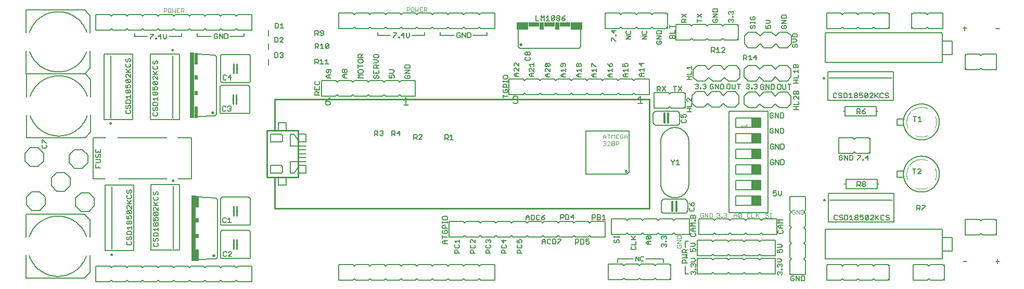
<source format=gto>
G75*
%MOIN*%
%OFA0B0*%
%FSLAX25Y25*%
%IPPOS*%
%LPD*%
%AMOC8*
5,1,8,0,0,1.08239X$1,22.5*
%
%ADD10C,0.00500*%
%ADD11C,0.00400*%
%ADD12C,0.00800*%
%ADD13C,0.00600*%
%ADD14C,0.01000*%
%ADD15C,0.01200*%
%ADD16C,0.02000*%
%ADD17R,0.03000X0.42000*%
%ADD18R,0.02000X0.07500*%
%ADD19R,0.02000X0.03000*%
%ADD20R,0.06000X0.06000*%
%ADD21C,0.00300*%
%ADD22C,0.00700*%
%ADD23R,0.07500X0.05000*%
%ADD24R,0.07000X0.03000*%
%ADD25R,0.03000X0.05000*%
%ADD26C,0.00200*%
D10*
X0249245Y0142500D02*
X0249762Y0141983D01*
X0250796Y0141983D01*
X0251313Y0142500D01*
X0252560Y0141983D02*
X0254628Y0144052D01*
X0254628Y0144569D01*
X0254111Y0145086D01*
X0253077Y0145086D01*
X0252560Y0144569D01*
X0251313Y0144569D02*
X0250796Y0145086D01*
X0249762Y0145086D01*
X0249245Y0144569D01*
X0249245Y0142500D01*
X0252560Y0141983D02*
X0254628Y0141983D01*
X0217085Y0147043D02*
X0217085Y0187043D01*
X0220295Y0191713D02*
X0228770Y0191713D01*
X0228770Y0218091D01*
X0220217Y0218092D01*
X0213287Y0218092D02*
X0181389Y0218056D01*
X0173765Y0218091D02*
X0165778Y0218091D01*
X0165778Y0191713D01*
X0173557Y0191713D01*
X0177675Y0186650D02*
X0177675Y0146650D01*
X0187323Y0149917D02*
X0187840Y0149400D01*
X0189908Y0149400D01*
X0190425Y0149917D01*
X0190425Y0150951D01*
X0189908Y0151468D01*
X0189908Y0152714D02*
X0190425Y0153232D01*
X0190425Y0154266D01*
X0189908Y0154783D01*
X0189391Y0154783D01*
X0188874Y0154266D01*
X0188874Y0153232D01*
X0188357Y0152714D01*
X0187840Y0152714D01*
X0187323Y0153232D01*
X0187323Y0154266D01*
X0187840Y0154783D01*
X0187323Y0156029D02*
X0187323Y0157581D01*
X0187840Y0158098D01*
X0189908Y0158098D01*
X0190425Y0157581D01*
X0190425Y0156029D01*
X0187323Y0156029D01*
X0188357Y0159344D02*
X0187323Y0160378D01*
X0190425Y0160378D01*
X0190425Y0159344D02*
X0190425Y0161413D01*
X0189908Y0162659D02*
X0189391Y0162659D01*
X0188874Y0163176D01*
X0188874Y0164210D01*
X0189391Y0164727D01*
X0189908Y0164727D01*
X0190425Y0164210D01*
X0190425Y0163176D01*
X0189908Y0162659D01*
X0188874Y0163176D02*
X0188357Y0162659D01*
X0187840Y0162659D01*
X0187323Y0163176D01*
X0187323Y0164210D01*
X0187840Y0164727D01*
X0188357Y0164727D01*
X0188874Y0164210D01*
X0188874Y0165974D02*
X0187323Y0165974D01*
X0187323Y0168042D01*
X0188357Y0167525D02*
X0188874Y0168042D01*
X0189908Y0168042D01*
X0190425Y0167525D01*
X0190425Y0166491D01*
X0189908Y0165974D01*
X0188874Y0165974D02*
X0188357Y0167008D01*
X0188357Y0167525D01*
X0187840Y0169289D02*
X0187323Y0169806D01*
X0187323Y0170840D01*
X0187840Y0171357D01*
X0189908Y0169289D01*
X0190425Y0169806D01*
X0190425Y0170840D01*
X0189908Y0171357D01*
X0187840Y0171357D01*
X0187840Y0172603D02*
X0187323Y0173120D01*
X0187323Y0174155D01*
X0187840Y0174672D01*
X0188357Y0174672D01*
X0190425Y0172603D01*
X0190425Y0174672D01*
X0190425Y0175918D02*
X0187323Y0175918D01*
X0188874Y0176435D02*
X0190425Y0177987D01*
X0189908Y0179233D02*
X0190425Y0179750D01*
X0190425Y0180784D01*
X0189908Y0181301D01*
X0189908Y0182548D02*
X0190425Y0183065D01*
X0190425Y0184099D01*
X0189908Y0184616D01*
X0189391Y0184616D01*
X0188874Y0184099D01*
X0188874Y0183065D01*
X0188357Y0182548D01*
X0187840Y0182548D01*
X0187323Y0183065D01*
X0187323Y0184099D01*
X0187840Y0184616D01*
X0187840Y0181301D02*
X0187323Y0180784D01*
X0187323Y0179750D01*
X0187840Y0179233D01*
X0189908Y0179233D01*
X0187323Y0177987D02*
X0189391Y0175918D01*
X0189908Y0169289D02*
X0187840Y0169289D01*
X0204332Y0169770D02*
X0204332Y0168736D01*
X0204849Y0168219D01*
X0206918Y0168219D01*
X0204849Y0170288D01*
X0206918Y0170288D01*
X0207435Y0169770D01*
X0207435Y0168736D01*
X0206918Y0168219D01*
X0206918Y0166973D02*
X0207435Y0166456D01*
X0207435Y0165421D01*
X0206918Y0164904D01*
X0205883Y0164904D02*
X0205366Y0165938D01*
X0205366Y0166456D01*
X0205883Y0166973D01*
X0206918Y0166973D01*
X0205883Y0164904D02*
X0204332Y0164904D01*
X0204332Y0166973D01*
X0204332Y0169770D02*
X0204849Y0170288D01*
X0204849Y0171534D02*
X0204332Y0172051D01*
X0204332Y0173085D01*
X0204849Y0173602D01*
X0205366Y0173602D01*
X0207435Y0171534D01*
X0207435Y0173602D01*
X0207435Y0174849D02*
X0204332Y0174849D01*
X0205883Y0175366D02*
X0207435Y0176917D01*
X0206918Y0178164D02*
X0207435Y0178681D01*
X0207435Y0179715D01*
X0206918Y0180232D01*
X0206918Y0181478D02*
X0207435Y0181995D01*
X0207435Y0183030D01*
X0206918Y0183547D01*
X0206400Y0183547D01*
X0205883Y0183030D01*
X0205883Y0181995D01*
X0205366Y0181478D01*
X0204849Y0181478D01*
X0204332Y0181995D01*
X0204332Y0183030D01*
X0204849Y0183547D01*
X0204849Y0180232D02*
X0204332Y0179715D01*
X0204332Y0178681D01*
X0204849Y0178164D01*
X0206918Y0178164D01*
X0204332Y0176917D02*
X0206400Y0174849D01*
X0206400Y0163658D02*
X0206918Y0163658D01*
X0207435Y0163141D01*
X0207435Y0162107D01*
X0206918Y0161589D01*
X0206400Y0161589D01*
X0205883Y0162107D01*
X0205883Y0163141D01*
X0206400Y0163658D01*
X0205883Y0163141D02*
X0205366Y0163658D01*
X0204849Y0163658D01*
X0204332Y0163141D01*
X0204332Y0162107D01*
X0204849Y0161589D01*
X0205366Y0161589D01*
X0205883Y0162107D01*
X0207435Y0160343D02*
X0207435Y0158275D01*
X0207435Y0159309D02*
X0204332Y0159309D01*
X0205366Y0158275D01*
X0204849Y0157028D02*
X0204332Y0156511D01*
X0204332Y0154960D01*
X0207435Y0154960D01*
X0207435Y0156511D01*
X0206918Y0157028D01*
X0204849Y0157028D01*
X0204849Y0153713D02*
X0204332Y0153196D01*
X0204332Y0152162D01*
X0204849Y0151645D01*
X0205366Y0151645D01*
X0205883Y0152162D01*
X0205883Y0153196D01*
X0206400Y0153713D01*
X0206918Y0153713D01*
X0207435Y0153196D01*
X0207435Y0152162D01*
X0206918Y0151645D01*
X0206918Y0150399D02*
X0207435Y0149881D01*
X0207435Y0148847D01*
X0206918Y0148330D01*
X0204849Y0148330D01*
X0204332Y0148847D01*
X0204332Y0149881D01*
X0204849Y0150399D01*
X0187840Y0151468D02*
X0187323Y0150951D01*
X0187323Y0149917D01*
X0248945Y0164300D02*
X0249462Y0163783D01*
X0250496Y0163783D01*
X0251013Y0164300D01*
X0252260Y0163783D02*
X0254328Y0163783D01*
X0253294Y0163783D02*
X0253294Y0166886D01*
X0252260Y0165852D01*
X0251013Y0166369D02*
X0250496Y0166886D01*
X0249462Y0166886D01*
X0248945Y0166369D01*
X0248945Y0164300D01*
X0284600Y0187862D02*
X0289600Y0187862D01*
X0289600Y0192862D01*
X0292100Y0195362D02*
X0293931Y0195362D01*
X0294971Y0195919D02*
X0297100Y0199112D01*
X0297100Y0200362D02*
X0302100Y0200362D01*
X0302100Y0195362D01*
X0297100Y0195362D01*
X0294971Y0195919D02*
X0294932Y0195863D01*
X0294889Y0195809D01*
X0294844Y0195758D01*
X0294796Y0195710D01*
X0294746Y0195664D01*
X0294693Y0195621D01*
X0294637Y0195581D01*
X0294580Y0195544D01*
X0294521Y0195510D01*
X0294460Y0195479D01*
X0294397Y0195452D01*
X0294333Y0195428D01*
X0294268Y0195408D01*
X0294202Y0195392D01*
X0294135Y0195379D01*
X0294067Y0195369D01*
X0293999Y0195364D01*
X0293931Y0195362D01*
X0292100Y0195362D02*
X0292100Y0202862D01*
X0297100Y0202862D01*
X0302100Y0202862D01*
X0302100Y0205362D02*
X0297100Y0205362D01*
X0297100Y0207862D02*
X0302100Y0207862D01*
X0302100Y0210362D02*
X0297100Y0210362D01*
X0297100Y0212862D02*
X0292100Y0212862D01*
X0292100Y0220362D01*
X0293931Y0220362D01*
X0294971Y0219806D02*
X0297100Y0216612D01*
X0297100Y0215362D02*
X0302100Y0215362D01*
X0302100Y0220362D01*
X0297100Y0220362D01*
X0294971Y0219805D02*
X0294932Y0219861D01*
X0294889Y0219915D01*
X0294844Y0219966D01*
X0294796Y0220014D01*
X0294746Y0220060D01*
X0294693Y0220103D01*
X0294637Y0220143D01*
X0294580Y0220180D01*
X0294521Y0220214D01*
X0294460Y0220245D01*
X0294397Y0220272D01*
X0294333Y0220296D01*
X0294268Y0220316D01*
X0294202Y0220332D01*
X0294135Y0220345D01*
X0294067Y0220355D01*
X0293999Y0220360D01*
X0293931Y0220362D01*
X0289600Y0222862D02*
X0289600Y0227862D01*
X0284600Y0227862D01*
X0284600Y0222862D01*
X0285850Y0220362D02*
X0279600Y0220362D01*
X0279600Y0215362D01*
X0285850Y0215362D01*
X0285918Y0215364D01*
X0285985Y0215369D01*
X0286052Y0215378D01*
X0286119Y0215391D01*
X0286184Y0215408D01*
X0286249Y0215427D01*
X0286313Y0215451D01*
X0286375Y0215478D01*
X0286436Y0215508D01*
X0286494Y0215541D01*
X0286551Y0215577D01*
X0286606Y0215617D01*
X0286659Y0215659D01*
X0286710Y0215705D01*
X0286757Y0215752D01*
X0286803Y0215803D01*
X0286845Y0215856D01*
X0286885Y0215911D01*
X0286921Y0215968D01*
X0286954Y0216026D01*
X0286984Y0216087D01*
X0287011Y0216149D01*
X0287035Y0216213D01*
X0287054Y0216278D01*
X0287071Y0216343D01*
X0287084Y0216410D01*
X0287093Y0216477D01*
X0287098Y0216544D01*
X0287100Y0216612D01*
X0287100Y0219112D01*
X0287098Y0219180D01*
X0287093Y0219247D01*
X0287084Y0219314D01*
X0287071Y0219381D01*
X0287054Y0219446D01*
X0287035Y0219511D01*
X0287011Y0219575D01*
X0286984Y0219637D01*
X0286954Y0219698D01*
X0286921Y0219756D01*
X0286885Y0219813D01*
X0286845Y0219868D01*
X0286803Y0219921D01*
X0286757Y0219972D01*
X0286710Y0220019D01*
X0286659Y0220065D01*
X0286606Y0220107D01*
X0286551Y0220147D01*
X0286494Y0220183D01*
X0286436Y0220216D01*
X0286375Y0220246D01*
X0286313Y0220273D01*
X0286249Y0220297D01*
X0286184Y0220316D01*
X0286119Y0220333D01*
X0286052Y0220346D01*
X0285985Y0220355D01*
X0285918Y0220360D01*
X0285850Y0220362D01*
X0297100Y0212862D02*
X0302100Y0212862D01*
X0287100Y0199112D02*
X0287100Y0196612D01*
X0287098Y0196544D01*
X0287093Y0196477D01*
X0287084Y0196410D01*
X0287071Y0196343D01*
X0287054Y0196278D01*
X0287035Y0196213D01*
X0287011Y0196149D01*
X0286984Y0196087D01*
X0286954Y0196026D01*
X0286921Y0195968D01*
X0286885Y0195911D01*
X0286845Y0195856D01*
X0286803Y0195803D01*
X0286757Y0195752D01*
X0286710Y0195705D01*
X0286659Y0195659D01*
X0286606Y0195617D01*
X0286551Y0195577D01*
X0286494Y0195541D01*
X0286436Y0195508D01*
X0286375Y0195478D01*
X0286313Y0195451D01*
X0286249Y0195427D01*
X0286184Y0195408D01*
X0286119Y0195391D01*
X0286052Y0195378D01*
X0285985Y0195369D01*
X0285918Y0195364D01*
X0285850Y0195362D01*
X0279600Y0195362D01*
X0279600Y0200362D01*
X0285850Y0200362D01*
X0285918Y0200360D01*
X0285985Y0200355D01*
X0286052Y0200346D01*
X0286119Y0200333D01*
X0286184Y0200316D01*
X0286249Y0200297D01*
X0286313Y0200273D01*
X0286375Y0200246D01*
X0286436Y0200216D01*
X0286494Y0200183D01*
X0286551Y0200147D01*
X0286606Y0200107D01*
X0286659Y0200065D01*
X0286710Y0200019D01*
X0286757Y0199972D01*
X0286803Y0199921D01*
X0286845Y0199868D01*
X0286885Y0199813D01*
X0286921Y0199756D01*
X0286954Y0199698D01*
X0286984Y0199637D01*
X0287011Y0199575D01*
X0287035Y0199511D01*
X0287054Y0199446D01*
X0287071Y0199381D01*
X0287084Y0199314D01*
X0287093Y0199247D01*
X0287098Y0199180D01*
X0287100Y0199112D01*
X0284600Y0192862D02*
X0284600Y0187862D01*
X0346145Y0219483D02*
X0346145Y0222586D01*
X0347696Y0222586D01*
X0348213Y0222069D01*
X0348213Y0221034D01*
X0347696Y0220517D01*
X0346145Y0220517D01*
X0347179Y0220517D02*
X0348213Y0219483D01*
X0349460Y0220000D02*
X0349977Y0219483D01*
X0351011Y0219483D01*
X0351528Y0220000D01*
X0351528Y0220517D01*
X0351011Y0221034D01*
X0350494Y0221034D01*
X0351011Y0221034D02*
X0351528Y0221552D01*
X0351528Y0222069D01*
X0351011Y0222586D01*
X0349977Y0222586D01*
X0349460Y0222069D01*
X0357145Y0222486D02*
X0357145Y0219383D01*
X0357145Y0220417D02*
X0358696Y0220417D01*
X0359213Y0220934D01*
X0359213Y0221969D01*
X0358696Y0222486D01*
X0357145Y0222486D01*
X0358179Y0220417D02*
X0359213Y0219383D01*
X0360460Y0220934D02*
X0362011Y0222486D01*
X0362011Y0219383D01*
X0362528Y0220934D02*
X0360460Y0220934D01*
X0371245Y0220186D02*
X0371245Y0217083D01*
X0371245Y0218117D02*
X0372796Y0218117D01*
X0373313Y0218634D01*
X0373313Y0219669D01*
X0372796Y0220186D01*
X0371245Y0220186D01*
X0372279Y0218117D02*
X0373313Y0217083D01*
X0374560Y0217083D02*
X0376628Y0219152D01*
X0376628Y0219669D01*
X0376111Y0220186D01*
X0375077Y0220186D01*
X0374560Y0219669D01*
X0374560Y0217083D02*
X0376628Y0217083D01*
X0391245Y0216883D02*
X0391245Y0219986D01*
X0392796Y0219986D01*
X0393313Y0219469D01*
X0393313Y0218434D01*
X0392796Y0217917D01*
X0391245Y0217917D01*
X0392279Y0217917D02*
X0393313Y0216883D01*
X0394560Y0216883D02*
X0396628Y0216883D01*
X0395594Y0216883D02*
X0395594Y0219986D01*
X0394560Y0218952D01*
X0367714Y0239167D02*
X0364711Y0239167D01*
X0366212Y0239167D02*
X0366212Y0243671D01*
X0364711Y0242170D01*
X0366159Y0256183D02*
X0368228Y0256183D01*
X0368745Y0256700D01*
X0368745Y0257734D01*
X0368228Y0258252D01*
X0367194Y0258252D01*
X0367194Y0257217D01*
X0366159Y0256183D02*
X0365642Y0256700D01*
X0365642Y0257734D01*
X0366159Y0258252D01*
X0365642Y0259498D02*
X0368745Y0261566D01*
X0365642Y0261566D01*
X0365642Y0262813D02*
X0365642Y0264364D01*
X0366159Y0264881D01*
X0368228Y0264881D01*
X0368745Y0264364D01*
X0368745Y0262813D01*
X0365642Y0262813D01*
X0365642Y0259498D02*
X0368745Y0259498D01*
X0358745Y0260632D02*
X0357711Y0259598D01*
X0355642Y0259598D01*
X0355642Y0258352D02*
X0355642Y0256283D01*
X0357194Y0256283D01*
X0356676Y0257317D01*
X0356676Y0257834D01*
X0357194Y0258352D01*
X0358228Y0258352D01*
X0358745Y0257834D01*
X0358745Y0256800D01*
X0358228Y0256283D01*
X0348645Y0256700D02*
X0348645Y0257734D01*
X0348128Y0258252D01*
X0347611Y0258252D01*
X0347094Y0257734D01*
X0347094Y0256700D01*
X0346576Y0256183D01*
X0346059Y0256183D01*
X0345542Y0256700D01*
X0345542Y0257734D01*
X0346059Y0258252D01*
X0345542Y0259498D02*
X0348645Y0259498D01*
X0348645Y0261566D01*
X0348645Y0262813D02*
X0345542Y0262813D01*
X0345542Y0264364D01*
X0346059Y0264881D01*
X0347094Y0264881D01*
X0347611Y0264364D01*
X0347611Y0262813D01*
X0347611Y0263847D02*
X0348645Y0264881D01*
X0347611Y0266128D02*
X0348645Y0267162D01*
X0347611Y0268196D01*
X0345542Y0268196D01*
X0346059Y0269442D02*
X0348128Y0269442D01*
X0348645Y0269959D01*
X0348645Y0270994D01*
X0348128Y0271511D01*
X0346059Y0271511D01*
X0345542Y0270994D01*
X0345542Y0269959D01*
X0346059Y0269442D01*
X0345542Y0266128D02*
X0347611Y0266128D01*
X0345542Y0261566D02*
X0345542Y0259498D01*
X0347094Y0259498D02*
X0347094Y0260532D01*
X0338645Y0260115D02*
X0338645Y0261149D01*
X0338128Y0261666D01*
X0336059Y0261666D01*
X0335542Y0261149D01*
X0335542Y0260115D01*
X0336059Y0259598D01*
X0338128Y0259598D01*
X0338645Y0260115D01*
X0338645Y0258352D02*
X0335542Y0258352D01*
X0336576Y0257317D01*
X0335542Y0256283D01*
X0338645Y0256283D01*
X0348128Y0256183D02*
X0348645Y0256700D01*
X0355642Y0261666D02*
X0357711Y0261666D01*
X0358745Y0260632D01*
X0338645Y0263947D02*
X0335542Y0263947D01*
X0335542Y0262913D02*
X0335542Y0264981D01*
X0336059Y0266228D02*
X0338128Y0266228D01*
X0338645Y0266745D01*
X0338645Y0267779D01*
X0338128Y0268296D01*
X0336059Y0268296D01*
X0335542Y0267779D01*
X0335542Y0266745D01*
X0336059Y0266228D01*
X0335542Y0269542D02*
X0335542Y0271094D01*
X0336059Y0271611D01*
X0337094Y0271611D01*
X0337611Y0271094D01*
X0337611Y0269542D01*
X0338645Y0269542D02*
X0335542Y0269542D01*
X0337611Y0270577D02*
X0338645Y0271611D01*
X0328445Y0261449D02*
X0328445Y0260415D01*
X0327928Y0259898D01*
X0327411Y0259898D01*
X0326894Y0260415D01*
X0326894Y0261449D01*
X0327411Y0261966D01*
X0327928Y0261966D01*
X0328445Y0261449D01*
X0326894Y0261449D02*
X0326376Y0261966D01*
X0325859Y0261966D01*
X0325342Y0261449D01*
X0325342Y0260415D01*
X0325859Y0259898D01*
X0326376Y0259898D01*
X0326894Y0260415D01*
X0326894Y0258652D02*
X0326894Y0256583D01*
X0326376Y0256583D02*
X0325342Y0257617D01*
X0326376Y0258652D01*
X0328445Y0258652D01*
X0328445Y0256583D02*
X0326376Y0256583D01*
X0318245Y0256483D02*
X0316176Y0256483D01*
X0315142Y0257517D01*
X0316176Y0258552D01*
X0318245Y0258552D01*
X0317728Y0259798D02*
X0318245Y0260315D01*
X0318245Y0261349D01*
X0317728Y0261866D01*
X0315659Y0261866D01*
X0315142Y0261349D01*
X0315142Y0260315D01*
X0315659Y0259798D01*
X0316176Y0259798D01*
X0316694Y0260315D01*
X0316694Y0261866D01*
X0316694Y0258552D02*
X0316694Y0256483D01*
X0310845Y0253764D02*
X0310845Y0252730D01*
X0310328Y0252213D01*
X0308259Y0252213D01*
X0307742Y0252730D01*
X0307742Y0253764D01*
X0308259Y0254281D01*
X0310328Y0254281D02*
X0310845Y0253764D01*
X0310845Y0250966D02*
X0310845Y0248898D01*
X0307742Y0248898D01*
X0307742Y0250966D01*
X0309294Y0249932D02*
X0309294Y0248898D01*
X0309294Y0247652D02*
X0309811Y0247134D01*
X0309811Y0245583D01*
X0310845Y0245583D02*
X0307742Y0245583D01*
X0307742Y0247134D01*
X0308259Y0247652D01*
X0309294Y0247652D01*
X0309811Y0246617D02*
X0310845Y0247652D01*
X0316212Y0242921D02*
X0314711Y0241419D01*
X0316963Y0241419D01*
X0317714Y0240669D01*
X0317714Y0239918D01*
X0316963Y0239167D01*
X0315462Y0239167D01*
X0314711Y0239918D01*
X0314711Y0241419D01*
X0316212Y0242921D02*
X0317714Y0243671D01*
X0316643Y0265283D02*
X0314575Y0265283D01*
X0315609Y0265283D02*
X0315609Y0268386D01*
X0314575Y0267352D01*
X0313328Y0265283D02*
X0311260Y0265283D01*
X0312294Y0265283D02*
X0312294Y0268386D01*
X0311260Y0267352D01*
X0310013Y0267869D02*
X0310013Y0266834D01*
X0309496Y0266317D01*
X0307945Y0266317D01*
X0307945Y0265283D02*
X0307945Y0268386D01*
X0309496Y0268386D01*
X0310013Y0267869D01*
X0308979Y0266317D02*
X0310013Y0265283D01*
X0310113Y0275283D02*
X0309079Y0276317D01*
X0309596Y0276317D02*
X0308045Y0276317D01*
X0308045Y0275283D02*
X0308045Y0278386D01*
X0309596Y0278386D01*
X0310113Y0277869D01*
X0310113Y0276834D01*
X0309596Y0276317D01*
X0311360Y0275283D02*
X0313428Y0275283D01*
X0312394Y0275283D02*
X0312394Y0278386D01*
X0311360Y0277352D01*
X0314675Y0277869D02*
X0315192Y0278386D01*
X0316226Y0278386D01*
X0316743Y0277869D01*
X0314675Y0275800D01*
X0315192Y0275283D01*
X0316226Y0275283D01*
X0316743Y0275800D01*
X0316743Y0277869D01*
X0314675Y0277869D02*
X0314675Y0275800D01*
X0312811Y0283683D02*
X0313328Y0284200D01*
X0313328Y0286269D01*
X0312811Y0286786D01*
X0311777Y0286786D01*
X0311260Y0286269D01*
X0311260Y0285752D01*
X0311777Y0285234D01*
X0313328Y0285234D01*
X0312811Y0283683D02*
X0311777Y0283683D01*
X0311260Y0284200D01*
X0310013Y0283683D02*
X0308979Y0284717D01*
X0309496Y0284717D02*
X0307945Y0284717D01*
X0307945Y0283683D02*
X0307945Y0286786D01*
X0309496Y0286786D01*
X0310013Y0286269D01*
X0310013Y0285234D01*
X0309496Y0284717D01*
X0287728Y0288483D02*
X0285660Y0288483D01*
X0286694Y0288483D02*
X0286694Y0291586D01*
X0285660Y0290552D01*
X0284413Y0291069D02*
X0283896Y0291586D01*
X0282345Y0291586D01*
X0282345Y0288483D01*
X0283896Y0288483D01*
X0284413Y0289000D01*
X0284413Y0291069D01*
X0278236Y0287225D02*
X0278236Y0283475D01*
X0282045Y0282386D02*
X0282045Y0279283D01*
X0283596Y0279283D01*
X0284113Y0279800D01*
X0284113Y0281869D01*
X0283596Y0282386D01*
X0282045Y0282386D01*
X0285360Y0281869D02*
X0285877Y0282386D01*
X0286911Y0282386D01*
X0287428Y0281869D01*
X0287428Y0281352D01*
X0285360Y0279283D01*
X0287428Y0279283D01*
X0278236Y0278367D02*
X0278236Y0274617D01*
X0282145Y0272686D02*
X0283696Y0272686D01*
X0284213Y0272169D01*
X0284213Y0270100D01*
X0283696Y0269583D01*
X0282145Y0269583D01*
X0282145Y0272686D01*
X0285460Y0272169D02*
X0285977Y0272686D01*
X0287011Y0272686D01*
X0287528Y0272169D01*
X0287528Y0271652D01*
X0287011Y0271134D01*
X0287528Y0270617D01*
X0287528Y0270100D01*
X0287011Y0269583D01*
X0285977Y0269583D01*
X0285460Y0270100D01*
X0286494Y0271134D02*
X0287011Y0271134D01*
X0278236Y0268525D02*
X0278236Y0264775D01*
X0254428Y0256734D02*
X0252360Y0256734D01*
X0253911Y0258286D01*
X0253911Y0255183D01*
X0251113Y0255700D02*
X0250596Y0255183D01*
X0249562Y0255183D01*
X0249045Y0255700D01*
X0249045Y0257769D01*
X0249562Y0258286D01*
X0250596Y0258286D01*
X0251113Y0257769D01*
X0216793Y0270941D02*
X0216793Y0230941D01*
X0207143Y0232745D02*
X0207143Y0233779D01*
X0206626Y0234296D01*
X0206626Y0235543D02*
X0207143Y0236060D01*
X0207143Y0237094D01*
X0206626Y0237611D01*
X0206109Y0237611D01*
X0205592Y0237094D01*
X0205592Y0236060D01*
X0205075Y0235543D01*
X0204558Y0235543D01*
X0204041Y0236060D01*
X0204041Y0237094D01*
X0204558Y0237611D01*
X0204041Y0238857D02*
X0204041Y0240409D01*
X0204558Y0240926D01*
X0206626Y0240926D01*
X0207143Y0240409D01*
X0207143Y0238857D01*
X0204041Y0238857D01*
X0205075Y0242172D02*
X0204041Y0243206D01*
X0207143Y0243206D01*
X0207143Y0242172D02*
X0207143Y0244241D01*
X0206626Y0245487D02*
X0206109Y0245487D01*
X0205592Y0246004D01*
X0205592Y0247038D01*
X0206109Y0247556D01*
X0206626Y0247556D01*
X0207143Y0247038D01*
X0207143Y0246004D01*
X0206626Y0245487D01*
X0205592Y0246004D02*
X0205075Y0245487D01*
X0204558Y0245487D01*
X0204041Y0246004D01*
X0204041Y0247038D01*
X0204558Y0247556D01*
X0205075Y0247556D01*
X0205592Y0247038D01*
X0205592Y0248802D02*
X0205075Y0249836D01*
X0205075Y0250353D01*
X0205592Y0250870D01*
X0206626Y0250870D01*
X0207143Y0250353D01*
X0207143Y0249319D01*
X0206626Y0248802D01*
X0205592Y0248802D02*
X0204041Y0248802D01*
X0204041Y0250870D01*
X0204558Y0252117D02*
X0204041Y0252634D01*
X0204041Y0253668D01*
X0204558Y0254185D01*
X0206626Y0252117D01*
X0207143Y0252634D01*
X0207143Y0253668D01*
X0206626Y0254185D01*
X0204558Y0254185D01*
X0204558Y0255432D02*
X0204041Y0255949D01*
X0204041Y0256983D01*
X0204558Y0257500D01*
X0205075Y0257500D01*
X0207143Y0255432D01*
X0207143Y0257500D01*
X0207143Y0258746D02*
X0204041Y0258746D01*
X0205592Y0259263D02*
X0207143Y0260815D01*
X0206626Y0262061D02*
X0207143Y0262578D01*
X0207143Y0263613D01*
X0206626Y0264130D01*
X0206626Y0265376D02*
X0207143Y0265893D01*
X0207143Y0266927D01*
X0206626Y0267444D01*
X0206109Y0267444D01*
X0205592Y0266927D01*
X0205592Y0265893D01*
X0205075Y0265376D01*
X0204558Y0265376D01*
X0204041Y0265893D01*
X0204041Y0266927D01*
X0204558Y0267444D01*
X0204558Y0264130D02*
X0204041Y0263613D01*
X0204041Y0262578D01*
X0204558Y0262061D01*
X0206626Y0262061D01*
X0204041Y0260815D02*
X0206109Y0258746D01*
X0206626Y0252117D02*
X0204558Y0252117D01*
X0189748Y0251738D02*
X0189748Y0250703D01*
X0189231Y0250186D01*
X0188197Y0250186D02*
X0187680Y0251221D01*
X0187680Y0251738D01*
X0188197Y0252255D01*
X0189231Y0252255D01*
X0189748Y0251738D01*
X0189231Y0253501D02*
X0187162Y0255570D01*
X0189231Y0255570D01*
X0189748Y0255052D01*
X0189748Y0254018D01*
X0189231Y0253501D01*
X0187162Y0253501D01*
X0186645Y0254018D01*
X0186645Y0255052D01*
X0187162Y0255570D01*
X0187162Y0256816D02*
X0186645Y0257333D01*
X0186645Y0258367D01*
X0187162Y0258884D01*
X0187680Y0258884D01*
X0189748Y0256816D01*
X0189748Y0258884D01*
X0189748Y0260131D02*
X0186645Y0260131D01*
X0188197Y0260648D02*
X0189748Y0262199D01*
X0189231Y0263446D02*
X0189748Y0263963D01*
X0189748Y0264997D01*
X0189231Y0265514D01*
X0189231Y0266760D02*
X0189748Y0267278D01*
X0189748Y0268312D01*
X0189231Y0268829D01*
X0188714Y0268829D01*
X0188197Y0268312D01*
X0188197Y0267278D01*
X0187680Y0266760D01*
X0187162Y0266760D01*
X0186645Y0267278D01*
X0186645Y0268312D01*
X0187162Y0268829D01*
X0187162Y0265514D02*
X0186645Y0264997D01*
X0186645Y0263963D01*
X0187162Y0263446D01*
X0189231Y0263446D01*
X0186645Y0262199D02*
X0188714Y0260131D01*
X0186645Y0252255D02*
X0186645Y0250186D01*
X0188197Y0250186D01*
X0188714Y0248940D02*
X0189231Y0248940D01*
X0189748Y0248423D01*
X0189748Y0247389D01*
X0189231Y0246872D01*
X0188714Y0246872D01*
X0188197Y0247389D01*
X0188197Y0248423D01*
X0188714Y0248940D01*
X0188197Y0248423D02*
X0187680Y0248940D01*
X0187162Y0248940D01*
X0186645Y0248423D01*
X0186645Y0247389D01*
X0187162Y0246872D01*
X0187680Y0246872D01*
X0188197Y0247389D01*
X0189748Y0245625D02*
X0189748Y0243557D01*
X0189748Y0244591D02*
X0186645Y0244591D01*
X0187680Y0243557D01*
X0187162Y0242310D02*
X0186645Y0241793D01*
X0186645Y0240242D01*
X0189748Y0240242D01*
X0189748Y0241793D01*
X0189231Y0242310D01*
X0187162Y0242310D01*
X0187162Y0238995D02*
X0186645Y0238478D01*
X0186645Y0237444D01*
X0187162Y0236927D01*
X0187680Y0236927D01*
X0188197Y0237444D01*
X0188197Y0238478D01*
X0188714Y0238995D01*
X0189231Y0238995D01*
X0189748Y0238478D01*
X0189748Y0237444D01*
X0189231Y0236927D01*
X0189231Y0235681D02*
X0189748Y0235164D01*
X0189748Y0234129D01*
X0189231Y0233612D01*
X0187162Y0233612D01*
X0186645Y0234129D01*
X0186645Y0235164D01*
X0187162Y0235681D01*
X0176998Y0230862D02*
X0176998Y0270862D01*
X0202545Y0281483D02*
X0202545Y0282000D01*
X0204613Y0284069D01*
X0204613Y0284586D01*
X0202545Y0284586D01*
X0205860Y0282000D02*
X0206377Y0282000D01*
X0206377Y0281483D01*
X0205860Y0281483D01*
X0205860Y0282000D01*
X0207517Y0283034D02*
X0209586Y0283034D01*
X0210832Y0282517D02*
X0211866Y0281483D01*
X0212900Y0282517D01*
X0212900Y0284586D01*
X0210832Y0284586D02*
X0210832Y0282517D01*
X0209068Y0281483D02*
X0209068Y0284586D01*
X0207517Y0283034D01*
X0243345Y0282200D02*
X0243862Y0281683D01*
X0244896Y0281683D01*
X0245413Y0282200D01*
X0245413Y0283234D01*
X0244379Y0283234D01*
X0243345Y0282200D02*
X0243345Y0284269D01*
X0243862Y0284786D01*
X0244896Y0284786D01*
X0245413Y0284269D01*
X0246660Y0284786D02*
X0248728Y0281683D01*
X0248728Y0284786D01*
X0249975Y0284786D02*
X0251526Y0284786D01*
X0252043Y0284269D01*
X0252043Y0282200D01*
X0251526Y0281683D01*
X0249975Y0281683D01*
X0249975Y0284786D01*
X0246660Y0284786D02*
X0246660Y0281683D01*
X0249162Y0238286D02*
X0248645Y0237769D01*
X0248645Y0235700D01*
X0249162Y0235183D01*
X0250196Y0235183D01*
X0250713Y0235700D01*
X0251960Y0235700D02*
X0252477Y0235183D01*
X0253511Y0235183D01*
X0254028Y0235700D01*
X0254028Y0236217D01*
X0253511Y0236734D01*
X0252994Y0236734D01*
X0253511Y0236734D02*
X0254028Y0237252D01*
X0254028Y0237769D01*
X0253511Y0238286D01*
X0252477Y0238286D01*
X0251960Y0237769D01*
X0250713Y0237769D02*
X0250196Y0238286D01*
X0249162Y0238286D01*
X0207143Y0232745D02*
X0206626Y0232228D01*
X0204558Y0232228D01*
X0204041Y0232745D01*
X0204041Y0233779D01*
X0204558Y0234296D01*
X0170545Y0210896D02*
X0170545Y0208828D01*
X0167442Y0208828D01*
X0167442Y0210896D01*
X0168994Y0209862D02*
X0168994Y0208828D01*
X0169511Y0207581D02*
X0170028Y0207581D01*
X0170545Y0207064D01*
X0170545Y0206030D01*
X0170028Y0205513D01*
X0168994Y0206030D02*
X0168994Y0207064D01*
X0169511Y0207581D01*
X0167959Y0207581D02*
X0167442Y0207064D01*
X0167442Y0206030D01*
X0167959Y0205513D01*
X0168476Y0205513D01*
X0168994Y0206030D01*
X0170028Y0204266D02*
X0167442Y0204266D01*
X0167442Y0202198D02*
X0170028Y0202198D01*
X0170545Y0202715D01*
X0170545Y0203749D01*
X0170028Y0204266D01*
X0167442Y0200952D02*
X0167442Y0198883D01*
X0170545Y0198883D01*
X0168994Y0198883D02*
X0168994Y0199917D01*
X0182082Y0191765D02*
X0213209Y0191695D01*
X0136145Y0212000D02*
X0136145Y0213034D01*
X0135628Y0213552D01*
X0135628Y0214798D02*
X0136145Y0214798D01*
X0135628Y0214798D02*
X0133559Y0216866D01*
X0133042Y0216866D01*
X0133042Y0214798D01*
X0133559Y0213552D02*
X0133042Y0213034D01*
X0133042Y0212000D01*
X0133559Y0211483D01*
X0135628Y0211483D01*
X0136145Y0212000D01*
X0358145Y0282183D02*
X0358145Y0282700D01*
X0360213Y0284769D01*
X0360213Y0285286D01*
X0358145Y0285286D01*
X0361460Y0282700D02*
X0361977Y0282700D01*
X0361977Y0282183D01*
X0361460Y0282183D01*
X0361460Y0282700D01*
X0363117Y0283734D02*
X0365186Y0283734D01*
X0366432Y0283217D02*
X0367466Y0282183D01*
X0368500Y0283217D01*
X0368500Y0285286D01*
X0366432Y0285286D02*
X0366432Y0283217D01*
X0364668Y0282183D02*
X0364668Y0285286D01*
X0363117Y0283734D01*
X0398945Y0282900D02*
X0399462Y0282383D01*
X0400496Y0282383D01*
X0401013Y0282900D01*
X0401013Y0283934D01*
X0399979Y0283934D01*
X0398945Y0282900D02*
X0398945Y0284969D01*
X0399462Y0285486D01*
X0400496Y0285486D01*
X0401013Y0284969D01*
X0402260Y0285486D02*
X0404328Y0282383D01*
X0404328Y0285486D01*
X0405575Y0285486D02*
X0407126Y0285486D01*
X0407643Y0284969D01*
X0407643Y0282900D01*
X0407126Y0282383D01*
X0405575Y0282383D01*
X0405575Y0285486D01*
X0402260Y0285486D02*
X0402260Y0282383D01*
X0435342Y0265564D02*
X0435342Y0264530D01*
X0435859Y0264013D01*
X0435859Y0262766D02*
X0435342Y0262249D01*
X0435342Y0261215D01*
X0435859Y0260698D01*
X0436376Y0259452D02*
X0438445Y0259452D01*
X0438445Y0260698D02*
X0436376Y0262766D01*
X0435859Y0262766D01*
X0438445Y0262766D02*
X0438445Y0260698D01*
X0436894Y0259452D02*
X0436894Y0257383D01*
X0436376Y0257383D02*
X0435342Y0258417D01*
X0436376Y0259452D01*
X0436376Y0257383D02*
X0438445Y0257383D01*
X0445142Y0258317D02*
X0446176Y0259352D01*
X0448245Y0259352D01*
X0448245Y0260598D02*
X0446176Y0262666D01*
X0445659Y0262666D01*
X0445142Y0262149D01*
X0445142Y0261115D01*
X0445659Y0260598D01*
X0446694Y0259352D02*
X0446694Y0257283D01*
X0446176Y0257283D02*
X0445142Y0258317D01*
X0446176Y0257283D02*
X0448245Y0257283D01*
X0448245Y0260598D02*
X0448245Y0262666D01*
X0448245Y0263913D02*
X0448245Y0265981D01*
X0448245Y0264947D02*
X0445142Y0264947D01*
X0446176Y0263913D01*
X0445228Y0267783D02*
X0445745Y0268300D01*
X0445745Y0269334D01*
X0445228Y0269852D01*
X0445228Y0271098D02*
X0444711Y0271098D01*
X0444194Y0271615D01*
X0444194Y0272649D01*
X0444711Y0273166D01*
X0445228Y0273166D01*
X0445745Y0272649D01*
X0445745Y0271615D01*
X0445228Y0271098D01*
X0444194Y0271615D02*
X0443676Y0271098D01*
X0443159Y0271098D01*
X0442642Y0271615D01*
X0442642Y0272649D01*
X0443159Y0273166D01*
X0443676Y0273166D01*
X0444194Y0272649D01*
X0443159Y0269852D02*
X0442642Y0269334D01*
X0442642Y0268300D01*
X0443159Y0267783D01*
X0445228Y0267783D01*
X0438445Y0266081D02*
X0438445Y0264013D01*
X0436376Y0266081D01*
X0435859Y0266081D01*
X0435342Y0265564D01*
X0430928Y0258006D02*
X0428859Y0258006D01*
X0428342Y0257489D01*
X0428342Y0256455D01*
X0428859Y0255937D01*
X0430928Y0255937D01*
X0431445Y0256455D01*
X0431445Y0257489D01*
X0430928Y0258006D01*
X0431445Y0254762D02*
X0431445Y0253728D01*
X0431445Y0254245D02*
X0428342Y0254245D01*
X0428342Y0253728D02*
X0428342Y0254762D01*
X0428859Y0252481D02*
X0429894Y0252481D01*
X0430411Y0251964D01*
X0430411Y0250413D01*
X0431445Y0250413D02*
X0428342Y0250413D01*
X0428342Y0251964D01*
X0428859Y0252481D01*
X0428859Y0249166D02*
X0428342Y0248649D01*
X0428342Y0247615D01*
X0428859Y0247098D01*
X0430928Y0247098D01*
X0431445Y0247615D01*
X0431445Y0248649D01*
X0430928Y0249166D01*
X0429894Y0249166D01*
X0429894Y0248132D01*
X0428342Y0245852D02*
X0428342Y0243783D01*
X0428342Y0244817D02*
X0431445Y0244817D01*
X0434849Y0243905D02*
X0434849Y0243154D01*
X0435599Y0242403D01*
X0437851Y0242403D01*
X0437851Y0240902D02*
X0437851Y0243905D01*
X0437101Y0244655D01*
X0435599Y0244655D01*
X0434849Y0243905D01*
X0434849Y0240902D02*
X0435599Y0240152D01*
X0437101Y0240152D01*
X0437851Y0240902D01*
X0455342Y0258117D02*
X0456376Y0259152D01*
X0458445Y0259152D01*
X0458445Y0260398D02*
X0456376Y0262466D01*
X0455859Y0262466D01*
X0455342Y0261949D01*
X0455342Y0260915D01*
X0455859Y0260398D01*
X0456894Y0259152D02*
X0456894Y0257083D01*
X0456376Y0257083D02*
X0455342Y0258117D01*
X0456376Y0257083D02*
X0458445Y0257083D01*
X0458445Y0260398D02*
X0458445Y0262466D01*
X0457928Y0263713D02*
X0455859Y0265781D01*
X0457928Y0265781D01*
X0458445Y0265264D01*
X0458445Y0264230D01*
X0457928Y0263713D01*
X0455859Y0263713D01*
X0455342Y0264230D01*
X0455342Y0265264D01*
X0455859Y0265781D01*
X0465342Y0265264D02*
X0465342Y0264230D01*
X0465859Y0263713D01*
X0466376Y0263713D01*
X0466894Y0264230D01*
X0466894Y0265781D01*
X0467928Y0265781D02*
X0465859Y0265781D01*
X0465342Y0265264D01*
X0467928Y0265781D02*
X0468445Y0265264D01*
X0468445Y0264230D01*
X0467928Y0263713D01*
X0468445Y0262466D02*
X0468445Y0260398D01*
X0468445Y0261432D02*
X0465342Y0261432D01*
X0466376Y0260398D01*
X0466376Y0259152D02*
X0468445Y0259152D01*
X0466894Y0259152D02*
X0466894Y0257083D01*
X0466376Y0257083D02*
X0465342Y0258117D01*
X0466376Y0259152D01*
X0466376Y0257083D02*
X0468445Y0257083D01*
X0475342Y0258117D02*
X0476376Y0259152D01*
X0478445Y0259152D01*
X0478445Y0260398D02*
X0478445Y0262466D01*
X0478445Y0261432D02*
X0475342Y0261432D01*
X0476376Y0260398D01*
X0476894Y0259152D02*
X0476894Y0257083D01*
X0476376Y0257083D02*
X0475342Y0258117D01*
X0476376Y0257083D02*
X0478445Y0257083D01*
X0477928Y0263713D02*
X0477411Y0263713D01*
X0476894Y0264230D01*
X0476894Y0265264D01*
X0477411Y0265781D01*
X0477928Y0265781D01*
X0478445Y0265264D01*
X0478445Y0264230D01*
X0477928Y0263713D01*
X0476894Y0264230D02*
X0476376Y0263713D01*
X0475859Y0263713D01*
X0475342Y0264230D01*
X0475342Y0265264D01*
X0475859Y0265781D01*
X0476376Y0265781D01*
X0476894Y0265264D01*
X0485042Y0265881D02*
X0485042Y0263813D01*
X0485042Y0265881D02*
X0485559Y0265881D01*
X0487628Y0263813D01*
X0488145Y0263813D01*
X0488145Y0262566D02*
X0488145Y0260498D01*
X0488145Y0261532D02*
X0485042Y0261532D01*
X0486076Y0260498D01*
X0486076Y0259252D02*
X0488145Y0259252D01*
X0486594Y0259252D02*
X0486594Y0257183D01*
X0486076Y0257183D02*
X0485042Y0258217D01*
X0486076Y0259252D01*
X0486076Y0257183D02*
X0488145Y0257183D01*
X0495342Y0258217D02*
X0496376Y0259252D01*
X0498445Y0259252D01*
X0498445Y0260498D02*
X0498445Y0262566D01*
X0498445Y0261532D02*
X0495342Y0261532D01*
X0496376Y0260498D01*
X0496894Y0259252D02*
X0496894Y0257183D01*
X0496376Y0257183D02*
X0495342Y0258217D01*
X0496376Y0257183D02*
X0498445Y0257183D01*
X0497928Y0263813D02*
X0498445Y0264330D01*
X0498445Y0265364D01*
X0497928Y0265881D01*
X0497411Y0265881D01*
X0496894Y0265364D01*
X0496894Y0263813D01*
X0497928Y0263813D01*
X0496894Y0263813D02*
X0495859Y0264847D01*
X0495342Y0265881D01*
X0505242Y0265881D02*
X0505242Y0263813D01*
X0506794Y0263813D01*
X0506276Y0264847D01*
X0506276Y0265364D01*
X0506794Y0265881D01*
X0507828Y0265881D01*
X0508345Y0265364D01*
X0508345Y0264330D01*
X0507828Y0263813D01*
X0508345Y0262566D02*
X0508345Y0260498D01*
X0508345Y0261532D02*
X0505242Y0261532D01*
X0506276Y0260498D01*
X0506276Y0259252D02*
X0508345Y0259252D01*
X0506794Y0259252D02*
X0506794Y0257183D01*
X0506276Y0257183D02*
X0505242Y0258217D01*
X0506276Y0259252D01*
X0506276Y0257183D02*
X0508345Y0257183D01*
X0515542Y0258517D02*
X0516576Y0259552D01*
X0518645Y0259552D01*
X0518645Y0260798D02*
X0518645Y0262866D01*
X0518645Y0261832D02*
X0515542Y0261832D01*
X0516576Y0260798D01*
X0517094Y0259552D02*
X0517094Y0257483D01*
X0516576Y0257483D02*
X0515542Y0258517D01*
X0516576Y0257483D02*
X0518645Y0257483D01*
X0517094Y0264113D02*
X0515542Y0265664D01*
X0518645Y0265664D01*
X0517094Y0266181D02*
X0517094Y0264113D01*
X0546071Y0262979D02*
X0549173Y0262979D01*
X0549173Y0261945D02*
X0549173Y0264013D01*
X0547105Y0261945D02*
X0546071Y0262979D01*
X0549173Y0260699D02*
X0549173Y0258630D01*
X0546071Y0258630D01*
X0546071Y0257384D02*
X0549173Y0257384D01*
X0547622Y0257384D02*
X0547622Y0255315D01*
X0549173Y0255315D02*
X0546071Y0255315D01*
X0542828Y0251086D02*
X0540760Y0247983D01*
X0542828Y0247983D02*
X0540760Y0251086D01*
X0539513Y0251086D02*
X0537445Y0251086D01*
X0538479Y0251086D02*
X0538479Y0247983D01*
X0532428Y0247983D02*
X0530360Y0251086D01*
X0529113Y0250569D02*
X0529113Y0249534D01*
X0528596Y0249017D01*
X0527045Y0249017D01*
X0527045Y0247983D02*
X0527045Y0251086D01*
X0528596Y0251086D01*
X0529113Y0250569D01*
X0528079Y0249017D02*
X0529113Y0247983D01*
X0530360Y0247983D02*
X0532428Y0251086D01*
X0545234Y0247043D02*
X0545234Y0237043D01*
X0546142Y0236952D02*
X0549245Y0236952D01*
X0549245Y0238198D02*
X0549245Y0240266D01*
X0549245Y0241513D02*
X0547176Y0243581D01*
X0546659Y0243581D01*
X0546142Y0243064D01*
X0546142Y0242030D01*
X0546659Y0241513D01*
X0549245Y0241513D02*
X0549245Y0243581D01*
X0551962Y0249483D02*
X0551445Y0250000D01*
X0551962Y0249483D02*
X0552996Y0249483D01*
X0553513Y0250000D01*
X0553513Y0250517D01*
X0552996Y0251034D01*
X0552479Y0251034D01*
X0552996Y0251034D02*
X0553513Y0251552D01*
X0553513Y0252069D01*
X0552996Y0252586D01*
X0551962Y0252586D01*
X0551445Y0252069D01*
X0554760Y0250000D02*
X0555277Y0250000D01*
X0555277Y0249483D01*
X0554760Y0249483D01*
X0554760Y0250000D01*
X0556417Y0250000D02*
X0556934Y0249483D01*
X0557968Y0249483D01*
X0558486Y0250000D01*
X0558486Y0250517D01*
X0557968Y0251034D01*
X0557451Y0251034D01*
X0557968Y0251034D02*
X0558486Y0251552D01*
X0558486Y0252069D01*
X0557968Y0252586D01*
X0556934Y0252586D01*
X0556417Y0252069D01*
X0561045Y0251969D02*
X0561045Y0249900D01*
X0561562Y0249383D01*
X0562596Y0249383D01*
X0563113Y0249900D01*
X0563113Y0250934D01*
X0562079Y0250934D01*
X0561045Y0251969D02*
X0561562Y0252486D01*
X0562596Y0252486D01*
X0563113Y0251969D01*
X0564360Y0252486D02*
X0566428Y0249383D01*
X0566428Y0252486D01*
X0567675Y0252486D02*
X0569226Y0252486D01*
X0569743Y0251969D01*
X0569743Y0249900D01*
X0569226Y0249383D01*
X0567675Y0249383D01*
X0567675Y0252486D01*
X0564360Y0252486D02*
X0564360Y0249383D01*
X0571845Y0249900D02*
X0572362Y0249383D01*
X0573396Y0249383D01*
X0573913Y0249900D01*
X0573913Y0251969D01*
X0573396Y0252486D01*
X0572362Y0252486D01*
X0571845Y0251969D01*
X0571845Y0249900D01*
X0575160Y0249900D02*
X0575677Y0249383D01*
X0576711Y0249383D01*
X0577228Y0249900D01*
X0577228Y0252486D01*
X0578475Y0252486D02*
X0580543Y0252486D01*
X0579509Y0252486D02*
X0579509Y0249383D01*
X0575160Y0249900D02*
X0575160Y0252486D01*
X0584145Y0252069D02*
X0584662Y0252586D01*
X0585696Y0252586D01*
X0586213Y0252069D01*
X0586213Y0251552D01*
X0585696Y0251034D01*
X0586213Y0250517D01*
X0586213Y0250000D01*
X0585696Y0249483D01*
X0584662Y0249483D01*
X0584145Y0250000D01*
X0585179Y0251034D02*
X0585696Y0251034D01*
X0587460Y0250000D02*
X0587460Y0249483D01*
X0587977Y0249483D01*
X0587977Y0250000D01*
X0587460Y0250000D01*
X0589117Y0250000D02*
X0589634Y0249483D01*
X0590668Y0249483D01*
X0591186Y0250000D01*
X0591186Y0250517D01*
X0590668Y0251034D01*
X0590151Y0251034D01*
X0590668Y0251034D02*
X0591186Y0251552D01*
X0591186Y0252069D01*
X0590668Y0252586D01*
X0589634Y0252586D01*
X0589117Y0252069D01*
X0593445Y0251769D02*
X0593445Y0249700D01*
X0593962Y0249183D01*
X0594996Y0249183D01*
X0595513Y0249700D01*
X0595513Y0250734D01*
X0594479Y0250734D01*
X0593445Y0251769D02*
X0593962Y0252286D01*
X0594996Y0252286D01*
X0595513Y0251769D01*
X0596760Y0252286D02*
X0598828Y0249183D01*
X0598828Y0252286D01*
X0600075Y0252286D02*
X0601626Y0252286D01*
X0602143Y0251769D01*
X0602143Y0249700D01*
X0601626Y0249183D01*
X0600075Y0249183D01*
X0600075Y0252286D01*
X0596760Y0252286D02*
X0596760Y0249183D01*
X0604245Y0249700D02*
X0604245Y0251769D01*
X0604762Y0252286D01*
X0605796Y0252286D01*
X0606313Y0251769D01*
X0606313Y0249700D01*
X0605796Y0249183D01*
X0604762Y0249183D01*
X0604245Y0249700D01*
X0607560Y0249700D02*
X0608077Y0249183D01*
X0609111Y0249183D01*
X0609628Y0249700D01*
X0609628Y0252286D01*
X0610875Y0252286D02*
X0612943Y0252286D01*
X0611909Y0252286D02*
X0611909Y0249183D01*
X0614642Y0247579D02*
X0615159Y0248096D01*
X0615676Y0248096D01*
X0616194Y0247579D01*
X0616194Y0246028D01*
X0615676Y0244781D02*
X0615159Y0244781D01*
X0614642Y0244264D01*
X0614642Y0243230D01*
X0615159Y0242713D01*
X0615676Y0244781D02*
X0617745Y0242713D01*
X0617745Y0244781D01*
X0617745Y0246028D02*
X0617745Y0247579D01*
X0617228Y0248096D01*
X0616711Y0248096D01*
X0616194Y0247579D01*
X0614642Y0247579D02*
X0614642Y0246028D01*
X0617745Y0246028D01*
X0617745Y0241466D02*
X0617745Y0239398D01*
X0614642Y0239398D01*
X0614642Y0238152D02*
X0617745Y0238152D01*
X0616194Y0238152D02*
X0616194Y0236083D01*
X0617745Y0236083D02*
X0614642Y0236083D01*
X0608243Y0233469D02*
X0607726Y0233986D01*
X0606175Y0233986D01*
X0606175Y0230883D01*
X0607726Y0230883D01*
X0608243Y0231400D01*
X0608243Y0233469D01*
X0604928Y0233986D02*
X0604928Y0230883D01*
X0602860Y0233986D01*
X0602860Y0230883D01*
X0601613Y0231400D02*
X0601613Y0232434D01*
X0600579Y0232434D01*
X0599545Y0231400D02*
X0599545Y0233469D01*
X0600062Y0233986D01*
X0601096Y0233986D01*
X0601613Y0233469D01*
X0601613Y0231400D02*
X0601096Y0230883D01*
X0600062Y0230883D01*
X0599545Y0231400D01*
X0598189Y0235134D02*
X0572989Y0235134D01*
X0572989Y0170134D01*
X0598189Y0170134D01*
X0598189Y0235134D01*
X0600062Y0224086D02*
X0599545Y0223569D01*
X0599545Y0221500D01*
X0600062Y0220983D01*
X0601096Y0220983D01*
X0601613Y0221500D01*
X0601613Y0222534D01*
X0600579Y0222534D01*
X0601613Y0223569D02*
X0601096Y0224086D01*
X0600062Y0224086D01*
X0602860Y0224086D02*
X0604928Y0220983D01*
X0604928Y0224086D01*
X0606175Y0224086D02*
X0607726Y0224086D01*
X0608243Y0223569D01*
X0608243Y0221500D01*
X0607726Y0220983D01*
X0606175Y0220983D01*
X0606175Y0224086D01*
X0602860Y0224086D02*
X0602860Y0220983D01*
X0602960Y0213986D02*
X0605028Y0210883D01*
X0605028Y0213986D01*
X0606275Y0213986D02*
X0607826Y0213986D01*
X0608343Y0213469D01*
X0608343Y0211400D01*
X0607826Y0210883D01*
X0606275Y0210883D01*
X0606275Y0213986D01*
X0602960Y0213986D02*
X0602960Y0210883D01*
X0601713Y0211400D02*
X0601713Y0212434D01*
X0600679Y0212434D01*
X0599645Y0211400D02*
X0600162Y0210883D01*
X0601196Y0210883D01*
X0601713Y0211400D01*
X0599645Y0211400D02*
X0599645Y0213469D01*
X0600162Y0213986D01*
X0601196Y0213986D01*
X0601713Y0213469D01*
X0601196Y0203986D02*
X0600162Y0203986D01*
X0599645Y0203469D01*
X0599645Y0201400D01*
X0600162Y0200883D01*
X0601196Y0200883D01*
X0601713Y0201400D01*
X0601713Y0202434D01*
X0600679Y0202434D01*
X0601713Y0203469D02*
X0601196Y0203986D01*
X0602960Y0203986D02*
X0605028Y0200883D01*
X0605028Y0203986D01*
X0606275Y0203986D02*
X0607826Y0203986D01*
X0608343Y0203469D01*
X0608343Y0201400D01*
X0607826Y0200883D01*
X0606275Y0200883D01*
X0606275Y0203986D01*
X0602960Y0203986D02*
X0602960Y0200883D01*
X0603513Y0183986D02*
X0601445Y0183986D01*
X0601445Y0182434D01*
X0602479Y0182952D01*
X0602996Y0182952D01*
X0603513Y0182434D01*
X0603513Y0181400D01*
X0602996Y0180883D01*
X0601962Y0180883D01*
X0601445Y0181400D01*
X0604760Y0181917D02*
X0604760Y0183986D01*
X0606828Y0183986D02*
X0606828Y0181917D01*
X0605794Y0180883D01*
X0604760Y0181917D01*
X0604542Y0165381D02*
X0607645Y0165381D01*
X0607645Y0163313D02*
X0604542Y0163313D01*
X0605576Y0164347D01*
X0604542Y0165381D01*
X0605576Y0162066D02*
X0607645Y0162066D01*
X0606094Y0162066D02*
X0606094Y0159998D01*
X0605576Y0159998D02*
X0604542Y0161032D01*
X0605576Y0162066D01*
X0605576Y0159998D02*
X0607645Y0159998D01*
X0607128Y0158752D02*
X0607645Y0158234D01*
X0607645Y0157200D01*
X0607128Y0156683D01*
X0605059Y0156683D01*
X0604542Y0157200D01*
X0604542Y0158234D01*
X0605059Y0158752D01*
X0604242Y0149866D02*
X0606311Y0149866D01*
X0607345Y0148832D01*
X0606311Y0147798D01*
X0604242Y0147798D01*
X0604242Y0146552D02*
X0604242Y0144483D01*
X0605794Y0144483D01*
X0605276Y0145517D01*
X0605276Y0146034D01*
X0605794Y0146552D01*
X0606828Y0146552D01*
X0607345Y0146034D01*
X0607345Y0145000D01*
X0606828Y0144483D01*
X0606211Y0140539D02*
X0604142Y0140539D01*
X0606211Y0140539D02*
X0607245Y0139504D01*
X0606211Y0138470D01*
X0604142Y0138470D01*
X0604659Y0137224D02*
X0605176Y0137224D01*
X0605694Y0136707D01*
X0606211Y0137224D01*
X0606728Y0137224D01*
X0607245Y0136707D01*
X0607245Y0135672D01*
X0606728Y0135155D01*
X0606728Y0134015D02*
X0607245Y0134015D01*
X0607245Y0133498D01*
X0606728Y0133498D01*
X0606728Y0134015D01*
X0606728Y0132252D02*
X0607245Y0131734D01*
X0607245Y0130700D01*
X0606728Y0130183D01*
X0605694Y0131217D02*
X0605694Y0131734D01*
X0606211Y0132252D01*
X0606728Y0132252D01*
X0605694Y0131734D02*
X0605176Y0132252D01*
X0604659Y0132252D01*
X0604142Y0131734D01*
X0604142Y0130700D01*
X0604659Y0130183D01*
X0604659Y0135155D02*
X0604142Y0135672D01*
X0604142Y0136707D01*
X0604659Y0137224D01*
X0605694Y0136707D02*
X0605694Y0136190D01*
X0612845Y0128969D02*
X0612845Y0126900D01*
X0613362Y0126383D01*
X0614396Y0126383D01*
X0614913Y0126900D01*
X0614913Y0127934D01*
X0613879Y0127934D01*
X0612845Y0128969D02*
X0613362Y0129486D01*
X0614396Y0129486D01*
X0614913Y0128969D01*
X0616160Y0129486D02*
X0618228Y0126383D01*
X0618228Y0129486D01*
X0619475Y0129486D02*
X0621026Y0129486D01*
X0621543Y0128969D01*
X0621543Y0126900D01*
X0621026Y0126383D01*
X0619475Y0126383D01*
X0619475Y0129486D01*
X0616160Y0129486D02*
X0616160Y0126383D01*
X0634880Y0140350D02*
X0709880Y0140350D01*
X0709880Y0159366D01*
X0634880Y0159366D01*
X0634880Y0140350D01*
X0675963Y0136807D02*
X0675963Y0126807D01*
X0711081Y0126807D02*
X0711081Y0136807D01*
X0723081Y0138747D02*
X0725431Y0138747D01*
X0715982Y0145587D02*
X0710077Y0145587D01*
X0715982Y0145587D02*
X0715982Y0154248D01*
X0710077Y0154248D01*
X0675819Y0165913D02*
X0675302Y0165396D01*
X0674268Y0165396D01*
X0673751Y0165913D01*
X0674268Y0166947D02*
X0675302Y0166947D01*
X0675819Y0166430D01*
X0675819Y0165913D01*
X0674268Y0166947D02*
X0673751Y0167464D01*
X0673751Y0167981D01*
X0674268Y0168498D01*
X0675302Y0168498D01*
X0675819Y0167981D01*
X0672504Y0167981D02*
X0671987Y0168498D01*
X0670953Y0168498D01*
X0670436Y0167981D01*
X0670436Y0165913D01*
X0670953Y0165396D01*
X0671987Y0165396D01*
X0672504Y0165913D01*
X0669189Y0165396D02*
X0667638Y0166947D01*
X0667121Y0166430D02*
X0669189Y0168498D01*
X0667121Y0168498D02*
X0667121Y0165396D01*
X0665875Y0165396D02*
X0663806Y0165396D01*
X0665875Y0167464D01*
X0665875Y0167981D01*
X0665357Y0168498D01*
X0664323Y0168498D01*
X0663806Y0167981D01*
X0662560Y0167981D02*
X0660491Y0165913D01*
X0661008Y0165396D01*
X0662043Y0165396D01*
X0662560Y0165913D01*
X0662560Y0167981D01*
X0662043Y0168498D01*
X0661008Y0168498D01*
X0660491Y0167981D01*
X0660491Y0165913D01*
X0659245Y0165913D02*
X0658728Y0165396D01*
X0657694Y0165396D01*
X0657176Y0165913D01*
X0657176Y0166947D02*
X0658211Y0167464D01*
X0658728Y0167464D01*
X0659245Y0166947D01*
X0659245Y0165913D01*
X0657176Y0166947D02*
X0657176Y0168498D01*
X0659245Y0168498D01*
X0655930Y0167981D02*
X0655930Y0167464D01*
X0655413Y0166947D01*
X0654379Y0166947D01*
X0653862Y0167464D01*
X0653862Y0167981D01*
X0654379Y0168498D01*
X0655413Y0168498D01*
X0655930Y0167981D01*
X0655413Y0166947D02*
X0655930Y0166430D01*
X0655930Y0165913D01*
X0655413Y0165396D01*
X0654379Y0165396D01*
X0653862Y0165913D01*
X0653862Y0166430D01*
X0654379Y0166947D01*
X0652615Y0165396D02*
X0650547Y0165396D01*
X0651581Y0165396D02*
X0651581Y0168498D01*
X0650547Y0167464D01*
X0649300Y0167981D02*
X0648783Y0168498D01*
X0647232Y0168498D01*
X0647232Y0165396D01*
X0648783Y0165396D01*
X0649300Y0165913D01*
X0649300Y0167981D01*
X0645986Y0167981D02*
X0645469Y0168498D01*
X0644434Y0168498D01*
X0643917Y0167981D01*
X0643917Y0167464D01*
X0644434Y0166947D01*
X0645469Y0166947D01*
X0645986Y0166430D01*
X0645986Y0165913D01*
X0645469Y0165396D01*
X0644434Y0165396D01*
X0643917Y0165913D01*
X0642671Y0165913D02*
X0642154Y0165396D01*
X0641119Y0165396D01*
X0640602Y0165913D01*
X0640602Y0167981D01*
X0641119Y0168498D01*
X0642154Y0168498D01*
X0642671Y0167981D01*
X0637852Y0178146D02*
X0677852Y0178146D01*
X0693445Y0174786D02*
X0693445Y0171683D01*
X0693445Y0172717D02*
X0694996Y0172717D01*
X0695513Y0173234D01*
X0695513Y0174269D01*
X0694996Y0174786D01*
X0693445Y0174786D01*
X0694479Y0172717D02*
X0695513Y0171683D01*
X0696760Y0171683D02*
X0696760Y0172200D01*
X0698828Y0174269D01*
X0698828Y0174786D01*
X0696760Y0174786D01*
X0685071Y0192799D02*
X0680896Y0192799D01*
X0680896Y0196799D01*
X0685071Y0196799D01*
X0690745Y0198186D02*
X0692813Y0198186D01*
X0691779Y0198186D02*
X0691779Y0195083D01*
X0694060Y0195083D02*
X0696128Y0197152D01*
X0696128Y0197669D01*
X0695611Y0198186D01*
X0694577Y0198186D01*
X0694060Y0197669D01*
X0694060Y0195083D02*
X0696128Y0195083D01*
X0684896Y0194799D02*
X0684899Y0195081D01*
X0684910Y0195363D01*
X0684927Y0195645D01*
X0684951Y0195926D01*
X0684982Y0196207D01*
X0685020Y0196486D01*
X0685065Y0196765D01*
X0685117Y0197043D01*
X0685175Y0197319D01*
X0685241Y0197593D01*
X0685313Y0197866D01*
X0685391Y0198137D01*
X0685476Y0198406D01*
X0685568Y0198673D01*
X0685667Y0198938D01*
X0685771Y0199200D01*
X0685883Y0199459D01*
X0686000Y0199716D01*
X0686124Y0199970D01*
X0686254Y0200220D01*
X0686390Y0200467D01*
X0686532Y0200711D01*
X0686680Y0200951D01*
X0686834Y0201188D01*
X0686994Y0201421D01*
X0687159Y0201650D01*
X0687330Y0201874D01*
X0687506Y0202095D01*
X0687688Y0202310D01*
X0687875Y0202522D01*
X0688067Y0202729D01*
X0688264Y0202931D01*
X0688466Y0203128D01*
X0688673Y0203320D01*
X0688885Y0203507D01*
X0689100Y0203689D01*
X0689321Y0203865D01*
X0689545Y0204036D01*
X0689774Y0204201D01*
X0690007Y0204361D01*
X0690244Y0204515D01*
X0690484Y0204663D01*
X0690728Y0204805D01*
X0690975Y0204941D01*
X0691225Y0205071D01*
X0691479Y0205195D01*
X0691736Y0205312D01*
X0691995Y0205424D01*
X0692257Y0205528D01*
X0692522Y0205627D01*
X0692789Y0205719D01*
X0693058Y0205804D01*
X0693329Y0205882D01*
X0693602Y0205954D01*
X0693876Y0206020D01*
X0694152Y0206078D01*
X0694430Y0206130D01*
X0694709Y0206175D01*
X0694988Y0206213D01*
X0695269Y0206244D01*
X0695550Y0206268D01*
X0695832Y0206285D01*
X0696114Y0206296D01*
X0696396Y0206299D01*
X0696678Y0206296D01*
X0696960Y0206285D01*
X0697242Y0206268D01*
X0697523Y0206244D01*
X0697804Y0206213D01*
X0698083Y0206175D01*
X0698362Y0206130D01*
X0698640Y0206078D01*
X0698916Y0206020D01*
X0699190Y0205954D01*
X0699463Y0205882D01*
X0699734Y0205804D01*
X0700003Y0205719D01*
X0700270Y0205627D01*
X0700535Y0205528D01*
X0700797Y0205424D01*
X0701056Y0205312D01*
X0701313Y0205195D01*
X0701567Y0205071D01*
X0701817Y0204941D01*
X0702064Y0204805D01*
X0702308Y0204663D01*
X0702548Y0204515D01*
X0702785Y0204361D01*
X0703018Y0204201D01*
X0703247Y0204036D01*
X0703471Y0203865D01*
X0703692Y0203689D01*
X0703907Y0203507D01*
X0704119Y0203320D01*
X0704326Y0203128D01*
X0704528Y0202931D01*
X0704725Y0202729D01*
X0704917Y0202522D01*
X0705104Y0202310D01*
X0705286Y0202095D01*
X0705462Y0201874D01*
X0705633Y0201650D01*
X0705798Y0201421D01*
X0705958Y0201188D01*
X0706112Y0200951D01*
X0706260Y0200711D01*
X0706402Y0200467D01*
X0706538Y0200220D01*
X0706668Y0199970D01*
X0706792Y0199716D01*
X0706909Y0199459D01*
X0707021Y0199200D01*
X0707125Y0198938D01*
X0707224Y0198673D01*
X0707316Y0198406D01*
X0707401Y0198137D01*
X0707479Y0197866D01*
X0707551Y0197593D01*
X0707617Y0197319D01*
X0707675Y0197043D01*
X0707727Y0196765D01*
X0707772Y0196486D01*
X0707810Y0196207D01*
X0707841Y0195926D01*
X0707865Y0195645D01*
X0707882Y0195363D01*
X0707893Y0195081D01*
X0707896Y0194799D01*
X0707893Y0194517D01*
X0707882Y0194235D01*
X0707865Y0193953D01*
X0707841Y0193672D01*
X0707810Y0193391D01*
X0707772Y0193112D01*
X0707727Y0192833D01*
X0707675Y0192555D01*
X0707617Y0192279D01*
X0707551Y0192005D01*
X0707479Y0191732D01*
X0707401Y0191461D01*
X0707316Y0191192D01*
X0707224Y0190925D01*
X0707125Y0190660D01*
X0707021Y0190398D01*
X0706909Y0190139D01*
X0706792Y0189882D01*
X0706668Y0189628D01*
X0706538Y0189378D01*
X0706402Y0189131D01*
X0706260Y0188887D01*
X0706112Y0188647D01*
X0705958Y0188410D01*
X0705798Y0188177D01*
X0705633Y0187948D01*
X0705462Y0187724D01*
X0705286Y0187503D01*
X0705104Y0187288D01*
X0704917Y0187076D01*
X0704725Y0186869D01*
X0704528Y0186667D01*
X0704326Y0186470D01*
X0704119Y0186278D01*
X0703907Y0186091D01*
X0703692Y0185909D01*
X0703471Y0185733D01*
X0703247Y0185562D01*
X0703018Y0185397D01*
X0702785Y0185237D01*
X0702548Y0185083D01*
X0702308Y0184935D01*
X0702064Y0184793D01*
X0701817Y0184657D01*
X0701567Y0184527D01*
X0701313Y0184403D01*
X0701056Y0184286D01*
X0700797Y0184174D01*
X0700535Y0184070D01*
X0700270Y0183971D01*
X0700003Y0183879D01*
X0699734Y0183794D01*
X0699463Y0183716D01*
X0699190Y0183644D01*
X0698916Y0183578D01*
X0698640Y0183520D01*
X0698362Y0183468D01*
X0698083Y0183423D01*
X0697804Y0183385D01*
X0697523Y0183354D01*
X0697242Y0183330D01*
X0696960Y0183313D01*
X0696678Y0183302D01*
X0696396Y0183299D01*
X0696114Y0183302D01*
X0695832Y0183313D01*
X0695550Y0183330D01*
X0695269Y0183354D01*
X0694988Y0183385D01*
X0694709Y0183423D01*
X0694430Y0183468D01*
X0694152Y0183520D01*
X0693876Y0183578D01*
X0693602Y0183644D01*
X0693329Y0183716D01*
X0693058Y0183794D01*
X0692789Y0183879D01*
X0692522Y0183971D01*
X0692257Y0184070D01*
X0691995Y0184174D01*
X0691736Y0184286D01*
X0691479Y0184403D01*
X0691225Y0184527D01*
X0690975Y0184657D01*
X0690728Y0184793D01*
X0690484Y0184935D01*
X0690244Y0185083D01*
X0690007Y0185237D01*
X0689774Y0185397D01*
X0689545Y0185562D01*
X0689321Y0185733D01*
X0689100Y0185909D01*
X0688885Y0186091D01*
X0688673Y0186278D01*
X0688466Y0186470D01*
X0688264Y0186667D01*
X0688067Y0186869D01*
X0687875Y0187076D01*
X0687688Y0187288D01*
X0687506Y0187503D01*
X0687330Y0187724D01*
X0687159Y0187948D01*
X0686994Y0188177D01*
X0686834Y0188410D01*
X0686680Y0188647D01*
X0686532Y0188887D01*
X0686390Y0189131D01*
X0686254Y0189378D01*
X0686124Y0189628D01*
X0686000Y0189882D01*
X0685883Y0190139D01*
X0685771Y0190398D01*
X0685667Y0190660D01*
X0685568Y0190925D01*
X0685476Y0191192D01*
X0685391Y0191461D01*
X0685313Y0191732D01*
X0685241Y0192005D01*
X0685175Y0192279D01*
X0685117Y0192555D01*
X0685065Y0192833D01*
X0685020Y0193112D01*
X0684982Y0193391D01*
X0684951Y0193672D01*
X0684927Y0193953D01*
X0684910Y0194235D01*
X0684899Y0194517D01*
X0684896Y0194799D01*
X0662068Y0203683D02*
X0662068Y0206786D01*
X0660517Y0205234D01*
X0662586Y0205234D01*
X0663344Y0208008D02*
X0663344Y0218008D01*
X0657613Y0206786D02*
X0655545Y0206786D01*
X0657613Y0206786D02*
X0657613Y0206269D01*
X0655545Y0204200D01*
X0655545Y0203683D01*
X0652443Y0204300D02*
X0651926Y0203783D01*
X0650375Y0203783D01*
X0650375Y0206886D01*
X0651926Y0206886D01*
X0652443Y0206369D01*
X0652443Y0204300D01*
X0649128Y0203783D02*
X0649128Y0206886D01*
X0647060Y0206886D02*
X0647060Y0203783D01*
X0645813Y0204300D02*
X0645296Y0203783D01*
X0644262Y0203783D01*
X0643745Y0204300D01*
X0643745Y0206369D01*
X0644262Y0206886D01*
X0645296Y0206886D01*
X0645813Y0206369D01*
X0645813Y0205334D02*
X0644779Y0205334D01*
X0645813Y0205334D02*
X0645813Y0204300D01*
X0647060Y0206886D02*
X0649128Y0203783D01*
X0658860Y0203683D02*
X0658860Y0204200D01*
X0659377Y0204200D01*
X0659377Y0203683D01*
X0658860Y0203683D01*
X0659077Y0189986D02*
X0660111Y0189986D01*
X0660628Y0189469D01*
X0660628Y0188952D01*
X0660111Y0188434D01*
X0659077Y0188434D01*
X0658560Y0188952D01*
X0658560Y0189469D01*
X0659077Y0189986D01*
X0659077Y0188434D02*
X0658560Y0187917D01*
X0658560Y0187400D01*
X0659077Y0186883D01*
X0660111Y0186883D01*
X0660628Y0187400D01*
X0660628Y0187917D01*
X0660111Y0188434D01*
X0657313Y0188434D02*
X0656796Y0187917D01*
X0655245Y0187917D01*
X0655245Y0186883D02*
X0655245Y0189986D01*
X0656796Y0189986D01*
X0657313Y0189469D01*
X0657313Y0188434D01*
X0656279Y0187917D02*
X0657313Y0186883D01*
X0680896Y0226264D02*
X0685071Y0226264D01*
X0685071Y0230264D02*
X0680896Y0230264D01*
X0680896Y0226264D01*
X0692079Y0228583D02*
X0692079Y0231686D01*
X0691045Y0231686D02*
X0693113Y0231686D01*
X0694360Y0230652D02*
X0695394Y0231686D01*
X0695394Y0228583D01*
X0694360Y0228583D02*
X0696428Y0228583D01*
X0684896Y0228264D02*
X0684899Y0228546D01*
X0684910Y0228828D01*
X0684927Y0229110D01*
X0684951Y0229391D01*
X0684982Y0229672D01*
X0685020Y0229951D01*
X0685065Y0230230D01*
X0685117Y0230508D01*
X0685175Y0230784D01*
X0685241Y0231058D01*
X0685313Y0231331D01*
X0685391Y0231602D01*
X0685476Y0231871D01*
X0685568Y0232138D01*
X0685667Y0232403D01*
X0685771Y0232665D01*
X0685883Y0232924D01*
X0686000Y0233181D01*
X0686124Y0233435D01*
X0686254Y0233685D01*
X0686390Y0233932D01*
X0686532Y0234176D01*
X0686680Y0234416D01*
X0686834Y0234653D01*
X0686994Y0234886D01*
X0687159Y0235115D01*
X0687330Y0235339D01*
X0687506Y0235560D01*
X0687688Y0235775D01*
X0687875Y0235987D01*
X0688067Y0236194D01*
X0688264Y0236396D01*
X0688466Y0236593D01*
X0688673Y0236785D01*
X0688885Y0236972D01*
X0689100Y0237154D01*
X0689321Y0237330D01*
X0689545Y0237501D01*
X0689774Y0237666D01*
X0690007Y0237826D01*
X0690244Y0237980D01*
X0690484Y0238128D01*
X0690728Y0238270D01*
X0690975Y0238406D01*
X0691225Y0238536D01*
X0691479Y0238660D01*
X0691736Y0238777D01*
X0691995Y0238889D01*
X0692257Y0238993D01*
X0692522Y0239092D01*
X0692789Y0239184D01*
X0693058Y0239269D01*
X0693329Y0239347D01*
X0693602Y0239419D01*
X0693876Y0239485D01*
X0694152Y0239543D01*
X0694430Y0239595D01*
X0694709Y0239640D01*
X0694988Y0239678D01*
X0695269Y0239709D01*
X0695550Y0239733D01*
X0695832Y0239750D01*
X0696114Y0239761D01*
X0696396Y0239764D01*
X0696678Y0239761D01*
X0696960Y0239750D01*
X0697242Y0239733D01*
X0697523Y0239709D01*
X0697804Y0239678D01*
X0698083Y0239640D01*
X0698362Y0239595D01*
X0698640Y0239543D01*
X0698916Y0239485D01*
X0699190Y0239419D01*
X0699463Y0239347D01*
X0699734Y0239269D01*
X0700003Y0239184D01*
X0700270Y0239092D01*
X0700535Y0238993D01*
X0700797Y0238889D01*
X0701056Y0238777D01*
X0701313Y0238660D01*
X0701567Y0238536D01*
X0701817Y0238406D01*
X0702064Y0238270D01*
X0702308Y0238128D01*
X0702548Y0237980D01*
X0702785Y0237826D01*
X0703018Y0237666D01*
X0703247Y0237501D01*
X0703471Y0237330D01*
X0703692Y0237154D01*
X0703907Y0236972D01*
X0704119Y0236785D01*
X0704326Y0236593D01*
X0704528Y0236396D01*
X0704725Y0236194D01*
X0704917Y0235987D01*
X0705104Y0235775D01*
X0705286Y0235560D01*
X0705462Y0235339D01*
X0705633Y0235115D01*
X0705798Y0234886D01*
X0705958Y0234653D01*
X0706112Y0234416D01*
X0706260Y0234176D01*
X0706402Y0233932D01*
X0706538Y0233685D01*
X0706668Y0233435D01*
X0706792Y0233181D01*
X0706909Y0232924D01*
X0707021Y0232665D01*
X0707125Y0232403D01*
X0707224Y0232138D01*
X0707316Y0231871D01*
X0707401Y0231602D01*
X0707479Y0231331D01*
X0707551Y0231058D01*
X0707617Y0230784D01*
X0707675Y0230508D01*
X0707727Y0230230D01*
X0707772Y0229951D01*
X0707810Y0229672D01*
X0707841Y0229391D01*
X0707865Y0229110D01*
X0707882Y0228828D01*
X0707893Y0228546D01*
X0707896Y0228264D01*
X0707893Y0227982D01*
X0707882Y0227700D01*
X0707865Y0227418D01*
X0707841Y0227137D01*
X0707810Y0226856D01*
X0707772Y0226577D01*
X0707727Y0226298D01*
X0707675Y0226020D01*
X0707617Y0225744D01*
X0707551Y0225470D01*
X0707479Y0225197D01*
X0707401Y0224926D01*
X0707316Y0224657D01*
X0707224Y0224390D01*
X0707125Y0224125D01*
X0707021Y0223863D01*
X0706909Y0223604D01*
X0706792Y0223347D01*
X0706668Y0223093D01*
X0706538Y0222843D01*
X0706402Y0222596D01*
X0706260Y0222352D01*
X0706112Y0222112D01*
X0705958Y0221875D01*
X0705798Y0221642D01*
X0705633Y0221413D01*
X0705462Y0221189D01*
X0705286Y0220968D01*
X0705104Y0220753D01*
X0704917Y0220541D01*
X0704725Y0220334D01*
X0704528Y0220132D01*
X0704326Y0219935D01*
X0704119Y0219743D01*
X0703907Y0219556D01*
X0703692Y0219374D01*
X0703471Y0219198D01*
X0703247Y0219027D01*
X0703018Y0218862D01*
X0702785Y0218702D01*
X0702548Y0218548D01*
X0702308Y0218400D01*
X0702064Y0218258D01*
X0701817Y0218122D01*
X0701567Y0217992D01*
X0701313Y0217868D01*
X0701056Y0217751D01*
X0700797Y0217639D01*
X0700535Y0217535D01*
X0700270Y0217436D01*
X0700003Y0217344D01*
X0699734Y0217259D01*
X0699463Y0217181D01*
X0699190Y0217109D01*
X0698916Y0217043D01*
X0698640Y0216985D01*
X0698362Y0216933D01*
X0698083Y0216888D01*
X0697804Y0216850D01*
X0697523Y0216819D01*
X0697242Y0216795D01*
X0696960Y0216778D01*
X0696678Y0216767D01*
X0696396Y0216764D01*
X0696114Y0216767D01*
X0695832Y0216778D01*
X0695550Y0216795D01*
X0695269Y0216819D01*
X0694988Y0216850D01*
X0694709Y0216888D01*
X0694430Y0216933D01*
X0694152Y0216985D01*
X0693876Y0217043D01*
X0693602Y0217109D01*
X0693329Y0217181D01*
X0693058Y0217259D01*
X0692789Y0217344D01*
X0692522Y0217436D01*
X0692257Y0217535D01*
X0691995Y0217639D01*
X0691736Y0217751D01*
X0691479Y0217868D01*
X0691225Y0217992D01*
X0690975Y0218122D01*
X0690728Y0218258D01*
X0690484Y0218400D01*
X0690244Y0218548D01*
X0690007Y0218702D01*
X0689774Y0218862D01*
X0689545Y0219027D01*
X0689321Y0219198D01*
X0689100Y0219374D01*
X0688885Y0219556D01*
X0688673Y0219743D01*
X0688466Y0219935D01*
X0688264Y0220132D01*
X0688067Y0220334D01*
X0687875Y0220541D01*
X0687688Y0220753D01*
X0687506Y0220968D01*
X0687330Y0221189D01*
X0687159Y0221413D01*
X0686994Y0221642D01*
X0686834Y0221875D01*
X0686680Y0222112D01*
X0686532Y0222352D01*
X0686390Y0222596D01*
X0686254Y0222843D01*
X0686124Y0223093D01*
X0686000Y0223347D01*
X0685883Y0223604D01*
X0685771Y0223863D01*
X0685667Y0224125D01*
X0685568Y0224390D01*
X0685476Y0224657D01*
X0685391Y0224926D01*
X0685313Y0225197D01*
X0685241Y0225470D01*
X0685175Y0225744D01*
X0685117Y0226020D01*
X0685065Y0226298D01*
X0685020Y0226577D01*
X0684982Y0226856D01*
X0684951Y0227137D01*
X0684927Y0227418D01*
X0684910Y0227700D01*
X0684899Y0227982D01*
X0684896Y0228264D01*
X0660428Y0234100D02*
X0660428Y0234617D01*
X0659911Y0235134D01*
X0658360Y0235134D01*
X0658360Y0234100D01*
X0658877Y0233583D01*
X0659911Y0233583D01*
X0660428Y0234100D01*
X0659394Y0236169D02*
X0658360Y0235134D01*
X0657113Y0235134D02*
X0656596Y0234617D01*
X0655045Y0234617D01*
X0655045Y0233583D02*
X0655045Y0236686D01*
X0656596Y0236686D01*
X0657113Y0236169D01*
X0657113Y0235134D01*
X0656079Y0234617D02*
X0657113Y0233583D01*
X0659394Y0236169D02*
X0660428Y0236686D01*
X0660516Y0243644D02*
X0659999Y0244161D01*
X0662068Y0246229D01*
X0662068Y0244161D01*
X0661551Y0243644D01*
X0660516Y0243644D01*
X0659999Y0244161D02*
X0659999Y0246229D01*
X0660516Y0246746D01*
X0661551Y0246746D01*
X0662068Y0246229D01*
X0663314Y0246229D02*
X0663831Y0246746D01*
X0664865Y0246746D01*
X0665382Y0246229D01*
X0665382Y0245712D01*
X0663314Y0243644D01*
X0665382Y0243644D01*
X0666629Y0243644D02*
X0666629Y0246746D01*
X0667146Y0245195D02*
X0668697Y0243644D01*
X0669944Y0244161D02*
X0670461Y0243644D01*
X0671495Y0243644D01*
X0672012Y0244161D01*
X0673258Y0244161D02*
X0673776Y0243644D01*
X0674810Y0243644D01*
X0675327Y0244161D01*
X0675327Y0244678D01*
X0674810Y0245195D01*
X0673776Y0245195D01*
X0673258Y0245712D01*
X0673258Y0246229D01*
X0673776Y0246746D01*
X0674810Y0246746D01*
X0675327Y0246229D01*
X0672012Y0246229D02*
X0671495Y0246746D01*
X0670461Y0246746D01*
X0669944Y0246229D01*
X0669944Y0244161D01*
X0668697Y0246746D02*
X0666629Y0244678D01*
X0658753Y0245195D02*
X0658753Y0244161D01*
X0658236Y0243644D01*
X0657201Y0243644D01*
X0656684Y0244161D01*
X0656684Y0245195D02*
X0657719Y0245712D01*
X0658236Y0245712D01*
X0658753Y0245195D01*
X0658753Y0246746D02*
X0656684Y0246746D01*
X0656684Y0245195D01*
X0655438Y0244678D02*
X0655438Y0244161D01*
X0654921Y0243644D01*
X0653887Y0243644D01*
X0653370Y0244161D01*
X0653370Y0244678D01*
X0653887Y0245195D01*
X0654921Y0245195D01*
X0655438Y0244678D01*
X0654921Y0245195D02*
X0655438Y0245712D01*
X0655438Y0246229D01*
X0654921Y0246746D01*
X0653887Y0246746D01*
X0653370Y0246229D01*
X0653370Y0245712D01*
X0653887Y0245195D01*
X0652123Y0243644D02*
X0650055Y0243644D01*
X0651089Y0243644D02*
X0651089Y0246746D01*
X0650055Y0245712D01*
X0648808Y0246229D02*
X0648291Y0246746D01*
X0646740Y0246746D01*
X0646740Y0243644D01*
X0648291Y0243644D01*
X0648808Y0244161D01*
X0648808Y0246229D01*
X0645493Y0246229D02*
X0644976Y0246746D01*
X0643942Y0246746D01*
X0643425Y0246229D01*
X0643425Y0245712D01*
X0643942Y0245195D01*
X0644976Y0245195D01*
X0645493Y0244678D01*
X0645493Y0244161D01*
X0644976Y0243644D01*
X0643942Y0243644D01*
X0643425Y0244161D01*
X0642179Y0244161D02*
X0641662Y0243644D01*
X0640627Y0243644D01*
X0640110Y0244161D01*
X0640110Y0246229D01*
X0640627Y0246746D01*
X0641662Y0246746D01*
X0642179Y0246229D01*
X0637360Y0256394D02*
X0677360Y0256394D01*
X0709880Y0266335D02*
X0709880Y0285350D01*
X0634880Y0285350D01*
X0634880Y0266335D01*
X0709880Y0266335D01*
X0710077Y0271571D02*
X0715982Y0271571D01*
X0715982Y0280232D01*
X0710077Y0280232D01*
X0723181Y0288303D02*
X0725531Y0288303D01*
X0724281Y0289503D02*
X0724281Y0286903D01*
X0744131Y0288253D02*
X0746481Y0288253D01*
X0724526Y0271650D02*
X0724526Y0261650D01*
X0690077Y0288224D02*
X0690077Y0298224D01*
X0675963Y0298224D02*
X0675963Y0288224D01*
X0616945Y0284264D02*
X0616428Y0284781D01*
X0614359Y0284781D01*
X0613842Y0284264D01*
X0613842Y0283230D01*
X0614359Y0282713D01*
X0616428Y0282713D01*
X0616945Y0283230D01*
X0616945Y0284264D01*
X0615911Y0281466D02*
X0613842Y0281466D01*
X0613842Y0279398D02*
X0615911Y0279398D01*
X0616945Y0280432D01*
X0615911Y0281466D01*
X0615911Y0278152D02*
X0616428Y0278152D01*
X0616945Y0277634D01*
X0616945Y0276600D01*
X0616428Y0276083D01*
X0615394Y0276600D02*
X0615394Y0277634D01*
X0615911Y0278152D01*
X0614359Y0278152D02*
X0613842Y0277634D01*
X0613842Y0276600D01*
X0614359Y0276083D01*
X0614876Y0276083D01*
X0615394Y0276600D01*
X0615476Y0265096D02*
X0615994Y0264579D01*
X0615994Y0263028D01*
X0615994Y0264579D02*
X0616511Y0265096D01*
X0617028Y0265096D01*
X0617545Y0264579D01*
X0617545Y0263028D01*
X0614442Y0263028D01*
X0614442Y0264579D01*
X0614959Y0265096D01*
X0615476Y0265096D01*
X0617545Y0261781D02*
X0617545Y0259713D01*
X0617545Y0260747D02*
X0614442Y0260747D01*
X0615476Y0259713D01*
X0617545Y0258466D02*
X0617545Y0256398D01*
X0614442Y0256398D01*
X0614442Y0255152D02*
X0617545Y0255152D01*
X0615994Y0255152D02*
X0615994Y0253083D01*
X0617545Y0253083D02*
X0614442Y0253083D01*
X0607560Y0252286D02*
X0607560Y0249700D01*
X0590509Y0268052D02*
X0590509Y0271155D01*
X0588958Y0269604D01*
X0591026Y0269604D01*
X0587712Y0268052D02*
X0585643Y0268052D01*
X0586677Y0268052D02*
X0586677Y0271155D01*
X0585643Y0270121D01*
X0584397Y0270638D02*
X0584397Y0269604D01*
X0583880Y0269087D01*
X0582328Y0269087D01*
X0583363Y0269087D02*
X0584397Y0268052D01*
X0582328Y0268052D02*
X0582328Y0271155D01*
X0583880Y0271155D01*
X0584397Y0270638D01*
X0570630Y0272852D02*
X0568562Y0272852D01*
X0570630Y0274921D01*
X0570630Y0275438D01*
X0570113Y0275955D01*
X0569079Y0275955D01*
X0568562Y0275438D01*
X0566281Y0275955D02*
X0566281Y0272852D01*
X0565247Y0272852D02*
X0567316Y0272852D01*
X0565247Y0274921D02*
X0566281Y0275955D01*
X0564001Y0275438D02*
X0564001Y0274404D01*
X0563484Y0273887D01*
X0561932Y0273887D01*
X0562966Y0273887D02*
X0564001Y0272852D01*
X0561932Y0272852D02*
X0561932Y0275955D01*
X0563484Y0275955D01*
X0564001Y0275438D01*
X0579211Y0280610D02*
X0579211Y0290610D01*
X0575945Y0292700D02*
X0575428Y0292183D01*
X0575945Y0292700D02*
X0575945Y0293734D01*
X0575428Y0294252D01*
X0574911Y0294252D01*
X0574394Y0293734D01*
X0574394Y0293217D01*
X0574394Y0293734D02*
X0573876Y0294252D01*
X0573359Y0294252D01*
X0572842Y0293734D01*
X0572842Y0292700D01*
X0573359Y0292183D01*
X0575428Y0295498D02*
X0575428Y0296015D01*
X0575945Y0296015D01*
X0575945Y0295498D01*
X0575428Y0295498D01*
X0575428Y0297155D02*
X0575945Y0297672D01*
X0575945Y0298707D01*
X0575428Y0299224D01*
X0574911Y0299224D01*
X0574394Y0298707D01*
X0574394Y0298190D01*
X0574394Y0298707D02*
X0573876Y0299224D01*
X0573359Y0299224D01*
X0572842Y0298707D01*
X0572842Y0297672D01*
X0573359Y0297155D01*
X0565945Y0297566D02*
X0562842Y0297566D01*
X0562842Y0298813D02*
X0562842Y0300364D01*
X0563359Y0300881D01*
X0565428Y0300881D01*
X0565945Y0300364D01*
X0565945Y0298813D01*
X0562842Y0298813D01*
X0562842Y0295498D02*
X0565945Y0297566D01*
X0565945Y0295498D02*
X0562842Y0295498D01*
X0563359Y0294252D02*
X0562842Y0293734D01*
X0562842Y0292700D01*
X0563359Y0292183D01*
X0565428Y0292183D01*
X0565945Y0292700D01*
X0565945Y0293734D01*
X0565428Y0294252D01*
X0564394Y0294252D01*
X0564394Y0293217D01*
X0555945Y0293217D02*
X0552842Y0293217D01*
X0552842Y0292183D02*
X0552842Y0294252D01*
X0552842Y0295498D02*
X0555945Y0297566D01*
X0555945Y0295498D02*
X0552842Y0297566D01*
X0545945Y0297566D02*
X0542842Y0295498D01*
X0543359Y0294252D02*
X0544394Y0294252D01*
X0544911Y0293734D01*
X0544911Y0292183D01*
X0545945Y0292183D02*
X0542842Y0292183D01*
X0542842Y0293734D01*
X0543359Y0294252D01*
X0544911Y0293217D02*
X0545945Y0294252D01*
X0545945Y0295498D02*
X0542842Y0297566D01*
X0533738Y0298224D02*
X0533738Y0288224D01*
X0535242Y0288413D02*
X0535242Y0290481D01*
X0535242Y0289447D02*
X0538345Y0289447D01*
X0538345Y0287166D02*
X0538345Y0285098D01*
X0535242Y0285098D01*
X0535759Y0283852D02*
X0536276Y0283852D01*
X0536794Y0283334D01*
X0536794Y0281783D01*
X0538345Y0281783D02*
X0538345Y0283334D01*
X0537828Y0283852D01*
X0537311Y0283852D01*
X0536794Y0283334D01*
X0535759Y0283852D02*
X0535242Y0283334D01*
X0535242Y0281783D01*
X0538345Y0281783D01*
X0529945Y0281498D02*
X0526842Y0281498D01*
X0529945Y0283566D01*
X0526842Y0283566D01*
X0526842Y0284813D02*
X0526842Y0286364D01*
X0527359Y0286881D01*
X0529428Y0286881D01*
X0529945Y0286364D01*
X0529945Y0284813D01*
X0526842Y0284813D01*
X0527359Y0280252D02*
X0526842Y0279734D01*
X0526842Y0278700D01*
X0527359Y0278183D01*
X0529428Y0278183D01*
X0529945Y0278700D01*
X0529945Y0279734D01*
X0529428Y0280252D01*
X0528394Y0280252D01*
X0528394Y0279217D01*
X0520545Y0281283D02*
X0517442Y0281283D01*
X0520545Y0283352D01*
X0517442Y0283352D01*
X0517959Y0284598D02*
X0520028Y0284598D01*
X0520545Y0285115D01*
X0520545Y0286149D01*
X0520028Y0286666D01*
X0517959Y0286666D02*
X0517442Y0286149D01*
X0517442Y0285115D01*
X0517959Y0284598D01*
X0510245Y0285115D02*
X0510245Y0286149D01*
X0509728Y0286666D01*
X0510245Y0285115D02*
X0509728Y0284598D01*
X0507659Y0284598D01*
X0507142Y0285115D01*
X0507142Y0286149D01*
X0507659Y0286666D01*
X0507142Y0283352D02*
X0510245Y0283352D01*
X0507142Y0281283D01*
X0510245Y0281283D01*
X0500945Y0280183D02*
X0500428Y0280183D01*
X0498359Y0282252D01*
X0497842Y0282252D01*
X0497842Y0280183D01*
X0500428Y0283498D02*
X0500428Y0284015D01*
X0500945Y0284015D01*
X0500945Y0283498D01*
X0500428Y0283498D01*
X0499394Y0285155D02*
X0499394Y0287224D01*
X0500945Y0286707D02*
X0497842Y0286707D01*
X0499394Y0285155D01*
X0468087Y0293700D02*
X0468087Y0294217D01*
X0467570Y0294734D01*
X0466019Y0294734D01*
X0466019Y0293700D01*
X0466536Y0293183D01*
X0467570Y0293183D01*
X0468087Y0293700D01*
X0467053Y0295769D02*
X0466019Y0294734D01*
X0464773Y0294217D02*
X0464773Y0293700D01*
X0464255Y0293183D01*
X0463221Y0293183D01*
X0462704Y0293700D01*
X0462704Y0294217D01*
X0463221Y0294734D01*
X0464255Y0294734D01*
X0464773Y0294217D01*
X0464255Y0294734D02*
X0464773Y0295252D01*
X0464773Y0295769D01*
X0464255Y0296286D01*
X0463221Y0296286D01*
X0462704Y0295769D01*
X0462704Y0295252D01*
X0463221Y0294734D01*
X0461458Y0293700D02*
X0460941Y0293183D01*
X0459906Y0293183D01*
X0459389Y0293700D01*
X0461458Y0295769D01*
X0461458Y0293700D01*
X0461458Y0295769D02*
X0460941Y0296286D01*
X0459906Y0296286D01*
X0459389Y0295769D01*
X0459389Y0293700D01*
X0458143Y0293183D02*
X0456075Y0293183D01*
X0457109Y0293183D02*
X0457109Y0296286D01*
X0456075Y0295252D01*
X0454828Y0296286D02*
X0454828Y0293183D01*
X0452760Y0293183D02*
X0452760Y0296286D01*
X0453794Y0295252D01*
X0454828Y0296286D01*
X0451513Y0293183D02*
X0449445Y0293183D01*
X0449445Y0296286D01*
X0467053Y0295769D02*
X0468087Y0296286D01*
X0516350Y0244655D02*
X0514849Y0243154D01*
X0516350Y0244655D02*
X0516350Y0240152D01*
X0514849Y0240152D02*
X0517851Y0240152D01*
X0542542Y0233166D02*
X0542542Y0231098D01*
X0544094Y0231098D01*
X0543576Y0232132D01*
X0543576Y0232649D01*
X0544094Y0233166D01*
X0545128Y0233166D01*
X0545645Y0232649D01*
X0545645Y0231615D01*
X0545128Y0231098D01*
X0545128Y0229852D02*
X0545645Y0229334D01*
X0545645Y0228300D01*
X0545128Y0227783D01*
X0543059Y0227783D01*
X0542542Y0228300D01*
X0542542Y0229334D01*
X0543059Y0229852D01*
X0546142Y0234883D02*
X0549245Y0234883D01*
X0547694Y0234883D02*
X0547694Y0236952D01*
X0549245Y0238198D02*
X0546142Y0238198D01*
X0540394Y0203986D02*
X0539360Y0202952D01*
X0538113Y0203469D02*
X0538113Y0203986D01*
X0538113Y0203469D02*
X0537079Y0202434D01*
X0537079Y0200883D01*
X0537079Y0202434D02*
X0536045Y0203469D01*
X0536045Y0203986D01*
X0540394Y0203986D02*
X0540394Y0200883D01*
X0539360Y0200883D02*
X0541428Y0200883D01*
X0547742Y0176566D02*
X0548259Y0175532D01*
X0549294Y0174498D01*
X0549294Y0176049D01*
X0549811Y0176566D01*
X0550328Y0176566D01*
X0550845Y0176049D01*
X0550845Y0175015D01*
X0550328Y0174498D01*
X0549294Y0174498D01*
X0550328Y0173252D02*
X0550845Y0172734D01*
X0550845Y0171700D01*
X0550328Y0171183D01*
X0548259Y0171183D01*
X0547742Y0171700D01*
X0547742Y0172734D01*
X0548259Y0173252D01*
X0549159Y0168553D02*
X0549676Y0168553D01*
X0550194Y0168036D01*
X0550194Y0166485D01*
X0551228Y0165345D02*
X0551745Y0165345D01*
X0551745Y0164828D01*
X0551228Y0164828D01*
X0551228Y0165345D01*
X0551745Y0166485D02*
X0551745Y0168036D01*
X0551228Y0168553D01*
X0550711Y0168553D01*
X0550194Y0168036D01*
X0549159Y0168553D02*
X0548642Y0168036D01*
X0548642Y0166485D01*
X0551745Y0166485D01*
X0551745Y0163581D02*
X0548642Y0163581D01*
X0549676Y0162547D01*
X0548642Y0161513D01*
X0551745Y0161513D01*
X0551745Y0160266D02*
X0549676Y0160266D01*
X0548642Y0159232D01*
X0549676Y0158198D01*
X0551745Y0158198D01*
X0551228Y0156952D02*
X0551745Y0156434D01*
X0551745Y0155400D01*
X0551228Y0154883D01*
X0549159Y0154883D01*
X0548642Y0155400D01*
X0548642Y0156434D01*
X0549159Y0156952D01*
X0550194Y0158198D02*
X0550194Y0160266D01*
X0533045Y0154507D02*
X0533045Y0153472D01*
X0532528Y0152955D01*
X0532528Y0151815D02*
X0533045Y0151815D01*
X0533045Y0151298D01*
X0532528Y0151298D01*
X0532528Y0151815D01*
X0532528Y0150052D02*
X0533045Y0149534D01*
X0533045Y0148500D01*
X0532528Y0147983D01*
X0531494Y0149017D02*
X0531494Y0149534D01*
X0532011Y0150052D01*
X0532528Y0150052D01*
X0531494Y0149534D02*
X0530976Y0150052D01*
X0530459Y0150052D01*
X0529942Y0149534D01*
X0529942Y0148500D01*
X0530459Y0147983D01*
X0530459Y0152955D02*
X0529942Y0153472D01*
X0529942Y0154507D01*
X0530459Y0155024D01*
X0530976Y0155024D01*
X0531494Y0154507D01*
X0532011Y0155024D01*
X0532528Y0155024D01*
X0533045Y0154507D01*
X0531494Y0154507D02*
X0531494Y0153990D01*
X0523145Y0153515D02*
X0522628Y0152998D01*
X0520559Y0155066D01*
X0522628Y0155066D01*
X0523145Y0154549D01*
X0523145Y0153515D01*
X0522628Y0152998D02*
X0520559Y0152998D01*
X0520042Y0153515D01*
X0520042Y0154549D01*
X0520559Y0155066D01*
X0521076Y0151752D02*
X0523145Y0151752D01*
X0521594Y0151752D02*
X0521594Y0149683D01*
X0521076Y0149683D02*
X0520042Y0150717D01*
X0521076Y0151752D01*
X0521076Y0149683D02*
X0523145Y0149683D01*
X0513445Y0149598D02*
X0513445Y0151666D01*
X0513445Y0152913D02*
X0510342Y0152913D01*
X0511894Y0153430D02*
X0513445Y0154981D01*
X0512411Y0152913D02*
X0510342Y0154981D01*
X0502645Y0155032D02*
X0502645Y0153998D01*
X0502645Y0154515D02*
X0499542Y0154515D01*
X0499542Y0153998D02*
X0499542Y0155032D01*
X0500059Y0152752D02*
X0499542Y0152234D01*
X0499542Y0151200D01*
X0500059Y0150683D01*
X0500576Y0150683D01*
X0501094Y0151200D01*
X0501094Y0152234D01*
X0501611Y0152752D01*
X0502128Y0152752D01*
X0502645Y0152234D01*
X0502645Y0151200D01*
X0502128Y0150683D01*
X0510342Y0149598D02*
X0513445Y0149598D01*
X0512928Y0148352D02*
X0513445Y0147834D01*
X0513445Y0146800D01*
X0512928Y0146283D01*
X0510859Y0146283D01*
X0510342Y0146800D01*
X0510342Y0147834D01*
X0510859Y0148352D01*
X0513445Y0141886D02*
X0515380Y0138983D01*
X0515380Y0141886D01*
X0516576Y0141402D02*
X0516576Y0139467D01*
X0517059Y0138983D01*
X0518027Y0138983D01*
X0518511Y0139467D01*
X0518511Y0141402D02*
X0518027Y0141886D01*
X0517059Y0141886D01*
X0516576Y0141402D01*
X0513445Y0141886D02*
X0513445Y0138983D01*
X0535938Y0137007D02*
X0535938Y0127007D01*
X0548742Y0130800D02*
X0548742Y0131834D01*
X0549259Y0132352D01*
X0549776Y0132352D01*
X0550294Y0131834D01*
X0550811Y0132352D01*
X0551328Y0132352D01*
X0551845Y0131834D01*
X0551845Y0130800D01*
X0551328Y0130283D01*
X0550294Y0131317D02*
X0550294Y0131834D01*
X0549259Y0130283D02*
X0548742Y0130800D01*
X0551328Y0133598D02*
X0551328Y0134115D01*
X0551845Y0134115D01*
X0551845Y0133598D01*
X0551328Y0133598D01*
X0551328Y0135255D02*
X0551845Y0135772D01*
X0551845Y0136807D01*
X0551328Y0137324D01*
X0550811Y0137324D01*
X0550294Y0136807D01*
X0550294Y0136290D01*
X0550294Y0136807D02*
X0549776Y0137324D01*
X0549259Y0137324D01*
X0548742Y0136807D01*
X0548742Y0135772D01*
X0549259Y0135255D01*
X0548742Y0138570D02*
X0550811Y0138570D01*
X0551845Y0139604D01*
X0550811Y0140639D01*
X0548742Y0140639D01*
X0546345Y0140998D02*
X0545311Y0142032D01*
X0546345Y0143066D01*
X0543242Y0143066D01*
X0543242Y0144313D02*
X0543242Y0145864D01*
X0543759Y0146381D01*
X0544794Y0146381D01*
X0545311Y0145864D01*
X0545311Y0144313D01*
X0546345Y0144313D02*
X0543242Y0144313D01*
X0545311Y0145347D02*
X0546345Y0146381D01*
X0548642Y0147052D02*
X0548642Y0144983D01*
X0550194Y0144983D01*
X0549676Y0146017D01*
X0549676Y0146534D01*
X0550194Y0147052D01*
X0551228Y0147052D01*
X0551745Y0146534D01*
X0551745Y0145500D01*
X0551228Y0144983D01*
X0550711Y0148298D02*
X0551745Y0149332D01*
X0550711Y0150366D01*
X0548642Y0150366D01*
X0548642Y0148298D02*
X0550711Y0148298D01*
X0546345Y0140998D02*
X0543242Y0140998D01*
X0543759Y0139752D02*
X0544794Y0139752D01*
X0545311Y0139234D01*
X0545311Y0137683D01*
X0546345Y0137683D02*
X0543242Y0137683D01*
X0543242Y0139234D01*
X0543759Y0139752D01*
X0494243Y0165583D02*
X0492175Y0165583D01*
X0493209Y0165583D02*
X0493209Y0168686D01*
X0492175Y0167652D01*
X0490928Y0167652D02*
X0490411Y0167134D01*
X0488860Y0167134D01*
X0487613Y0167134D02*
X0487096Y0166617D01*
X0485545Y0166617D01*
X0485545Y0165583D02*
X0485545Y0168686D01*
X0487096Y0168686D01*
X0487613Y0168169D01*
X0487613Y0167134D01*
X0488860Y0165583D02*
X0490411Y0165583D01*
X0490928Y0166100D01*
X0490928Y0166617D01*
X0490411Y0167134D01*
X0490928Y0167652D02*
X0490928Y0168169D01*
X0490411Y0168686D01*
X0488860Y0168686D01*
X0488860Y0165583D01*
X0473943Y0167234D02*
X0471875Y0167234D01*
X0473426Y0168786D01*
X0473426Y0165683D01*
X0470628Y0166200D02*
X0470628Y0168269D01*
X0470111Y0168786D01*
X0468560Y0168786D01*
X0468560Y0165683D01*
X0470111Y0165683D01*
X0470628Y0166200D01*
X0467313Y0167234D02*
X0466796Y0166717D01*
X0465245Y0166717D01*
X0465245Y0165683D02*
X0465245Y0168786D01*
X0466796Y0168786D01*
X0467313Y0168269D01*
X0467313Y0167234D01*
X0455058Y0166517D02*
X0454541Y0167034D01*
X0452989Y0167034D01*
X0452989Y0166000D01*
X0453506Y0165483D01*
X0454541Y0165483D01*
X0455058Y0166000D01*
X0455058Y0166517D01*
X0454024Y0168069D02*
X0452989Y0167034D01*
X0454024Y0168069D02*
X0455058Y0168586D01*
X0451743Y0168069D02*
X0451226Y0168586D01*
X0450192Y0168586D01*
X0449675Y0168069D01*
X0449675Y0166000D01*
X0450192Y0165483D01*
X0451226Y0165483D01*
X0451743Y0166000D01*
X0448428Y0166000D02*
X0448428Y0168069D01*
X0447911Y0168586D01*
X0446360Y0168586D01*
X0446360Y0165483D01*
X0447911Y0165483D01*
X0448428Y0166000D01*
X0445113Y0165483D02*
X0445113Y0167552D01*
X0444079Y0168586D01*
X0443045Y0167552D01*
X0443045Y0165483D01*
X0443045Y0167034D02*
X0445113Y0167034D01*
X0439928Y0152681D02*
X0440445Y0152164D01*
X0440445Y0151130D01*
X0439928Y0150613D01*
X0438894Y0150613D02*
X0438376Y0151647D01*
X0438376Y0152164D01*
X0438894Y0152681D01*
X0439928Y0152681D01*
X0438894Y0150613D02*
X0437342Y0150613D01*
X0437342Y0152681D01*
X0437859Y0149366D02*
X0437342Y0148849D01*
X0437342Y0147815D01*
X0437859Y0147298D01*
X0439928Y0147298D01*
X0440445Y0147815D01*
X0440445Y0148849D01*
X0439928Y0149366D01*
X0438894Y0146052D02*
X0437859Y0146052D01*
X0437342Y0145534D01*
X0437342Y0143983D01*
X0440445Y0143983D01*
X0439411Y0143983D02*
X0439411Y0145534D01*
X0438894Y0146052D01*
X0430445Y0147815D02*
X0430445Y0148849D01*
X0429928Y0149366D01*
X0428894Y0150613D02*
X0428894Y0152681D01*
X0430445Y0152164D02*
X0427342Y0152164D01*
X0428894Y0150613D01*
X0427859Y0149366D02*
X0427342Y0148849D01*
X0427342Y0147815D01*
X0427859Y0147298D01*
X0429928Y0147298D01*
X0430445Y0147815D01*
X0428894Y0146052D02*
X0429411Y0145534D01*
X0429411Y0143983D01*
X0430445Y0143983D02*
X0427342Y0143983D01*
X0427342Y0145534D01*
X0427859Y0146052D01*
X0428894Y0146052D01*
X0420445Y0147815D02*
X0420445Y0148849D01*
X0419928Y0149366D01*
X0419928Y0150613D02*
X0420445Y0151130D01*
X0420445Y0152164D01*
X0419928Y0152681D01*
X0419411Y0152681D01*
X0418894Y0152164D01*
X0418894Y0151647D01*
X0418894Y0152164D02*
X0418376Y0152681D01*
X0417859Y0152681D01*
X0417342Y0152164D01*
X0417342Y0151130D01*
X0417859Y0150613D01*
X0417859Y0149366D02*
X0417342Y0148849D01*
X0417342Y0147815D01*
X0417859Y0147298D01*
X0419928Y0147298D01*
X0420445Y0147815D01*
X0418894Y0146052D02*
X0419411Y0145534D01*
X0419411Y0143983D01*
X0420445Y0143983D02*
X0417342Y0143983D01*
X0417342Y0145534D01*
X0417859Y0146052D01*
X0418894Y0146052D01*
X0410545Y0147815D02*
X0410545Y0148849D01*
X0410028Y0149366D01*
X0410545Y0150613D02*
X0408476Y0152681D01*
X0407959Y0152681D01*
X0407442Y0152164D01*
X0407442Y0151130D01*
X0407959Y0150613D01*
X0407959Y0149366D02*
X0407442Y0148849D01*
X0407442Y0147815D01*
X0407959Y0147298D01*
X0410028Y0147298D01*
X0410545Y0147815D01*
X0408994Y0146052D02*
X0409511Y0145534D01*
X0409511Y0143983D01*
X0410545Y0143983D02*
X0407442Y0143983D01*
X0407442Y0145534D01*
X0407959Y0146052D01*
X0408994Y0146052D01*
X0410545Y0150613D02*
X0410545Y0152681D01*
X0400445Y0152881D02*
X0400445Y0150813D01*
X0400445Y0151847D02*
X0397342Y0151847D01*
X0398376Y0150813D01*
X0397859Y0149566D02*
X0397342Y0149049D01*
X0397342Y0148015D01*
X0397859Y0147498D01*
X0399928Y0147498D01*
X0400445Y0148015D01*
X0400445Y0149049D01*
X0399928Y0149566D01*
X0398894Y0146252D02*
X0397859Y0146252D01*
X0397342Y0145734D01*
X0397342Y0144183D01*
X0400445Y0144183D01*
X0399411Y0144183D02*
X0399411Y0145734D01*
X0398894Y0146252D01*
X0392645Y0150083D02*
X0390576Y0150083D01*
X0389542Y0151117D01*
X0390576Y0152152D01*
X0392645Y0152152D01*
X0391094Y0152152D02*
X0391094Y0150083D01*
X0389542Y0153398D02*
X0389542Y0155466D01*
X0389542Y0154432D02*
X0392645Y0154432D01*
X0392128Y0156713D02*
X0390059Y0156713D01*
X0389542Y0157230D01*
X0389542Y0158264D01*
X0390059Y0158781D01*
X0391094Y0158781D02*
X0391094Y0157747D01*
X0391094Y0158781D02*
X0392128Y0158781D01*
X0392645Y0158264D01*
X0392645Y0157230D01*
X0392128Y0156713D01*
X0392645Y0160028D02*
X0389542Y0160028D01*
X0389542Y0161579D01*
X0390059Y0162096D01*
X0391094Y0162096D01*
X0391611Y0161579D01*
X0391611Y0160028D01*
X0392645Y0163342D02*
X0392645Y0164377D01*
X0392645Y0163859D02*
X0389542Y0163859D01*
X0389542Y0163342D02*
X0389542Y0164377D01*
X0390059Y0165552D02*
X0392128Y0165552D01*
X0392645Y0166069D01*
X0392645Y0167104D01*
X0392128Y0167621D01*
X0390059Y0167621D01*
X0389542Y0167104D01*
X0389542Y0166069D01*
X0390059Y0165552D01*
X0453545Y0152052D02*
X0453545Y0149983D01*
X0453545Y0151534D02*
X0455613Y0151534D01*
X0455613Y0152052D02*
X0455613Y0149983D01*
X0456860Y0150500D02*
X0457377Y0149983D01*
X0458411Y0149983D01*
X0458928Y0150500D01*
X0460175Y0149983D02*
X0461726Y0149983D01*
X0462243Y0150500D01*
X0462243Y0152569D01*
X0461726Y0153086D01*
X0460175Y0153086D01*
X0460175Y0149983D01*
X0458928Y0152569D02*
X0458411Y0153086D01*
X0457377Y0153086D01*
X0456860Y0152569D01*
X0456860Y0150500D01*
X0455613Y0152052D02*
X0454579Y0153086D01*
X0453545Y0152052D01*
X0463489Y0153086D02*
X0465558Y0153086D01*
X0465558Y0152569D01*
X0463489Y0150500D01*
X0463489Y0149983D01*
X0474845Y0149883D02*
X0474845Y0152986D01*
X0476396Y0152986D01*
X0476913Y0152469D01*
X0476913Y0151434D01*
X0476396Y0150917D01*
X0474845Y0150917D01*
X0478160Y0149883D02*
X0478160Y0152986D01*
X0479711Y0152986D01*
X0480228Y0152469D01*
X0480228Y0150400D01*
X0479711Y0149883D01*
X0478160Y0149883D01*
X0481475Y0150400D02*
X0481992Y0149883D01*
X0483026Y0149883D01*
X0483543Y0150400D01*
X0483543Y0151434D01*
X0483026Y0151952D01*
X0482509Y0151952D01*
X0481475Y0151434D01*
X0481475Y0152986D01*
X0483543Y0152986D01*
X0744031Y0138697D02*
X0746381Y0138697D01*
X0745281Y0137497D02*
X0745281Y0140097D01*
X0744545Y0155843D02*
X0744545Y0165843D01*
X0609945Y0288700D02*
X0609428Y0288183D01*
X0607359Y0288183D01*
X0606842Y0288700D01*
X0606842Y0289734D01*
X0607359Y0290252D01*
X0608394Y0290252D02*
X0608394Y0289217D01*
X0608394Y0290252D02*
X0609428Y0290252D01*
X0609945Y0289734D01*
X0609945Y0288700D01*
X0609945Y0291498D02*
X0606842Y0291498D01*
X0609945Y0293566D01*
X0606842Y0293566D01*
X0606842Y0294813D02*
X0606842Y0296364D01*
X0607359Y0296881D01*
X0609428Y0296881D01*
X0609945Y0296364D01*
X0609945Y0294813D01*
X0606842Y0294813D01*
X0599945Y0292532D02*
X0598911Y0291498D01*
X0596842Y0291498D01*
X0596842Y0290252D02*
X0596842Y0288183D01*
X0598394Y0288183D01*
X0597876Y0289217D01*
X0597876Y0289734D01*
X0598394Y0290252D01*
X0599428Y0290252D01*
X0599945Y0289734D01*
X0599945Y0288700D01*
X0599428Y0288183D01*
X0589945Y0288700D02*
X0589428Y0288183D01*
X0589945Y0288700D02*
X0589945Y0289734D01*
X0589428Y0290252D01*
X0588911Y0290252D01*
X0588394Y0289734D01*
X0588394Y0288700D01*
X0587876Y0288183D01*
X0587359Y0288183D01*
X0586842Y0288700D01*
X0586842Y0289734D01*
X0587359Y0290252D01*
X0586842Y0291498D02*
X0586842Y0292532D01*
X0586842Y0292015D02*
X0589945Y0292015D01*
X0589945Y0291498D02*
X0589945Y0292532D01*
X0589428Y0293708D02*
X0589945Y0294225D01*
X0589945Y0295259D01*
X0589428Y0295776D01*
X0588394Y0295776D01*
X0588394Y0294742D01*
X0589428Y0293708D02*
X0587359Y0293708D01*
X0586842Y0294225D01*
X0586842Y0295259D01*
X0587359Y0295776D01*
X0596842Y0293566D02*
X0598911Y0293566D01*
X0599945Y0292532D01*
D11*
X0507941Y0219368D02*
X0507941Y0217633D01*
X0507941Y0218934D02*
X0506207Y0218934D01*
X0506207Y0219368D02*
X0507074Y0220235D01*
X0507941Y0219368D01*
X0506207Y0219368D02*
X0506207Y0217633D01*
X0505179Y0218067D02*
X0505179Y0218934D01*
X0504312Y0218934D01*
X0505179Y0218067D02*
X0504745Y0217633D01*
X0503878Y0217633D01*
X0503444Y0218067D01*
X0503444Y0219802D01*
X0503878Y0220235D01*
X0504745Y0220235D01*
X0505179Y0219802D01*
X0502417Y0220235D02*
X0500682Y0220235D01*
X0500682Y0217633D01*
X0502417Y0217633D01*
X0501549Y0218934D02*
X0500682Y0218934D01*
X0499654Y0220235D02*
X0499654Y0217633D01*
X0497920Y0217633D02*
X0497920Y0220235D01*
X0498787Y0219368D01*
X0499654Y0220235D01*
X0496892Y0220235D02*
X0495157Y0220235D01*
X0496025Y0220235D02*
X0496025Y0217633D01*
X0494130Y0217633D02*
X0494130Y0219368D01*
X0493262Y0220235D01*
X0492395Y0219368D01*
X0492395Y0217633D01*
X0492395Y0218934D02*
X0494130Y0218934D01*
X0493696Y0215735D02*
X0494130Y0215302D01*
X0494130Y0214868D01*
X0493696Y0214434D01*
X0494130Y0214000D01*
X0494130Y0213567D01*
X0493696Y0213133D01*
X0492829Y0213133D01*
X0492395Y0213567D01*
X0493262Y0214434D02*
X0493696Y0214434D01*
X0493696Y0215735D02*
X0492829Y0215735D01*
X0492395Y0215302D01*
X0495157Y0215302D02*
X0495591Y0215735D01*
X0496458Y0215735D01*
X0496892Y0215302D01*
X0496892Y0214868D01*
X0495157Y0213133D01*
X0496892Y0213133D01*
X0497920Y0213567D02*
X0497920Y0214000D01*
X0498353Y0214434D01*
X0499221Y0214434D01*
X0499654Y0214000D01*
X0499654Y0213567D01*
X0499221Y0213133D01*
X0498353Y0213133D01*
X0497920Y0213567D01*
X0498353Y0214434D02*
X0497920Y0214868D01*
X0497920Y0215302D01*
X0498353Y0215735D01*
X0499221Y0215735D01*
X0499654Y0215302D01*
X0499654Y0214868D01*
X0499221Y0214434D01*
X0500682Y0214000D02*
X0501983Y0214000D01*
X0502417Y0214434D01*
X0502417Y0215302D01*
X0501983Y0215735D01*
X0500682Y0215735D01*
X0500682Y0213133D01*
X0554795Y0169468D02*
X0554795Y0167600D01*
X0555262Y0167133D01*
X0556196Y0167133D01*
X0556663Y0167600D01*
X0556663Y0168534D01*
X0555729Y0168534D01*
X0554795Y0169468D02*
X0555262Y0169935D01*
X0556196Y0169935D01*
X0556663Y0169468D01*
X0557741Y0169935D02*
X0559610Y0167133D01*
X0559610Y0169935D01*
X0560688Y0169935D02*
X0562089Y0169935D01*
X0562556Y0169468D01*
X0562556Y0167600D01*
X0562089Y0167133D01*
X0560688Y0167133D01*
X0560688Y0169935D01*
X0557741Y0169935D02*
X0557741Y0167133D01*
X0565295Y0167600D02*
X0565762Y0167133D01*
X0566696Y0167133D01*
X0567163Y0167600D01*
X0567163Y0168067D01*
X0566696Y0168534D01*
X0566229Y0168534D01*
X0566696Y0168534D02*
X0567163Y0169001D01*
X0567163Y0169468D01*
X0566696Y0169935D01*
X0565762Y0169935D01*
X0565295Y0169468D01*
X0568241Y0167600D02*
X0568708Y0167600D01*
X0568708Y0167133D01*
X0568241Y0167133D01*
X0568241Y0167600D01*
X0569715Y0167600D02*
X0570182Y0167133D01*
X0571116Y0167133D01*
X0571583Y0167600D01*
X0571583Y0168067D01*
X0571116Y0168534D01*
X0570649Y0168534D01*
X0571116Y0168534D02*
X0571583Y0169001D01*
X0571583Y0169468D01*
X0571116Y0169935D01*
X0570182Y0169935D01*
X0569715Y0169468D01*
X0576295Y0168901D02*
X0576295Y0167033D01*
X0576295Y0168434D02*
X0578163Y0168434D01*
X0578163Y0168901D02*
X0578163Y0167033D01*
X0579241Y0167500D02*
X0581110Y0169368D01*
X0581110Y0167500D01*
X0580643Y0167033D01*
X0579708Y0167033D01*
X0579241Y0167500D01*
X0579241Y0169368D01*
X0579708Y0169835D01*
X0580643Y0169835D01*
X0581110Y0169368D01*
X0578163Y0168901D02*
X0577229Y0169835D01*
X0576295Y0168901D01*
X0584695Y0169368D02*
X0584695Y0167500D01*
X0585162Y0167033D01*
X0586096Y0167033D01*
X0586563Y0167500D01*
X0587641Y0167033D02*
X0589510Y0167033D01*
X0590588Y0167033D02*
X0590588Y0169835D01*
X0591055Y0168434D02*
X0592456Y0167033D01*
X0590588Y0167967D02*
X0592456Y0169835D01*
X0596495Y0169268D02*
X0596495Y0168801D01*
X0596962Y0168334D01*
X0597896Y0168334D01*
X0598363Y0167867D01*
X0598363Y0167400D01*
X0597896Y0166933D01*
X0596962Y0166933D01*
X0596495Y0167400D01*
X0596495Y0169268D02*
X0596962Y0169735D01*
X0597896Y0169735D01*
X0598363Y0169268D01*
X0599441Y0169735D02*
X0600376Y0169735D01*
X0599908Y0169735D02*
X0599908Y0166933D01*
X0599441Y0166933D02*
X0600376Y0166933D01*
X0587641Y0167033D02*
X0587641Y0169835D01*
X0586563Y0169368D02*
X0586096Y0169835D01*
X0585162Y0169835D01*
X0584695Y0169368D01*
X0613595Y0169667D02*
X0614029Y0169233D01*
X0614896Y0169233D01*
X0615330Y0169667D01*
X0615330Y0170534D01*
X0614462Y0170534D01*
X0613595Y0171402D02*
X0613595Y0169667D01*
X0613595Y0171402D02*
X0614029Y0171835D01*
X0614896Y0171835D01*
X0615330Y0171402D01*
X0616357Y0171835D02*
X0618092Y0169233D01*
X0618092Y0171835D01*
X0619120Y0171835D02*
X0620421Y0171835D01*
X0620854Y0171402D01*
X0620854Y0169667D01*
X0620421Y0169233D01*
X0619120Y0169233D01*
X0619120Y0171835D01*
X0616357Y0171835D02*
X0616357Y0169233D01*
X0542495Y0154827D02*
X0542495Y0153426D01*
X0539692Y0153426D01*
X0539692Y0154827D01*
X0540160Y0155294D01*
X0542028Y0155294D01*
X0542495Y0154827D01*
X0542495Y0152348D02*
X0539692Y0152348D01*
X0539692Y0150480D02*
X0542495Y0152348D01*
X0542495Y0150480D02*
X0539692Y0150480D01*
X0540160Y0149401D02*
X0539692Y0148934D01*
X0539692Y0148000D01*
X0540160Y0147533D01*
X0542028Y0147533D01*
X0542495Y0148000D01*
X0542495Y0148934D01*
X0542028Y0149401D01*
X0541094Y0149401D01*
X0541094Y0148467D01*
X0223879Y0298533D02*
X0223012Y0299400D01*
X0223445Y0299400D02*
X0222144Y0299400D01*
X0222144Y0298533D02*
X0222144Y0301135D01*
X0223445Y0301135D01*
X0223879Y0300702D01*
X0223879Y0299834D01*
X0223445Y0299400D01*
X0221117Y0298533D02*
X0219382Y0298533D01*
X0219382Y0301135D01*
X0221117Y0301135D01*
X0220249Y0299834D02*
X0219382Y0299834D01*
X0218354Y0298533D02*
X0218354Y0301135D01*
X0216620Y0301135D02*
X0216620Y0298533D01*
X0217487Y0299400D01*
X0218354Y0298533D01*
X0215592Y0298967D02*
X0215592Y0300702D01*
X0215158Y0301135D01*
X0214291Y0301135D01*
X0213857Y0300702D01*
X0213857Y0298967D01*
X0214291Y0298533D01*
X0215158Y0298533D01*
X0215592Y0298967D01*
X0212830Y0299834D02*
X0212396Y0299400D01*
X0211095Y0299400D01*
X0211095Y0298533D02*
X0211095Y0301135D01*
X0212396Y0301135D01*
X0212830Y0300702D01*
X0212830Y0299834D01*
X0366695Y0300100D02*
X0367996Y0300100D01*
X0368430Y0300534D01*
X0368430Y0301402D01*
X0367996Y0301835D01*
X0366695Y0301835D01*
X0366695Y0299233D01*
X0369457Y0299667D02*
X0369891Y0299233D01*
X0370758Y0299233D01*
X0371192Y0299667D01*
X0371192Y0301402D01*
X0370758Y0301835D01*
X0369891Y0301835D01*
X0369457Y0301402D01*
X0369457Y0299667D01*
X0372220Y0299233D02*
X0373087Y0300100D01*
X0373954Y0299233D01*
X0373954Y0301835D01*
X0374982Y0301835D02*
X0374982Y0299233D01*
X0376717Y0299233D01*
X0377744Y0299233D02*
X0377744Y0301835D01*
X0379045Y0301835D01*
X0379479Y0301402D01*
X0379479Y0300534D01*
X0379045Y0300100D01*
X0377744Y0300100D01*
X0378612Y0300100D02*
X0379479Y0299233D01*
X0376717Y0301835D02*
X0374982Y0301835D01*
X0374982Y0300534D02*
X0375849Y0300534D01*
X0372220Y0301835D02*
X0372220Y0299233D01*
D12*
X0378195Y0285933D02*
X0378195Y0283933D01*
X0370195Y0283933D01*
X0356195Y0283933D02*
X0348195Y0283933D01*
X0348195Y0285933D01*
X0388195Y0285933D02*
X0388195Y0283933D01*
X0397195Y0283933D01*
X0409195Y0283933D02*
X0418195Y0283933D01*
X0418195Y0285933D01*
X0481624Y0222307D02*
X0509222Y0222307D01*
X0509222Y0196106D01*
X0507825Y0194709D01*
X0481624Y0194709D01*
X0481624Y0222307D01*
X0529435Y0215685D02*
X0529435Y0188685D01*
X0529438Y0188466D01*
X0529446Y0188247D01*
X0529459Y0188028D01*
X0529478Y0187810D01*
X0529502Y0187592D01*
X0529531Y0187375D01*
X0529565Y0187158D01*
X0529605Y0186943D01*
X0529650Y0186728D01*
X0529701Y0186515D01*
X0529756Y0186303D01*
X0529817Y0186092D01*
X0529882Y0185883D01*
X0529953Y0185676D01*
X0530029Y0185470D01*
X0530110Y0185266D01*
X0530195Y0185064D01*
X0530286Y0184865D01*
X0530381Y0184668D01*
X0530482Y0184473D01*
X0530587Y0184280D01*
X0530696Y0184090D01*
X0530810Y0183903D01*
X0530929Y0183719D01*
X0531052Y0183538D01*
X0531180Y0183360D01*
X0531312Y0183184D01*
X0531448Y0183013D01*
X0531588Y0182844D01*
X0531732Y0182679D01*
X0531880Y0182518D01*
X0532032Y0182360D01*
X0532188Y0182206D01*
X0532348Y0182056D01*
X0532511Y0181909D01*
X0532678Y0181767D01*
X0532848Y0181629D01*
X0533022Y0181495D01*
X0533198Y0181365D01*
X0533378Y0181240D01*
X0533561Y0181119D01*
X0533747Y0181003D01*
X0533935Y0180891D01*
X0534126Y0180784D01*
X0534320Y0180681D01*
X0534516Y0180583D01*
X0534714Y0180490D01*
X0534915Y0180402D01*
X0535118Y0180319D01*
X0535323Y0180240D01*
X0535529Y0180167D01*
X0535737Y0180099D01*
X0535947Y0180036D01*
X0536159Y0179978D01*
X0536371Y0179925D01*
X0536585Y0179877D01*
X0536800Y0179835D01*
X0537016Y0179798D01*
X0537233Y0179766D01*
X0537451Y0179739D01*
X0537669Y0179718D01*
X0537887Y0179702D01*
X0538106Y0179691D01*
X0538325Y0179686D01*
X0538545Y0179686D01*
X0538764Y0179691D01*
X0538983Y0179702D01*
X0539201Y0179718D01*
X0539419Y0179739D01*
X0539637Y0179766D01*
X0539854Y0179798D01*
X0540070Y0179835D01*
X0540285Y0179877D01*
X0540499Y0179925D01*
X0540711Y0179978D01*
X0540923Y0180036D01*
X0541133Y0180099D01*
X0541341Y0180167D01*
X0541547Y0180240D01*
X0541752Y0180319D01*
X0541955Y0180402D01*
X0542156Y0180490D01*
X0542354Y0180583D01*
X0542550Y0180681D01*
X0542744Y0180784D01*
X0542935Y0180891D01*
X0543123Y0181003D01*
X0543309Y0181119D01*
X0543492Y0181240D01*
X0543672Y0181365D01*
X0543848Y0181495D01*
X0544022Y0181629D01*
X0544192Y0181767D01*
X0544359Y0181909D01*
X0544522Y0182056D01*
X0544682Y0182206D01*
X0544838Y0182360D01*
X0544990Y0182518D01*
X0545138Y0182679D01*
X0545282Y0182844D01*
X0545422Y0183013D01*
X0545558Y0183184D01*
X0545690Y0183360D01*
X0545818Y0183538D01*
X0545941Y0183719D01*
X0546060Y0183903D01*
X0546174Y0184090D01*
X0546283Y0184280D01*
X0546388Y0184473D01*
X0546489Y0184668D01*
X0546584Y0184865D01*
X0546675Y0185064D01*
X0546760Y0185266D01*
X0546841Y0185470D01*
X0546917Y0185676D01*
X0546988Y0185883D01*
X0547053Y0186092D01*
X0547114Y0186303D01*
X0547169Y0186515D01*
X0547220Y0186728D01*
X0547265Y0186943D01*
X0547305Y0187158D01*
X0547339Y0187375D01*
X0547368Y0187592D01*
X0547392Y0187810D01*
X0547411Y0188028D01*
X0547424Y0188247D01*
X0547432Y0188466D01*
X0547435Y0188685D01*
X0547435Y0215685D01*
X0547432Y0215904D01*
X0547424Y0216123D01*
X0547411Y0216342D01*
X0547392Y0216560D01*
X0547368Y0216778D01*
X0547339Y0216995D01*
X0547305Y0217212D01*
X0547265Y0217427D01*
X0547220Y0217642D01*
X0547169Y0217855D01*
X0547114Y0218067D01*
X0547053Y0218278D01*
X0546988Y0218487D01*
X0546917Y0218694D01*
X0546841Y0218900D01*
X0546760Y0219104D01*
X0546675Y0219306D01*
X0546584Y0219505D01*
X0546489Y0219702D01*
X0546388Y0219897D01*
X0546283Y0220090D01*
X0546174Y0220280D01*
X0546060Y0220467D01*
X0545941Y0220651D01*
X0545818Y0220832D01*
X0545690Y0221010D01*
X0545558Y0221186D01*
X0545422Y0221357D01*
X0545282Y0221526D01*
X0545138Y0221691D01*
X0544990Y0221852D01*
X0544838Y0222010D01*
X0544682Y0222164D01*
X0544522Y0222314D01*
X0544359Y0222461D01*
X0544192Y0222603D01*
X0544022Y0222741D01*
X0543848Y0222875D01*
X0543672Y0223005D01*
X0543492Y0223130D01*
X0543309Y0223251D01*
X0543123Y0223367D01*
X0542935Y0223479D01*
X0542744Y0223586D01*
X0542550Y0223689D01*
X0542354Y0223787D01*
X0542156Y0223880D01*
X0541955Y0223968D01*
X0541752Y0224051D01*
X0541547Y0224130D01*
X0541341Y0224203D01*
X0541133Y0224271D01*
X0540923Y0224334D01*
X0540711Y0224392D01*
X0540499Y0224445D01*
X0540285Y0224493D01*
X0540070Y0224535D01*
X0539854Y0224572D01*
X0539637Y0224604D01*
X0539419Y0224631D01*
X0539201Y0224652D01*
X0538983Y0224668D01*
X0538764Y0224679D01*
X0538545Y0224684D01*
X0538325Y0224684D01*
X0538106Y0224679D01*
X0537887Y0224668D01*
X0537669Y0224652D01*
X0537451Y0224631D01*
X0537233Y0224604D01*
X0537016Y0224572D01*
X0536800Y0224535D01*
X0536585Y0224493D01*
X0536371Y0224445D01*
X0536159Y0224392D01*
X0535947Y0224334D01*
X0535737Y0224271D01*
X0535529Y0224203D01*
X0535323Y0224130D01*
X0535118Y0224051D01*
X0534915Y0223968D01*
X0534714Y0223880D01*
X0534516Y0223787D01*
X0534320Y0223689D01*
X0534126Y0223586D01*
X0533935Y0223479D01*
X0533747Y0223367D01*
X0533561Y0223251D01*
X0533378Y0223130D01*
X0533198Y0223005D01*
X0533022Y0222875D01*
X0532848Y0222741D01*
X0532678Y0222603D01*
X0532511Y0222461D01*
X0532348Y0222314D01*
X0532188Y0222164D01*
X0532032Y0222010D01*
X0531880Y0221852D01*
X0531732Y0221691D01*
X0531588Y0221526D01*
X0531448Y0221357D01*
X0531312Y0221186D01*
X0531180Y0221010D01*
X0531052Y0220832D01*
X0530929Y0220651D01*
X0530810Y0220467D01*
X0530696Y0220280D01*
X0530587Y0220090D01*
X0530482Y0219897D01*
X0530381Y0219702D01*
X0530286Y0219505D01*
X0530195Y0219306D01*
X0530110Y0219104D01*
X0530029Y0218900D01*
X0529953Y0218694D01*
X0529882Y0218487D01*
X0529817Y0218278D01*
X0529756Y0218067D01*
X0529701Y0217855D01*
X0529650Y0217642D01*
X0529605Y0217427D01*
X0529565Y0217212D01*
X0529531Y0216995D01*
X0529502Y0216778D01*
X0529478Y0216560D01*
X0529459Y0216342D01*
X0529446Y0216123D01*
X0529438Y0215904D01*
X0529435Y0215685D01*
X0506723Y0196508D02*
X0506725Y0196557D01*
X0506731Y0196605D01*
X0506741Y0196653D01*
X0506755Y0196700D01*
X0506772Y0196746D01*
X0506793Y0196790D01*
X0506818Y0196832D01*
X0506846Y0196872D01*
X0506878Y0196910D01*
X0506912Y0196945D01*
X0506949Y0196977D01*
X0506988Y0197006D01*
X0507030Y0197032D01*
X0507074Y0197054D01*
X0507119Y0197072D01*
X0507166Y0197087D01*
X0507213Y0197098D01*
X0507262Y0197105D01*
X0507311Y0197108D01*
X0507360Y0197107D01*
X0507408Y0197102D01*
X0507457Y0197093D01*
X0507504Y0197080D01*
X0507550Y0197063D01*
X0507594Y0197043D01*
X0507637Y0197019D01*
X0507678Y0196992D01*
X0507716Y0196961D01*
X0507752Y0196928D01*
X0507784Y0196892D01*
X0507814Y0196853D01*
X0507841Y0196812D01*
X0507864Y0196768D01*
X0507883Y0196723D01*
X0507899Y0196677D01*
X0507911Y0196630D01*
X0507919Y0196581D01*
X0507923Y0196532D01*
X0507923Y0196484D01*
X0507919Y0196435D01*
X0507911Y0196386D01*
X0507899Y0196339D01*
X0507883Y0196293D01*
X0507864Y0196248D01*
X0507841Y0196204D01*
X0507814Y0196163D01*
X0507784Y0196124D01*
X0507752Y0196088D01*
X0507716Y0196055D01*
X0507678Y0196024D01*
X0507637Y0195997D01*
X0507594Y0195973D01*
X0507550Y0195953D01*
X0507504Y0195936D01*
X0507457Y0195923D01*
X0507408Y0195914D01*
X0507360Y0195909D01*
X0507311Y0195908D01*
X0507262Y0195911D01*
X0507213Y0195918D01*
X0507166Y0195929D01*
X0507119Y0195944D01*
X0507074Y0195962D01*
X0507030Y0195984D01*
X0506988Y0196010D01*
X0506949Y0196039D01*
X0506912Y0196071D01*
X0506878Y0196106D01*
X0506846Y0196144D01*
X0506818Y0196184D01*
X0506793Y0196226D01*
X0506772Y0196270D01*
X0506755Y0196316D01*
X0506741Y0196363D01*
X0506731Y0196411D01*
X0506725Y0196459D01*
X0506723Y0196508D01*
X0545195Y0151933D02*
X0547195Y0151933D01*
X0545195Y0151933D02*
X0545195Y0147933D01*
X0531295Y0140533D02*
X0519695Y0140533D01*
X0511695Y0140533D02*
X0501695Y0140533D01*
X0501695Y0138233D01*
X0531295Y0138233D02*
X0531295Y0140533D01*
X0545195Y0135933D02*
X0545195Y0130933D01*
X0547195Y0130933D01*
X0648010Y0185402D02*
X0648010Y0188402D01*
X0647010Y0188402D01*
X0648010Y0188402D02*
X0648010Y0191402D01*
X0668010Y0191402D01*
X0668010Y0188402D01*
X0669010Y0188402D01*
X0668010Y0188402D02*
X0668010Y0185402D01*
X0648010Y0185402D01*
X0647518Y0232154D02*
X0647518Y0235154D01*
X0646518Y0235154D01*
X0647518Y0235154D02*
X0647518Y0238154D01*
X0667518Y0238154D01*
X0667518Y0235154D01*
X0668518Y0235154D01*
X0667518Y0235154D02*
X0667518Y0232154D01*
X0647518Y0232154D01*
X0262595Y0283233D02*
X0262595Y0285233D01*
X0262595Y0283233D02*
X0253595Y0283233D01*
X0241595Y0283233D02*
X0232595Y0283233D01*
X0232595Y0285233D01*
X0222595Y0285233D02*
X0222595Y0283233D01*
X0214595Y0283233D01*
X0200595Y0283233D02*
X0192595Y0283233D01*
X0192595Y0285233D01*
X0163880Y0285547D02*
X0163880Y0296571D01*
X0160337Y0300114D01*
X0122935Y0300114D01*
X0122935Y0285547D01*
X0125100Y0273540D02*
X0125255Y0273093D01*
X0125421Y0272651D01*
X0125598Y0272212D01*
X0125785Y0271778D01*
X0125983Y0271349D01*
X0126191Y0270925D01*
X0126410Y0270506D01*
X0126638Y0270093D01*
X0126877Y0269685D01*
X0127126Y0269283D01*
X0127385Y0268887D01*
X0127653Y0268498D01*
X0127931Y0268116D01*
X0128217Y0267740D01*
X0128513Y0267372D01*
X0128818Y0267011D01*
X0129132Y0266657D01*
X0129454Y0266312D01*
X0129785Y0265974D01*
X0130124Y0265645D01*
X0130471Y0265323D01*
X0130825Y0265011D01*
X0131187Y0264707D01*
X0131556Y0264412D01*
X0131933Y0264127D01*
X0132316Y0263850D01*
X0132706Y0263584D01*
X0133103Y0263326D01*
X0133506Y0263079D01*
X0133914Y0262841D01*
X0134328Y0262614D01*
X0134748Y0262397D01*
X0135173Y0262190D01*
X0135603Y0261994D01*
X0136037Y0261808D01*
X0136476Y0261633D01*
X0136919Y0261468D01*
X0137366Y0261315D01*
X0137817Y0261172D01*
X0138271Y0261041D01*
X0138728Y0260921D01*
X0139188Y0260812D01*
X0139650Y0260714D01*
X0140115Y0260628D01*
X0140582Y0260553D01*
X0141050Y0260490D01*
X0141520Y0260438D01*
X0141990Y0260397D01*
X0142462Y0260368D01*
X0142934Y0260351D01*
X0143407Y0260345D01*
X0143880Y0260351D01*
X0144352Y0260368D01*
X0144824Y0260397D01*
X0145294Y0260438D01*
X0145764Y0260490D01*
X0146232Y0260553D01*
X0146699Y0260628D01*
X0147164Y0260714D01*
X0147626Y0260812D01*
X0148086Y0260921D01*
X0148543Y0261041D01*
X0148997Y0261172D01*
X0149448Y0261315D01*
X0149895Y0261468D01*
X0150338Y0261633D01*
X0150777Y0261808D01*
X0151211Y0261994D01*
X0151641Y0262190D01*
X0152066Y0262397D01*
X0152486Y0262614D01*
X0152900Y0262841D01*
X0153308Y0263079D01*
X0153711Y0263326D01*
X0154108Y0263584D01*
X0154498Y0263850D01*
X0154881Y0264127D01*
X0155258Y0264412D01*
X0155627Y0264707D01*
X0155989Y0265011D01*
X0156343Y0265323D01*
X0156690Y0265645D01*
X0157029Y0265974D01*
X0157360Y0266312D01*
X0157682Y0266657D01*
X0157996Y0267011D01*
X0158301Y0267372D01*
X0158597Y0267740D01*
X0158883Y0268116D01*
X0159161Y0268498D01*
X0159429Y0268887D01*
X0159688Y0269283D01*
X0159937Y0269685D01*
X0160176Y0270093D01*
X0160404Y0270506D01*
X0160623Y0270925D01*
X0160831Y0271349D01*
X0161029Y0271778D01*
X0161216Y0272212D01*
X0161393Y0272651D01*
X0161559Y0273093D01*
X0161714Y0273540D01*
X0163880Y0273736D02*
X0163880Y0262713D01*
X0160337Y0259169D01*
X0122935Y0259169D01*
X0122935Y0273736D01*
X0125100Y0285744D02*
X0125255Y0286191D01*
X0125421Y0286633D01*
X0125598Y0287072D01*
X0125785Y0287506D01*
X0125983Y0287935D01*
X0126191Y0288359D01*
X0126410Y0288778D01*
X0126638Y0289191D01*
X0126877Y0289599D01*
X0127126Y0290001D01*
X0127385Y0290397D01*
X0127653Y0290786D01*
X0127931Y0291168D01*
X0128217Y0291544D01*
X0128513Y0291912D01*
X0128818Y0292273D01*
X0129132Y0292627D01*
X0129454Y0292972D01*
X0129785Y0293310D01*
X0130124Y0293639D01*
X0130471Y0293961D01*
X0130825Y0294273D01*
X0131187Y0294577D01*
X0131556Y0294872D01*
X0131933Y0295157D01*
X0132316Y0295434D01*
X0132706Y0295700D01*
X0133103Y0295958D01*
X0133506Y0296205D01*
X0133914Y0296443D01*
X0134328Y0296670D01*
X0134748Y0296887D01*
X0135173Y0297094D01*
X0135603Y0297290D01*
X0136037Y0297476D01*
X0136476Y0297651D01*
X0136919Y0297816D01*
X0137366Y0297969D01*
X0137817Y0298112D01*
X0138271Y0298243D01*
X0138728Y0298363D01*
X0139188Y0298472D01*
X0139650Y0298570D01*
X0140115Y0298656D01*
X0140582Y0298731D01*
X0141050Y0298794D01*
X0141520Y0298846D01*
X0141990Y0298887D01*
X0142462Y0298916D01*
X0142934Y0298933D01*
X0143407Y0298939D01*
X0143880Y0298933D01*
X0144352Y0298916D01*
X0144824Y0298887D01*
X0145294Y0298846D01*
X0145764Y0298794D01*
X0146232Y0298731D01*
X0146699Y0298656D01*
X0147164Y0298570D01*
X0147626Y0298472D01*
X0148086Y0298363D01*
X0148543Y0298243D01*
X0148997Y0298112D01*
X0149448Y0297969D01*
X0149895Y0297816D01*
X0150338Y0297651D01*
X0150777Y0297476D01*
X0151211Y0297290D01*
X0151641Y0297094D01*
X0152066Y0296887D01*
X0152486Y0296670D01*
X0152900Y0296443D01*
X0153308Y0296205D01*
X0153711Y0295958D01*
X0154108Y0295700D01*
X0154498Y0295434D01*
X0154881Y0295157D01*
X0155258Y0294872D01*
X0155627Y0294577D01*
X0155989Y0294273D01*
X0156343Y0293961D01*
X0156690Y0293639D01*
X0157029Y0293310D01*
X0157360Y0292972D01*
X0157682Y0292627D01*
X0157996Y0292273D01*
X0158301Y0291912D01*
X0158597Y0291544D01*
X0158883Y0291168D01*
X0159161Y0290786D01*
X0159429Y0290397D01*
X0159688Y0290001D01*
X0159937Y0289599D01*
X0160176Y0289191D01*
X0160404Y0288778D01*
X0160623Y0288359D01*
X0160831Y0287935D01*
X0161029Y0287506D01*
X0161216Y0287072D01*
X0161393Y0286633D01*
X0161559Y0286191D01*
X0161714Y0285744D01*
X0160699Y0259020D02*
X0123297Y0259020D01*
X0123297Y0244453D01*
X0123297Y0232642D02*
X0123297Y0218075D01*
X0160699Y0218075D01*
X0164242Y0221618D01*
X0164242Y0232642D01*
X0164242Y0244453D02*
X0164242Y0255476D01*
X0160699Y0259020D01*
X0162077Y0244649D02*
X0161922Y0245096D01*
X0161756Y0245538D01*
X0161579Y0245977D01*
X0161392Y0246411D01*
X0161194Y0246840D01*
X0160986Y0247264D01*
X0160767Y0247683D01*
X0160539Y0248096D01*
X0160300Y0248504D01*
X0160051Y0248906D01*
X0159792Y0249302D01*
X0159524Y0249691D01*
X0159246Y0250073D01*
X0158960Y0250449D01*
X0158664Y0250817D01*
X0158359Y0251178D01*
X0158045Y0251532D01*
X0157723Y0251877D01*
X0157392Y0252215D01*
X0157053Y0252544D01*
X0156706Y0252866D01*
X0156352Y0253178D01*
X0155990Y0253482D01*
X0155621Y0253777D01*
X0155244Y0254062D01*
X0154861Y0254339D01*
X0154471Y0254605D01*
X0154074Y0254863D01*
X0153671Y0255110D01*
X0153263Y0255348D01*
X0152849Y0255575D01*
X0152429Y0255792D01*
X0152004Y0255999D01*
X0151574Y0256195D01*
X0151140Y0256381D01*
X0150701Y0256556D01*
X0150258Y0256721D01*
X0149811Y0256874D01*
X0149360Y0257017D01*
X0148906Y0257148D01*
X0148449Y0257268D01*
X0147989Y0257377D01*
X0147527Y0257475D01*
X0147062Y0257561D01*
X0146595Y0257636D01*
X0146127Y0257699D01*
X0145657Y0257751D01*
X0145187Y0257792D01*
X0144715Y0257821D01*
X0144243Y0257838D01*
X0143770Y0257844D01*
X0143297Y0257838D01*
X0142825Y0257821D01*
X0142353Y0257792D01*
X0141883Y0257751D01*
X0141413Y0257699D01*
X0140945Y0257636D01*
X0140478Y0257561D01*
X0140013Y0257475D01*
X0139551Y0257377D01*
X0139091Y0257268D01*
X0138634Y0257148D01*
X0138180Y0257017D01*
X0137729Y0256874D01*
X0137282Y0256721D01*
X0136839Y0256556D01*
X0136400Y0256381D01*
X0135966Y0256195D01*
X0135536Y0255999D01*
X0135111Y0255792D01*
X0134691Y0255575D01*
X0134277Y0255348D01*
X0133869Y0255110D01*
X0133466Y0254863D01*
X0133069Y0254605D01*
X0132679Y0254339D01*
X0132296Y0254062D01*
X0131919Y0253777D01*
X0131550Y0253482D01*
X0131188Y0253178D01*
X0130834Y0252866D01*
X0130487Y0252544D01*
X0130148Y0252215D01*
X0129817Y0251877D01*
X0129495Y0251532D01*
X0129181Y0251178D01*
X0128876Y0250817D01*
X0128580Y0250449D01*
X0128294Y0250073D01*
X0128016Y0249691D01*
X0127748Y0249302D01*
X0127489Y0248906D01*
X0127240Y0248504D01*
X0127001Y0248096D01*
X0126773Y0247683D01*
X0126554Y0247264D01*
X0126346Y0246840D01*
X0126148Y0246411D01*
X0125961Y0245977D01*
X0125784Y0245538D01*
X0125618Y0245096D01*
X0125463Y0244649D01*
X0125463Y0232445D02*
X0125618Y0231998D01*
X0125784Y0231556D01*
X0125961Y0231117D01*
X0126148Y0230683D01*
X0126346Y0230254D01*
X0126554Y0229830D01*
X0126773Y0229411D01*
X0127001Y0228998D01*
X0127240Y0228590D01*
X0127489Y0228188D01*
X0127748Y0227792D01*
X0128016Y0227403D01*
X0128294Y0227021D01*
X0128580Y0226645D01*
X0128876Y0226277D01*
X0129181Y0225916D01*
X0129495Y0225562D01*
X0129817Y0225217D01*
X0130148Y0224879D01*
X0130487Y0224550D01*
X0130834Y0224228D01*
X0131188Y0223916D01*
X0131550Y0223612D01*
X0131919Y0223317D01*
X0132296Y0223032D01*
X0132679Y0222755D01*
X0133069Y0222489D01*
X0133466Y0222231D01*
X0133869Y0221984D01*
X0134277Y0221746D01*
X0134691Y0221519D01*
X0135111Y0221302D01*
X0135536Y0221095D01*
X0135966Y0220899D01*
X0136400Y0220713D01*
X0136839Y0220538D01*
X0137282Y0220373D01*
X0137729Y0220220D01*
X0138180Y0220077D01*
X0138634Y0219946D01*
X0139091Y0219826D01*
X0139551Y0219717D01*
X0140013Y0219619D01*
X0140478Y0219533D01*
X0140945Y0219458D01*
X0141413Y0219395D01*
X0141883Y0219343D01*
X0142353Y0219302D01*
X0142825Y0219273D01*
X0143297Y0219256D01*
X0143770Y0219250D01*
X0144243Y0219256D01*
X0144715Y0219273D01*
X0145187Y0219302D01*
X0145657Y0219343D01*
X0146127Y0219395D01*
X0146595Y0219458D01*
X0147062Y0219533D01*
X0147527Y0219619D01*
X0147989Y0219717D01*
X0148449Y0219826D01*
X0148906Y0219946D01*
X0149360Y0220077D01*
X0149811Y0220220D01*
X0150258Y0220373D01*
X0150701Y0220538D01*
X0151140Y0220713D01*
X0151574Y0220899D01*
X0152004Y0221095D01*
X0152429Y0221302D01*
X0152849Y0221519D01*
X0153263Y0221746D01*
X0153671Y0221984D01*
X0154074Y0222231D01*
X0154471Y0222489D01*
X0154861Y0222755D01*
X0155244Y0223032D01*
X0155621Y0223317D01*
X0155990Y0223612D01*
X0156352Y0223916D01*
X0156706Y0224228D01*
X0157053Y0224550D01*
X0157392Y0224879D01*
X0157723Y0225217D01*
X0158045Y0225562D01*
X0158359Y0225916D01*
X0158664Y0226277D01*
X0158960Y0226645D01*
X0159246Y0227021D01*
X0159524Y0227403D01*
X0159792Y0227792D01*
X0160051Y0228188D01*
X0160300Y0228590D01*
X0160539Y0228998D01*
X0160767Y0229411D01*
X0160986Y0229830D01*
X0161194Y0230254D01*
X0161392Y0230683D01*
X0161579Y0231117D01*
X0161756Y0231556D01*
X0161922Y0231998D01*
X0162077Y0232445D01*
X0160140Y0169012D02*
X0122738Y0169012D01*
X0122738Y0154445D01*
X0122738Y0142634D02*
X0122738Y0128067D01*
X0160140Y0128067D01*
X0163683Y0131610D01*
X0163683Y0142634D01*
X0161518Y0154641D02*
X0161363Y0155088D01*
X0161197Y0155530D01*
X0161020Y0155969D01*
X0160833Y0156403D01*
X0160635Y0156832D01*
X0160427Y0157256D01*
X0160208Y0157675D01*
X0159980Y0158088D01*
X0159741Y0158496D01*
X0159492Y0158898D01*
X0159233Y0159294D01*
X0158965Y0159683D01*
X0158687Y0160065D01*
X0158401Y0160441D01*
X0158105Y0160809D01*
X0157800Y0161170D01*
X0157486Y0161524D01*
X0157164Y0161869D01*
X0156833Y0162207D01*
X0156494Y0162536D01*
X0156147Y0162858D01*
X0155793Y0163170D01*
X0155431Y0163474D01*
X0155062Y0163769D01*
X0154685Y0164054D01*
X0154302Y0164331D01*
X0153912Y0164597D01*
X0153515Y0164855D01*
X0153112Y0165102D01*
X0152704Y0165340D01*
X0152290Y0165567D01*
X0151870Y0165784D01*
X0151445Y0165991D01*
X0151015Y0166187D01*
X0150581Y0166373D01*
X0150142Y0166548D01*
X0149699Y0166713D01*
X0149252Y0166866D01*
X0148801Y0167009D01*
X0148347Y0167140D01*
X0147890Y0167260D01*
X0147430Y0167369D01*
X0146968Y0167467D01*
X0146503Y0167553D01*
X0146036Y0167628D01*
X0145568Y0167691D01*
X0145098Y0167743D01*
X0144628Y0167784D01*
X0144156Y0167813D01*
X0143684Y0167830D01*
X0143211Y0167836D01*
X0142738Y0167830D01*
X0142266Y0167813D01*
X0141794Y0167784D01*
X0141324Y0167743D01*
X0140854Y0167691D01*
X0140386Y0167628D01*
X0139919Y0167553D01*
X0139454Y0167467D01*
X0138992Y0167369D01*
X0138532Y0167260D01*
X0138075Y0167140D01*
X0137621Y0167009D01*
X0137170Y0166866D01*
X0136723Y0166713D01*
X0136280Y0166548D01*
X0135841Y0166373D01*
X0135407Y0166187D01*
X0134977Y0165991D01*
X0134552Y0165784D01*
X0134132Y0165567D01*
X0133718Y0165340D01*
X0133310Y0165102D01*
X0132907Y0164855D01*
X0132510Y0164597D01*
X0132120Y0164331D01*
X0131737Y0164054D01*
X0131360Y0163769D01*
X0130991Y0163474D01*
X0130629Y0163170D01*
X0130275Y0162858D01*
X0129928Y0162536D01*
X0129589Y0162207D01*
X0129258Y0161869D01*
X0128936Y0161524D01*
X0128622Y0161170D01*
X0128317Y0160809D01*
X0128021Y0160441D01*
X0127735Y0160065D01*
X0127457Y0159683D01*
X0127189Y0159294D01*
X0126930Y0158898D01*
X0126681Y0158496D01*
X0126442Y0158088D01*
X0126214Y0157675D01*
X0125995Y0157256D01*
X0125787Y0156832D01*
X0125589Y0156403D01*
X0125402Y0155969D01*
X0125225Y0155530D01*
X0125059Y0155088D01*
X0124904Y0154641D01*
X0124904Y0142437D02*
X0125059Y0141990D01*
X0125225Y0141548D01*
X0125402Y0141109D01*
X0125589Y0140675D01*
X0125787Y0140246D01*
X0125995Y0139822D01*
X0126214Y0139403D01*
X0126442Y0138990D01*
X0126681Y0138582D01*
X0126930Y0138180D01*
X0127189Y0137784D01*
X0127457Y0137395D01*
X0127735Y0137013D01*
X0128021Y0136637D01*
X0128317Y0136269D01*
X0128622Y0135908D01*
X0128936Y0135554D01*
X0129258Y0135209D01*
X0129589Y0134871D01*
X0129928Y0134542D01*
X0130275Y0134220D01*
X0130629Y0133908D01*
X0130991Y0133604D01*
X0131360Y0133309D01*
X0131737Y0133024D01*
X0132120Y0132747D01*
X0132510Y0132481D01*
X0132907Y0132223D01*
X0133310Y0131976D01*
X0133718Y0131738D01*
X0134132Y0131511D01*
X0134552Y0131294D01*
X0134977Y0131087D01*
X0135407Y0130891D01*
X0135841Y0130705D01*
X0136280Y0130530D01*
X0136723Y0130365D01*
X0137170Y0130212D01*
X0137621Y0130069D01*
X0138075Y0129938D01*
X0138532Y0129818D01*
X0138992Y0129709D01*
X0139454Y0129611D01*
X0139919Y0129525D01*
X0140386Y0129450D01*
X0140854Y0129387D01*
X0141324Y0129335D01*
X0141794Y0129294D01*
X0142266Y0129265D01*
X0142738Y0129248D01*
X0143211Y0129242D01*
X0143684Y0129248D01*
X0144156Y0129265D01*
X0144628Y0129294D01*
X0145098Y0129335D01*
X0145568Y0129387D01*
X0146036Y0129450D01*
X0146503Y0129525D01*
X0146968Y0129611D01*
X0147430Y0129709D01*
X0147890Y0129818D01*
X0148347Y0129938D01*
X0148801Y0130069D01*
X0149252Y0130212D01*
X0149699Y0130365D01*
X0150142Y0130530D01*
X0150581Y0130705D01*
X0151015Y0130891D01*
X0151445Y0131087D01*
X0151870Y0131294D01*
X0152290Y0131511D01*
X0152704Y0131738D01*
X0153112Y0131976D01*
X0153515Y0132223D01*
X0153912Y0132481D01*
X0154302Y0132747D01*
X0154685Y0133024D01*
X0155062Y0133309D01*
X0155431Y0133604D01*
X0155793Y0133908D01*
X0156147Y0134220D01*
X0156494Y0134542D01*
X0156833Y0134871D01*
X0157164Y0135209D01*
X0157486Y0135554D01*
X0157800Y0135908D01*
X0158105Y0136269D01*
X0158401Y0136637D01*
X0158687Y0137013D01*
X0158965Y0137395D01*
X0159233Y0137784D01*
X0159492Y0138180D01*
X0159741Y0138582D01*
X0159980Y0138990D01*
X0160208Y0139403D01*
X0160427Y0139822D01*
X0160635Y0140246D01*
X0160833Y0140675D01*
X0161020Y0141109D01*
X0161197Y0141548D01*
X0161363Y0141990D01*
X0161518Y0142437D01*
X0163683Y0154445D02*
X0163683Y0165469D01*
X0160140Y0169012D01*
D13*
X0167557Y0125823D02*
X0176557Y0125823D01*
X0177557Y0126823D01*
X0178557Y0125823D01*
X0186557Y0125823D01*
X0187557Y0126823D01*
X0188557Y0125823D01*
X0196557Y0125823D01*
X0197557Y0126823D01*
X0198557Y0125823D01*
X0206557Y0125823D01*
X0207557Y0126823D01*
X0208557Y0125823D01*
X0216557Y0125823D01*
X0217557Y0126823D01*
X0218557Y0125823D01*
X0226557Y0125823D01*
X0227557Y0126823D01*
X0228557Y0125823D01*
X0236557Y0125823D01*
X0237557Y0126823D01*
X0238557Y0125823D01*
X0246557Y0125823D01*
X0247557Y0126823D01*
X0248557Y0125823D01*
X0256557Y0125823D01*
X0257557Y0126823D01*
X0258557Y0125823D01*
X0267557Y0125823D01*
X0267557Y0135823D01*
X0258557Y0135823D01*
X0257557Y0134823D01*
X0256557Y0135823D01*
X0248557Y0135823D01*
X0247557Y0134823D01*
X0246557Y0135823D01*
X0238557Y0135823D01*
X0237557Y0134823D01*
X0236557Y0135823D01*
X0228557Y0135823D01*
X0227557Y0134823D01*
X0226557Y0135823D01*
X0218557Y0135823D01*
X0217557Y0134823D01*
X0216557Y0135823D01*
X0208557Y0135823D01*
X0207557Y0134823D01*
X0206557Y0135823D01*
X0198557Y0135823D01*
X0197557Y0134823D01*
X0196557Y0135823D01*
X0188557Y0135823D01*
X0187557Y0134823D01*
X0186557Y0135823D01*
X0178557Y0135823D01*
X0177557Y0134823D01*
X0176557Y0135823D01*
X0167557Y0135823D01*
X0167557Y0125823D01*
X0177675Y0142650D02*
X0177631Y0142652D01*
X0177588Y0142658D01*
X0177546Y0142667D01*
X0177504Y0142680D01*
X0177464Y0142697D01*
X0177425Y0142717D01*
X0177388Y0142740D01*
X0177354Y0142767D01*
X0177321Y0142796D01*
X0177292Y0142829D01*
X0177265Y0142863D01*
X0177242Y0142900D01*
X0177222Y0142939D01*
X0177205Y0142979D01*
X0177192Y0143021D01*
X0177183Y0143063D01*
X0177177Y0143106D01*
X0177175Y0143150D01*
X0177177Y0143194D01*
X0177183Y0143237D01*
X0177192Y0143279D01*
X0177205Y0143321D01*
X0177222Y0143361D01*
X0177242Y0143400D01*
X0177265Y0143437D01*
X0177292Y0143471D01*
X0177321Y0143504D01*
X0177354Y0143533D01*
X0177388Y0143560D01*
X0177425Y0143583D01*
X0177464Y0143603D01*
X0177504Y0143620D01*
X0177546Y0143633D01*
X0177588Y0143642D01*
X0177631Y0143648D01*
X0177675Y0143650D01*
X0177719Y0143648D01*
X0177762Y0143642D01*
X0177804Y0143633D01*
X0177846Y0143620D01*
X0177886Y0143603D01*
X0177925Y0143583D01*
X0177962Y0143560D01*
X0177996Y0143533D01*
X0178029Y0143504D01*
X0178058Y0143471D01*
X0178085Y0143437D01*
X0178108Y0143400D01*
X0178128Y0143361D01*
X0178145Y0143321D01*
X0178158Y0143279D01*
X0178167Y0143237D01*
X0178173Y0143194D01*
X0178175Y0143150D01*
X0178173Y0143106D01*
X0178167Y0143063D01*
X0178158Y0143021D01*
X0178145Y0142979D01*
X0178128Y0142939D01*
X0178108Y0142900D01*
X0178085Y0142863D01*
X0178058Y0142829D01*
X0178029Y0142796D01*
X0177996Y0142767D01*
X0177962Y0142740D01*
X0177925Y0142717D01*
X0177886Y0142697D01*
X0177846Y0142680D01*
X0177804Y0142667D01*
X0177762Y0142658D01*
X0177719Y0142652D01*
X0177675Y0142650D01*
X0173475Y0145650D02*
X0191875Y0145650D01*
X0191875Y0187650D01*
X0173475Y0187650D01*
X0173475Y0145650D01*
X0202885Y0146043D02*
X0221285Y0146043D01*
X0221285Y0188043D01*
X0202885Y0188043D01*
X0202885Y0146043D01*
X0233081Y0139988D02*
X0244581Y0140488D01*
X0245581Y0141488D01*
X0245581Y0178488D01*
X0244581Y0179488D01*
X0233081Y0179988D01*
X0247467Y0179020D02*
X0247467Y0163020D01*
X0247469Y0162960D01*
X0247474Y0162899D01*
X0247483Y0162840D01*
X0247496Y0162781D01*
X0247512Y0162722D01*
X0247532Y0162665D01*
X0247555Y0162610D01*
X0247582Y0162555D01*
X0247611Y0162503D01*
X0247644Y0162452D01*
X0247680Y0162403D01*
X0247718Y0162357D01*
X0247760Y0162313D01*
X0247804Y0162271D01*
X0247850Y0162233D01*
X0247899Y0162197D01*
X0247950Y0162164D01*
X0248002Y0162135D01*
X0248057Y0162108D01*
X0248112Y0162085D01*
X0248169Y0162065D01*
X0248228Y0162049D01*
X0248287Y0162036D01*
X0248346Y0162027D01*
X0248407Y0162022D01*
X0248467Y0162020D01*
X0265467Y0162020D01*
X0265527Y0162022D01*
X0265588Y0162027D01*
X0265647Y0162036D01*
X0265706Y0162049D01*
X0265765Y0162065D01*
X0265822Y0162085D01*
X0265877Y0162108D01*
X0265932Y0162135D01*
X0265984Y0162164D01*
X0266035Y0162197D01*
X0266084Y0162233D01*
X0266130Y0162271D01*
X0266174Y0162313D01*
X0266216Y0162357D01*
X0266254Y0162403D01*
X0266290Y0162452D01*
X0266323Y0162503D01*
X0266352Y0162555D01*
X0266379Y0162610D01*
X0266402Y0162665D01*
X0266422Y0162722D01*
X0266438Y0162781D01*
X0266451Y0162840D01*
X0266460Y0162899D01*
X0266465Y0162960D01*
X0266467Y0163020D01*
X0266467Y0179020D01*
X0266465Y0179080D01*
X0266460Y0179141D01*
X0266451Y0179200D01*
X0266438Y0179259D01*
X0266422Y0179318D01*
X0266402Y0179375D01*
X0266379Y0179430D01*
X0266352Y0179485D01*
X0266323Y0179537D01*
X0266290Y0179588D01*
X0266254Y0179637D01*
X0266216Y0179683D01*
X0266174Y0179727D01*
X0266130Y0179769D01*
X0266084Y0179807D01*
X0266035Y0179843D01*
X0265984Y0179876D01*
X0265932Y0179905D01*
X0265877Y0179932D01*
X0265822Y0179955D01*
X0265765Y0179975D01*
X0265706Y0179991D01*
X0265647Y0180004D01*
X0265588Y0180013D01*
X0265527Y0180018D01*
X0265467Y0180020D01*
X0248467Y0180020D01*
X0248407Y0180018D01*
X0248346Y0180013D01*
X0248287Y0180004D01*
X0248228Y0179991D01*
X0248169Y0179975D01*
X0248112Y0179955D01*
X0248057Y0179932D01*
X0248002Y0179905D01*
X0247950Y0179876D01*
X0247899Y0179843D01*
X0247850Y0179807D01*
X0247804Y0179769D01*
X0247760Y0179727D01*
X0247718Y0179683D01*
X0247680Y0179637D01*
X0247644Y0179588D01*
X0247611Y0179537D01*
X0247582Y0179485D01*
X0247555Y0179430D01*
X0247532Y0179375D01*
X0247512Y0179318D01*
X0247496Y0179259D01*
X0247483Y0179200D01*
X0247474Y0179141D01*
X0247469Y0179080D01*
X0247467Y0179020D01*
X0255467Y0171020D02*
X0255967Y0171020D01*
X0257967Y0171020D02*
X0258467Y0171020D01*
X0265467Y0158681D02*
X0248467Y0158681D01*
X0248407Y0158679D01*
X0248346Y0158674D01*
X0248287Y0158665D01*
X0248228Y0158652D01*
X0248169Y0158636D01*
X0248112Y0158616D01*
X0248057Y0158593D01*
X0248002Y0158566D01*
X0247950Y0158537D01*
X0247899Y0158504D01*
X0247850Y0158468D01*
X0247804Y0158430D01*
X0247760Y0158388D01*
X0247718Y0158344D01*
X0247680Y0158298D01*
X0247644Y0158249D01*
X0247611Y0158198D01*
X0247582Y0158146D01*
X0247555Y0158091D01*
X0247532Y0158036D01*
X0247512Y0157979D01*
X0247496Y0157920D01*
X0247483Y0157861D01*
X0247474Y0157802D01*
X0247469Y0157741D01*
X0247467Y0157681D01*
X0247467Y0141681D01*
X0247469Y0141621D01*
X0247474Y0141560D01*
X0247483Y0141501D01*
X0247496Y0141442D01*
X0247512Y0141383D01*
X0247532Y0141326D01*
X0247555Y0141271D01*
X0247582Y0141216D01*
X0247611Y0141164D01*
X0247644Y0141113D01*
X0247680Y0141064D01*
X0247718Y0141018D01*
X0247760Y0140974D01*
X0247804Y0140932D01*
X0247850Y0140894D01*
X0247899Y0140858D01*
X0247950Y0140825D01*
X0248002Y0140796D01*
X0248057Y0140769D01*
X0248112Y0140746D01*
X0248169Y0140726D01*
X0248228Y0140710D01*
X0248287Y0140697D01*
X0248346Y0140688D01*
X0248407Y0140683D01*
X0248467Y0140681D01*
X0265467Y0140681D01*
X0265527Y0140683D01*
X0265588Y0140688D01*
X0265647Y0140697D01*
X0265706Y0140710D01*
X0265765Y0140726D01*
X0265822Y0140746D01*
X0265877Y0140769D01*
X0265932Y0140796D01*
X0265984Y0140825D01*
X0266035Y0140858D01*
X0266084Y0140894D01*
X0266130Y0140932D01*
X0266174Y0140974D01*
X0266216Y0141018D01*
X0266254Y0141064D01*
X0266290Y0141113D01*
X0266323Y0141164D01*
X0266352Y0141216D01*
X0266379Y0141271D01*
X0266402Y0141326D01*
X0266422Y0141383D01*
X0266438Y0141442D01*
X0266451Y0141501D01*
X0266460Y0141560D01*
X0266465Y0141621D01*
X0266467Y0141681D01*
X0266467Y0157681D01*
X0266465Y0157741D01*
X0266460Y0157802D01*
X0266451Y0157861D01*
X0266438Y0157920D01*
X0266422Y0157979D01*
X0266402Y0158036D01*
X0266379Y0158091D01*
X0266352Y0158146D01*
X0266323Y0158198D01*
X0266290Y0158249D01*
X0266254Y0158298D01*
X0266216Y0158344D01*
X0266174Y0158388D01*
X0266130Y0158430D01*
X0266084Y0158468D01*
X0266035Y0158504D01*
X0265984Y0158537D01*
X0265932Y0158566D01*
X0265877Y0158593D01*
X0265822Y0158616D01*
X0265765Y0158636D01*
X0265706Y0158652D01*
X0265647Y0158665D01*
X0265588Y0158674D01*
X0265527Y0158679D01*
X0265467Y0158681D01*
X0258467Y0149681D02*
X0257967Y0149681D01*
X0255967Y0149681D02*
X0255467Y0149681D01*
X0323069Y0136807D02*
X0323069Y0126807D01*
X0332069Y0126807D01*
X0333069Y0127807D01*
X0334069Y0126807D01*
X0342069Y0126807D01*
X0343069Y0127807D01*
X0344069Y0126807D01*
X0352069Y0126807D01*
X0353069Y0127807D01*
X0354069Y0126807D01*
X0362069Y0126807D01*
X0363069Y0127807D01*
X0364069Y0126807D01*
X0372069Y0126807D01*
X0373069Y0127807D01*
X0374069Y0126807D01*
X0382069Y0126807D01*
X0383069Y0127807D01*
X0384069Y0126807D01*
X0392069Y0126807D01*
X0393069Y0127807D01*
X0394069Y0126807D01*
X0402069Y0126807D01*
X0403069Y0127807D01*
X0404069Y0126807D01*
X0412069Y0126807D01*
X0413069Y0127807D01*
X0414069Y0126807D01*
X0423069Y0126807D01*
X0423069Y0136807D01*
X0414069Y0136807D01*
X0413069Y0135807D01*
X0412069Y0136807D01*
X0404069Y0136807D01*
X0403069Y0135807D01*
X0402069Y0136807D01*
X0394069Y0136807D01*
X0393069Y0135807D01*
X0392069Y0136807D01*
X0384069Y0136807D01*
X0383069Y0135807D01*
X0382069Y0136807D01*
X0374069Y0136807D01*
X0373069Y0135807D01*
X0372069Y0136807D01*
X0364069Y0136807D01*
X0363069Y0135807D01*
X0362069Y0136807D01*
X0354069Y0136807D01*
X0353069Y0135807D01*
X0352069Y0136807D01*
X0344069Y0136807D01*
X0343069Y0135807D01*
X0342069Y0136807D01*
X0334069Y0136807D01*
X0333069Y0135807D01*
X0332069Y0136807D01*
X0323069Y0136807D01*
X0393935Y0154366D02*
X0402935Y0154366D01*
X0403935Y0155366D01*
X0404935Y0154366D01*
X0412935Y0154366D01*
X0413935Y0155366D01*
X0414935Y0154366D01*
X0422935Y0154366D01*
X0423935Y0155366D01*
X0424935Y0154366D01*
X0432935Y0154366D01*
X0433935Y0155366D01*
X0434935Y0154366D01*
X0442935Y0154366D01*
X0443935Y0155366D01*
X0444935Y0154366D01*
X0452935Y0154366D01*
X0453935Y0155366D01*
X0454935Y0154366D01*
X0462935Y0154366D01*
X0463935Y0155366D01*
X0464935Y0154366D01*
X0472935Y0154366D01*
X0473935Y0155366D01*
X0474935Y0154366D01*
X0482935Y0154366D01*
X0483935Y0155366D01*
X0484935Y0154366D01*
X0493935Y0154366D01*
X0493935Y0164366D01*
X0484935Y0164366D01*
X0483935Y0163366D01*
X0482935Y0164366D01*
X0474935Y0164366D01*
X0473935Y0163366D01*
X0472935Y0164366D01*
X0464935Y0164366D01*
X0463935Y0163366D01*
X0462935Y0164366D01*
X0454935Y0164366D01*
X0453935Y0163366D01*
X0452935Y0164366D01*
X0444935Y0164366D01*
X0443935Y0163366D01*
X0442935Y0164366D01*
X0434935Y0164366D01*
X0433935Y0163366D01*
X0432935Y0164366D01*
X0424935Y0164366D01*
X0423935Y0163366D01*
X0422935Y0164366D01*
X0414935Y0164366D01*
X0413935Y0163366D01*
X0412935Y0164366D01*
X0404935Y0164366D01*
X0403935Y0163366D01*
X0402935Y0164366D01*
X0393935Y0164366D01*
X0393935Y0154366D01*
X0495938Y0137007D02*
X0495938Y0127007D01*
X0504938Y0127007D01*
X0505938Y0128007D01*
X0506938Y0127007D01*
X0514938Y0127007D01*
X0515938Y0128007D01*
X0516938Y0127007D01*
X0524938Y0127007D01*
X0525938Y0128007D01*
X0526938Y0127007D01*
X0534938Y0127007D01*
X0535938Y0128007D01*
X0535938Y0136007D02*
X0534938Y0137007D01*
X0526938Y0137007D01*
X0525938Y0136007D01*
X0524938Y0137007D01*
X0516938Y0137007D01*
X0515938Y0136007D01*
X0514938Y0137007D01*
X0506938Y0137007D01*
X0505938Y0136007D01*
X0504938Y0137007D01*
X0495938Y0137007D01*
X0497872Y0156090D02*
X0506872Y0156090D01*
X0507872Y0157090D01*
X0508872Y0156090D01*
X0516872Y0156090D01*
X0517872Y0157090D01*
X0518872Y0156090D01*
X0526872Y0156090D01*
X0527872Y0157090D01*
X0528872Y0156090D01*
X0536872Y0156090D01*
X0537872Y0157090D01*
X0538872Y0156090D01*
X0547872Y0156090D01*
X0547872Y0166090D01*
X0538872Y0166090D01*
X0537872Y0165090D01*
X0536872Y0166090D01*
X0528872Y0166090D01*
X0527872Y0165090D01*
X0526872Y0166090D01*
X0518872Y0166090D01*
X0517872Y0165090D01*
X0516872Y0166090D01*
X0508872Y0166090D01*
X0507872Y0165090D01*
X0506872Y0166090D01*
X0497872Y0166090D01*
X0497872Y0156090D01*
X0529648Y0171709D02*
X0529648Y0176709D01*
X0529650Y0176796D01*
X0529656Y0176883D01*
X0529665Y0176970D01*
X0529678Y0177056D01*
X0529695Y0177142D01*
X0529716Y0177227D01*
X0529741Y0177310D01*
X0529769Y0177393D01*
X0529800Y0177474D01*
X0529835Y0177554D01*
X0529874Y0177632D01*
X0529916Y0177709D01*
X0529961Y0177784D01*
X0530010Y0177856D01*
X0530061Y0177927D01*
X0530116Y0177995D01*
X0530173Y0178060D01*
X0530234Y0178123D01*
X0530297Y0178184D01*
X0530362Y0178241D01*
X0530430Y0178296D01*
X0530501Y0178347D01*
X0530573Y0178396D01*
X0530648Y0178441D01*
X0530725Y0178483D01*
X0530803Y0178522D01*
X0530883Y0178557D01*
X0530964Y0178588D01*
X0531047Y0178616D01*
X0531130Y0178641D01*
X0531215Y0178662D01*
X0531301Y0178679D01*
X0531387Y0178692D01*
X0531474Y0178701D01*
X0531561Y0178707D01*
X0531648Y0178709D01*
X0544648Y0178709D01*
X0544735Y0178707D01*
X0544822Y0178701D01*
X0544909Y0178692D01*
X0544995Y0178679D01*
X0545081Y0178662D01*
X0545166Y0178641D01*
X0545249Y0178616D01*
X0545332Y0178588D01*
X0545413Y0178557D01*
X0545493Y0178522D01*
X0545571Y0178483D01*
X0545648Y0178441D01*
X0545723Y0178396D01*
X0545795Y0178347D01*
X0545866Y0178296D01*
X0545934Y0178241D01*
X0545999Y0178184D01*
X0546062Y0178123D01*
X0546123Y0178060D01*
X0546180Y0177995D01*
X0546235Y0177927D01*
X0546286Y0177856D01*
X0546335Y0177784D01*
X0546380Y0177709D01*
X0546422Y0177632D01*
X0546461Y0177554D01*
X0546496Y0177474D01*
X0546527Y0177393D01*
X0546555Y0177310D01*
X0546580Y0177227D01*
X0546601Y0177142D01*
X0546618Y0177056D01*
X0546631Y0176970D01*
X0546640Y0176883D01*
X0546646Y0176796D01*
X0546648Y0176709D01*
X0546648Y0171709D01*
X0546646Y0171622D01*
X0546640Y0171535D01*
X0546631Y0171448D01*
X0546618Y0171362D01*
X0546601Y0171276D01*
X0546580Y0171191D01*
X0546555Y0171108D01*
X0546527Y0171025D01*
X0546496Y0170944D01*
X0546461Y0170864D01*
X0546422Y0170786D01*
X0546380Y0170709D01*
X0546335Y0170634D01*
X0546286Y0170562D01*
X0546235Y0170491D01*
X0546180Y0170423D01*
X0546123Y0170358D01*
X0546062Y0170295D01*
X0545999Y0170234D01*
X0545934Y0170177D01*
X0545866Y0170122D01*
X0545795Y0170071D01*
X0545723Y0170022D01*
X0545648Y0169977D01*
X0545571Y0169935D01*
X0545493Y0169896D01*
X0545413Y0169861D01*
X0545332Y0169830D01*
X0545249Y0169802D01*
X0545166Y0169777D01*
X0545081Y0169756D01*
X0544995Y0169739D01*
X0544909Y0169726D01*
X0544822Y0169717D01*
X0544735Y0169711D01*
X0544648Y0169709D01*
X0531648Y0169709D01*
X0531561Y0169711D01*
X0531474Y0169717D01*
X0531387Y0169726D01*
X0531301Y0169739D01*
X0531215Y0169756D01*
X0531130Y0169777D01*
X0531047Y0169802D01*
X0530964Y0169830D01*
X0530883Y0169861D01*
X0530803Y0169896D01*
X0530725Y0169935D01*
X0530648Y0169977D01*
X0530573Y0170022D01*
X0530501Y0170071D01*
X0530430Y0170122D01*
X0530362Y0170177D01*
X0530297Y0170234D01*
X0530234Y0170295D01*
X0530173Y0170358D01*
X0530116Y0170423D01*
X0530061Y0170491D01*
X0530010Y0170562D01*
X0529961Y0170634D01*
X0529916Y0170709D01*
X0529874Y0170786D01*
X0529835Y0170864D01*
X0529800Y0170944D01*
X0529769Y0171025D01*
X0529741Y0171108D01*
X0529716Y0171191D01*
X0529695Y0171276D01*
X0529678Y0171362D01*
X0529665Y0171448D01*
X0529656Y0171535D01*
X0529650Y0171622D01*
X0529648Y0171709D01*
X0553667Y0166138D02*
X0562667Y0166138D01*
X0563667Y0165138D01*
X0564667Y0166138D01*
X0572667Y0166138D01*
X0573667Y0165138D01*
X0574667Y0166138D01*
X0582667Y0166138D01*
X0583667Y0165138D01*
X0584667Y0166138D01*
X0592667Y0166138D01*
X0593667Y0165138D01*
X0594667Y0166138D01*
X0603667Y0166138D01*
X0603667Y0156138D01*
X0594667Y0156138D01*
X0593667Y0157138D01*
X0592667Y0156138D01*
X0584667Y0156138D01*
X0583667Y0157138D01*
X0582667Y0156138D01*
X0574667Y0156138D01*
X0573667Y0157138D01*
X0572667Y0156138D01*
X0564667Y0156138D01*
X0563667Y0157138D01*
X0562667Y0156138D01*
X0553667Y0156138D01*
X0553667Y0166138D01*
X0577589Y0174634D02*
X0593589Y0174634D01*
X0593589Y0180634D01*
X0577589Y0180634D01*
X0577589Y0174634D01*
X0577589Y0184634D02*
X0593589Y0184634D01*
X0593589Y0190634D01*
X0577589Y0190634D01*
X0577589Y0184634D01*
X0577589Y0194634D02*
X0593589Y0194634D01*
X0593589Y0200634D01*
X0577589Y0200634D01*
X0577589Y0194634D01*
X0577589Y0204634D02*
X0593589Y0204634D01*
X0593589Y0210634D01*
X0577589Y0210634D01*
X0577589Y0204634D01*
X0577589Y0214634D02*
X0593589Y0214634D01*
X0593589Y0220634D01*
X0577589Y0220634D01*
X0577589Y0214634D01*
X0577589Y0224634D02*
X0593589Y0224634D01*
X0593589Y0230634D01*
X0577589Y0230634D01*
X0577589Y0224634D01*
X0577010Y0237681D02*
X0572010Y0237681D01*
X0569510Y0240181D01*
X0567010Y0237681D01*
X0562010Y0237681D01*
X0559510Y0240181D01*
X0557010Y0237681D01*
X0552010Y0237681D01*
X0549510Y0240181D01*
X0549510Y0245181D01*
X0552010Y0247681D01*
X0557010Y0247681D01*
X0559510Y0245181D01*
X0562010Y0247681D01*
X0567010Y0247681D01*
X0569510Y0245181D01*
X0572010Y0247681D01*
X0577010Y0247681D01*
X0579510Y0245181D01*
X0579510Y0240181D01*
X0577010Y0237681D01*
X0582974Y0239866D02*
X0585474Y0237366D01*
X0590474Y0237366D01*
X0592974Y0239866D01*
X0595474Y0237366D01*
X0600474Y0237366D01*
X0602974Y0239866D01*
X0605474Y0237366D01*
X0610474Y0237366D01*
X0612974Y0239866D01*
X0612974Y0244866D01*
X0610474Y0247366D01*
X0605474Y0247366D01*
X0602974Y0244866D01*
X0600474Y0247366D01*
X0595474Y0247366D01*
X0592974Y0244866D01*
X0590474Y0247366D01*
X0585474Y0247366D01*
X0582974Y0244866D01*
X0582974Y0239866D01*
X0585474Y0254453D02*
X0590474Y0254453D01*
X0592974Y0256953D01*
X0595474Y0254453D01*
X0600474Y0254453D01*
X0602974Y0256953D01*
X0605474Y0254453D01*
X0610474Y0254453D01*
X0612974Y0256953D01*
X0612974Y0261953D01*
X0610474Y0264453D01*
X0605474Y0264453D01*
X0602974Y0261953D01*
X0600474Y0264453D01*
X0595474Y0264453D01*
X0592974Y0261953D01*
X0590474Y0264453D01*
X0585474Y0264453D01*
X0582974Y0261953D01*
X0582974Y0256953D01*
X0585474Y0254453D01*
X0580297Y0256874D02*
X0580297Y0261874D01*
X0577797Y0264374D01*
X0572797Y0264374D01*
X0570297Y0261874D01*
X0567797Y0264374D01*
X0562797Y0264374D01*
X0560297Y0261874D01*
X0557797Y0264374D01*
X0552797Y0264374D01*
X0550297Y0261874D01*
X0550297Y0256874D01*
X0552797Y0254374D01*
X0557797Y0254374D01*
X0560297Y0256874D01*
X0562797Y0254374D01*
X0567797Y0254374D01*
X0570297Y0256874D01*
X0572797Y0254374D01*
X0577797Y0254374D01*
X0580297Y0256874D01*
X0585600Y0275835D02*
X0583100Y0278335D01*
X0583100Y0283335D01*
X0585600Y0285835D01*
X0590600Y0285835D01*
X0593100Y0283335D01*
X0595600Y0285835D01*
X0600600Y0285835D01*
X0603100Y0283335D01*
X0605600Y0285835D01*
X0610600Y0285835D01*
X0613100Y0283335D01*
X0613100Y0278335D01*
X0610600Y0275835D01*
X0605600Y0275835D01*
X0603100Y0278335D01*
X0600600Y0275835D01*
X0595600Y0275835D01*
X0593100Y0278335D01*
X0590600Y0275835D01*
X0585600Y0275835D01*
X0579211Y0281610D02*
X0578211Y0280610D01*
X0570211Y0280610D01*
X0569211Y0281610D01*
X0568211Y0280610D01*
X0560211Y0280610D01*
X0559211Y0281610D01*
X0558211Y0280610D01*
X0550211Y0280610D01*
X0549211Y0281610D01*
X0548211Y0280610D01*
X0539211Y0280610D01*
X0539211Y0290610D01*
X0548211Y0290610D01*
X0549211Y0289610D01*
X0550211Y0290610D01*
X0558211Y0290610D01*
X0559211Y0289610D01*
X0560211Y0290610D01*
X0568211Y0290610D01*
X0569211Y0289610D01*
X0570211Y0290610D01*
X0578211Y0290610D01*
X0579211Y0289610D01*
X0533738Y0289224D02*
X0532738Y0288224D01*
X0524738Y0288224D01*
X0523738Y0289224D01*
X0522738Y0288224D01*
X0514738Y0288224D01*
X0513738Y0289224D01*
X0512738Y0288224D01*
X0504738Y0288224D01*
X0503738Y0289224D01*
X0502738Y0288224D01*
X0493738Y0288224D01*
X0493738Y0298224D01*
X0502738Y0298224D01*
X0503738Y0297224D01*
X0504738Y0298224D01*
X0512738Y0298224D01*
X0513738Y0297224D01*
X0514738Y0298224D01*
X0522738Y0298224D01*
X0523738Y0297224D01*
X0524738Y0298224D01*
X0532738Y0298224D01*
X0533738Y0297224D01*
X0522203Y0255902D02*
X0513203Y0255902D01*
X0512203Y0254902D01*
X0511203Y0255902D01*
X0503203Y0255902D01*
X0502203Y0254902D01*
X0501203Y0255902D01*
X0493203Y0255902D01*
X0492203Y0254902D01*
X0491203Y0255902D01*
X0483203Y0255902D01*
X0482203Y0254902D01*
X0481203Y0255902D01*
X0473203Y0255902D01*
X0472203Y0254902D01*
X0471203Y0255902D01*
X0463203Y0255902D01*
X0462203Y0254902D01*
X0461203Y0255902D01*
X0453203Y0255902D01*
X0452203Y0254902D01*
X0451203Y0255902D01*
X0443203Y0255902D01*
X0442203Y0254902D01*
X0441203Y0255902D01*
X0432203Y0255902D01*
X0432203Y0245902D01*
X0441203Y0245902D01*
X0442203Y0246902D01*
X0443203Y0245902D01*
X0451203Y0245902D01*
X0452203Y0246902D01*
X0453203Y0245902D01*
X0461203Y0245902D01*
X0462203Y0246902D01*
X0463203Y0245902D01*
X0471203Y0245902D01*
X0472203Y0246902D01*
X0473203Y0245902D01*
X0481203Y0245902D01*
X0482203Y0246902D01*
X0483203Y0245902D01*
X0491203Y0245902D01*
X0492203Y0246902D01*
X0493203Y0245902D01*
X0501203Y0245902D01*
X0502203Y0246902D01*
X0503203Y0245902D01*
X0511203Y0245902D01*
X0512203Y0246902D01*
X0513203Y0245902D01*
X0522203Y0245902D01*
X0522203Y0255902D01*
X0525234Y0247043D02*
X0534234Y0247043D01*
X0535234Y0246043D01*
X0536234Y0247043D01*
X0544234Y0247043D01*
X0545234Y0246043D01*
X0545234Y0238043D02*
X0544234Y0237043D01*
X0536234Y0237043D01*
X0535234Y0238043D01*
X0534234Y0237043D01*
X0525234Y0237043D01*
X0525234Y0247043D01*
X0526589Y0235165D02*
X0539589Y0235165D01*
X0539676Y0235163D01*
X0539763Y0235157D01*
X0539850Y0235148D01*
X0539936Y0235135D01*
X0540022Y0235118D01*
X0540107Y0235097D01*
X0540190Y0235072D01*
X0540273Y0235044D01*
X0540354Y0235013D01*
X0540434Y0234978D01*
X0540512Y0234939D01*
X0540589Y0234897D01*
X0540664Y0234852D01*
X0540736Y0234803D01*
X0540807Y0234752D01*
X0540875Y0234697D01*
X0540940Y0234640D01*
X0541003Y0234579D01*
X0541064Y0234516D01*
X0541121Y0234451D01*
X0541176Y0234383D01*
X0541227Y0234312D01*
X0541276Y0234240D01*
X0541321Y0234165D01*
X0541363Y0234088D01*
X0541402Y0234010D01*
X0541437Y0233930D01*
X0541468Y0233849D01*
X0541496Y0233766D01*
X0541521Y0233683D01*
X0541542Y0233598D01*
X0541559Y0233512D01*
X0541572Y0233426D01*
X0541581Y0233339D01*
X0541587Y0233252D01*
X0541589Y0233165D01*
X0541589Y0228165D01*
X0541587Y0228078D01*
X0541581Y0227991D01*
X0541572Y0227904D01*
X0541559Y0227818D01*
X0541542Y0227732D01*
X0541521Y0227647D01*
X0541496Y0227564D01*
X0541468Y0227481D01*
X0541437Y0227400D01*
X0541402Y0227320D01*
X0541363Y0227242D01*
X0541321Y0227165D01*
X0541276Y0227090D01*
X0541227Y0227018D01*
X0541176Y0226947D01*
X0541121Y0226879D01*
X0541064Y0226814D01*
X0541003Y0226751D01*
X0540940Y0226690D01*
X0540875Y0226633D01*
X0540807Y0226578D01*
X0540736Y0226527D01*
X0540664Y0226478D01*
X0540589Y0226433D01*
X0540512Y0226391D01*
X0540434Y0226352D01*
X0540354Y0226317D01*
X0540273Y0226286D01*
X0540190Y0226258D01*
X0540107Y0226233D01*
X0540022Y0226212D01*
X0539936Y0226195D01*
X0539850Y0226182D01*
X0539763Y0226173D01*
X0539676Y0226167D01*
X0539589Y0226165D01*
X0526589Y0226165D01*
X0526502Y0226167D01*
X0526415Y0226173D01*
X0526328Y0226182D01*
X0526242Y0226195D01*
X0526156Y0226212D01*
X0526071Y0226233D01*
X0525988Y0226258D01*
X0525905Y0226286D01*
X0525824Y0226317D01*
X0525744Y0226352D01*
X0525666Y0226391D01*
X0525589Y0226433D01*
X0525514Y0226478D01*
X0525442Y0226527D01*
X0525371Y0226578D01*
X0525303Y0226633D01*
X0525238Y0226690D01*
X0525175Y0226751D01*
X0525114Y0226814D01*
X0525057Y0226879D01*
X0525002Y0226947D01*
X0524951Y0227018D01*
X0524902Y0227090D01*
X0524857Y0227165D01*
X0524815Y0227242D01*
X0524776Y0227320D01*
X0524741Y0227400D01*
X0524710Y0227481D01*
X0524682Y0227564D01*
X0524657Y0227647D01*
X0524636Y0227732D01*
X0524619Y0227818D01*
X0524606Y0227904D01*
X0524597Y0227991D01*
X0524591Y0228078D01*
X0524589Y0228165D01*
X0524589Y0233165D01*
X0524591Y0233252D01*
X0524597Y0233339D01*
X0524606Y0233426D01*
X0524619Y0233512D01*
X0524636Y0233598D01*
X0524657Y0233683D01*
X0524682Y0233766D01*
X0524710Y0233849D01*
X0524741Y0233930D01*
X0524776Y0234010D01*
X0524815Y0234088D01*
X0524857Y0234165D01*
X0524902Y0234240D01*
X0524951Y0234312D01*
X0525002Y0234383D01*
X0525057Y0234451D01*
X0525114Y0234516D01*
X0525175Y0234579D01*
X0525238Y0234640D01*
X0525303Y0234697D01*
X0525371Y0234752D01*
X0525442Y0234803D01*
X0525514Y0234852D01*
X0525589Y0234897D01*
X0525666Y0234939D01*
X0525744Y0234978D01*
X0525824Y0235013D01*
X0525905Y0235044D01*
X0525988Y0235072D01*
X0526071Y0235097D01*
X0526156Y0235118D01*
X0526242Y0235135D01*
X0526328Y0235148D01*
X0526415Y0235157D01*
X0526502Y0235163D01*
X0526589Y0235165D01*
X0633360Y0256394D02*
X0633362Y0256438D01*
X0633368Y0256481D01*
X0633377Y0256523D01*
X0633390Y0256565D01*
X0633407Y0256605D01*
X0633427Y0256644D01*
X0633450Y0256681D01*
X0633477Y0256715D01*
X0633506Y0256748D01*
X0633539Y0256777D01*
X0633573Y0256804D01*
X0633610Y0256827D01*
X0633649Y0256847D01*
X0633689Y0256864D01*
X0633731Y0256877D01*
X0633773Y0256886D01*
X0633816Y0256892D01*
X0633860Y0256894D01*
X0633904Y0256892D01*
X0633947Y0256886D01*
X0633989Y0256877D01*
X0634031Y0256864D01*
X0634071Y0256847D01*
X0634110Y0256827D01*
X0634147Y0256804D01*
X0634181Y0256777D01*
X0634214Y0256748D01*
X0634243Y0256715D01*
X0634270Y0256681D01*
X0634293Y0256644D01*
X0634313Y0256605D01*
X0634330Y0256565D01*
X0634343Y0256523D01*
X0634352Y0256481D01*
X0634358Y0256438D01*
X0634360Y0256394D01*
X0634358Y0256350D01*
X0634352Y0256307D01*
X0634343Y0256265D01*
X0634330Y0256223D01*
X0634313Y0256183D01*
X0634293Y0256144D01*
X0634270Y0256107D01*
X0634243Y0256073D01*
X0634214Y0256040D01*
X0634181Y0256011D01*
X0634147Y0255984D01*
X0634110Y0255961D01*
X0634071Y0255941D01*
X0634031Y0255924D01*
X0633989Y0255911D01*
X0633947Y0255902D01*
X0633904Y0255896D01*
X0633860Y0255894D01*
X0633816Y0255896D01*
X0633773Y0255902D01*
X0633731Y0255911D01*
X0633689Y0255924D01*
X0633649Y0255941D01*
X0633610Y0255961D01*
X0633573Y0255984D01*
X0633539Y0256011D01*
X0633506Y0256040D01*
X0633477Y0256073D01*
X0633450Y0256107D01*
X0633427Y0256144D01*
X0633407Y0256183D01*
X0633390Y0256223D01*
X0633377Y0256265D01*
X0633368Y0256307D01*
X0633362Y0256350D01*
X0633360Y0256394D01*
X0636360Y0260594D02*
X0636360Y0242194D01*
X0678360Y0242194D01*
X0678360Y0260594D01*
X0636360Y0260594D01*
X0635963Y0288224D02*
X0644963Y0288224D01*
X0645963Y0289224D01*
X0646963Y0288224D01*
X0654963Y0288224D01*
X0655963Y0289224D01*
X0656963Y0288224D01*
X0664963Y0288224D01*
X0665963Y0289224D01*
X0666963Y0288224D01*
X0674963Y0288224D01*
X0675963Y0289224D01*
X0675963Y0297224D02*
X0674963Y0298224D01*
X0666963Y0298224D01*
X0665963Y0297224D01*
X0664963Y0298224D01*
X0656963Y0298224D01*
X0655963Y0297224D01*
X0654963Y0298224D01*
X0646963Y0298224D01*
X0645963Y0297224D01*
X0644963Y0298224D01*
X0635963Y0298224D01*
X0635963Y0288224D01*
X0690077Y0289224D02*
X0691077Y0288224D01*
X0699077Y0288224D01*
X0700077Y0289224D01*
X0701077Y0288224D01*
X0710077Y0288224D01*
X0710077Y0298224D01*
X0701077Y0298224D01*
X0700077Y0297224D01*
X0699077Y0298224D01*
X0691077Y0298224D01*
X0690077Y0297224D01*
X0724526Y0270650D02*
X0725526Y0271650D01*
X0733526Y0271650D01*
X0734526Y0270650D01*
X0735526Y0271650D01*
X0744526Y0271650D01*
X0744526Y0261650D01*
X0735526Y0261650D01*
X0734526Y0262650D01*
X0733526Y0261650D01*
X0725526Y0261650D01*
X0724526Y0262650D01*
X0663344Y0217008D02*
X0662344Y0218008D01*
X0654344Y0218008D01*
X0653344Y0217008D01*
X0652344Y0218008D01*
X0643344Y0218008D01*
X0643344Y0208008D01*
X0652344Y0208008D01*
X0653344Y0209008D01*
X0654344Y0208008D01*
X0662344Y0208008D01*
X0663344Y0209008D01*
X0678852Y0182346D02*
X0636852Y0182346D01*
X0636852Y0163946D01*
X0678852Y0163946D01*
X0678852Y0182346D01*
X0634852Y0178146D02*
X0634850Y0178190D01*
X0634844Y0178233D01*
X0634835Y0178275D01*
X0634822Y0178317D01*
X0634805Y0178357D01*
X0634785Y0178396D01*
X0634762Y0178433D01*
X0634735Y0178467D01*
X0634706Y0178500D01*
X0634673Y0178529D01*
X0634639Y0178556D01*
X0634602Y0178579D01*
X0634563Y0178599D01*
X0634523Y0178616D01*
X0634481Y0178629D01*
X0634439Y0178638D01*
X0634396Y0178644D01*
X0634352Y0178646D01*
X0634308Y0178644D01*
X0634265Y0178638D01*
X0634223Y0178629D01*
X0634181Y0178616D01*
X0634141Y0178599D01*
X0634102Y0178579D01*
X0634065Y0178556D01*
X0634031Y0178529D01*
X0633998Y0178500D01*
X0633969Y0178467D01*
X0633942Y0178433D01*
X0633919Y0178396D01*
X0633899Y0178357D01*
X0633882Y0178317D01*
X0633869Y0178275D01*
X0633860Y0178233D01*
X0633854Y0178190D01*
X0633852Y0178146D01*
X0633854Y0178102D01*
X0633860Y0178059D01*
X0633869Y0178017D01*
X0633882Y0177975D01*
X0633899Y0177935D01*
X0633919Y0177896D01*
X0633942Y0177859D01*
X0633969Y0177825D01*
X0633998Y0177792D01*
X0634031Y0177763D01*
X0634065Y0177736D01*
X0634102Y0177713D01*
X0634141Y0177693D01*
X0634181Y0177676D01*
X0634223Y0177663D01*
X0634265Y0177654D01*
X0634308Y0177648D01*
X0634352Y0177646D01*
X0634396Y0177648D01*
X0634439Y0177654D01*
X0634481Y0177663D01*
X0634523Y0177676D01*
X0634563Y0177693D01*
X0634602Y0177713D01*
X0634639Y0177736D01*
X0634673Y0177763D01*
X0634706Y0177792D01*
X0634735Y0177825D01*
X0634762Y0177859D01*
X0634785Y0177896D01*
X0634805Y0177935D01*
X0634822Y0177975D01*
X0634835Y0178017D01*
X0634844Y0178059D01*
X0634850Y0178102D01*
X0634852Y0178146D01*
X0622163Y0180429D02*
X0622163Y0171429D01*
X0621163Y0170429D01*
X0622163Y0169429D01*
X0622163Y0161429D01*
X0621163Y0160429D01*
X0622163Y0159429D01*
X0622163Y0151429D01*
X0621163Y0150429D01*
X0622163Y0149429D01*
X0622163Y0141429D01*
X0621163Y0140429D01*
X0622163Y0139429D01*
X0622163Y0130429D01*
X0612163Y0130429D01*
X0612163Y0139429D01*
X0613163Y0140429D01*
X0612163Y0141429D01*
X0612163Y0149429D01*
X0613163Y0150429D01*
X0612163Y0151429D01*
X0612163Y0159429D01*
X0613163Y0160429D01*
X0612163Y0161429D01*
X0612163Y0169429D01*
X0613163Y0170429D01*
X0612163Y0171429D01*
X0612163Y0180429D01*
X0622163Y0180429D01*
X0602793Y0152555D02*
X0593793Y0152555D01*
X0592793Y0151555D01*
X0591793Y0152555D01*
X0583793Y0152555D01*
X0582793Y0151555D01*
X0581793Y0152555D01*
X0573793Y0152555D01*
X0572793Y0151555D01*
X0571793Y0152555D01*
X0563793Y0152555D01*
X0562793Y0151555D01*
X0561793Y0152555D01*
X0552793Y0152555D01*
X0552793Y0142555D01*
X0561793Y0142555D01*
X0562793Y0143555D01*
X0563793Y0142555D01*
X0571793Y0142555D01*
X0572793Y0143555D01*
X0573793Y0142555D01*
X0581793Y0142555D01*
X0582793Y0143555D01*
X0583793Y0142555D01*
X0591793Y0142555D01*
X0592793Y0143555D01*
X0593793Y0142555D01*
X0602793Y0142555D01*
X0602793Y0152555D01*
X0602793Y0140744D02*
X0593793Y0140744D01*
X0592793Y0139744D01*
X0591793Y0140744D01*
X0583793Y0140744D01*
X0582793Y0139744D01*
X0581793Y0140744D01*
X0573793Y0140744D01*
X0572793Y0139744D01*
X0571793Y0140744D01*
X0563793Y0140744D01*
X0562793Y0139744D01*
X0561793Y0140744D01*
X0552793Y0140744D01*
X0552793Y0130744D01*
X0561793Y0130744D01*
X0562793Y0131744D01*
X0563793Y0130744D01*
X0571793Y0130744D01*
X0572793Y0131744D01*
X0573793Y0130744D01*
X0581793Y0130744D01*
X0582793Y0131744D01*
X0583793Y0130744D01*
X0591793Y0130744D01*
X0592793Y0131744D01*
X0593793Y0130744D01*
X0602793Y0130744D01*
X0602793Y0140744D01*
X0635963Y0136807D02*
X0635963Y0126807D01*
X0644963Y0126807D01*
X0645963Y0127807D01*
X0646963Y0126807D01*
X0654963Y0126807D01*
X0655963Y0127807D01*
X0656963Y0126807D01*
X0664963Y0126807D01*
X0665963Y0127807D01*
X0666963Y0126807D01*
X0674963Y0126807D01*
X0675963Y0127807D01*
X0675963Y0135807D02*
X0674963Y0136807D01*
X0666963Y0136807D01*
X0665963Y0135807D01*
X0664963Y0136807D01*
X0656963Y0136807D01*
X0655963Y0135807D01*
X0654963Y0136807D01*
X0646963Y0136807D01*
X0645963Y0135807D01*
X0644963Y0136807D01*
X0635963Y0136807D01*
X0691081Y0136807D02*
X0691081Y0126807D01*
X0700081Y0126807D01*
X0701081Y0127807D01*
X0702081Y0126807D01*
X0710081Y0126807D01*
X0711081Y0127807D01*
X0711081Y0135807D02*
X0710081Y0136807D01*
X0702081Y0136807D01*
X0701081Y0135807D01*
X0700081Y0136807D01*
X0691081Y0136807D01*
X0724545Y0155843D02*
X0733545Y0155843D01*
X0734545Y0156843D01*
X0735545Y0155843D01*
X0743545Y0155843D01*
X0744545Y0156843D01*
X0744545Y0164843D02*
X0743545Y0165843D01*
X0735545Y0165843D01*
X0734545Y0164843D01*
X0733545Y0165843D01*
X0724545Y0165843D01*
X0724545Y0155843D01*
X0423069Y0288224D02*
X0423069Y0298224D01*
X0414069Y0298224D01*
X0413069Y0297224D01*
X0412069Y0298224D01*
X0404069Y0298224D01*
X0403069Y0297224D01*
X0402069Y0298224D01*
X0394069Y0298224D01*
X0393069Y0297224D01*
X0392069Y0298224D01*
X0384069Y0298224D01*
X0383069Y0297224D01*
X0382069Y0298224D01*
X0374069Y0298224D01*
X0373069Y0297224D01*
X0372069Y0298224D01*
X0364069Y0298224D01*
X0363069Y0297224D01*
X0362069Y0298224D01*
X0354069Y0298224D01*
X0353069Y0297224D01*
X0352069Y0298224D01*
X0344069Y0298224D01*
X0343069Y0297224D01*
X0342069Y0298224D01*
X0334069Y0298224D01*
X0333069Y0297224D01*
X0332069Y0298224D01*
X0323069Y0298224D01*
X0323069Y0288224D01*
X0332069Y0288224D01*
X0333069Y0289224D01*
X0334069Y0288224D01*
X0342069Y0288224D01*
X0343069Y0289224D01*
X0344069Y0288224D01*
X0352069Y0288224D01*
X0353069Y0289224D01*
X0354069Y0288224D01*
X0362069Y0288224D01*
X0363069Y0289224D01*
X0364069Y0288224D01*
X0372069Y0288224D01*
X0373069Y0289224D01*
X0374069Y0288224D01*
X0382069Y0288224D01*
X0383069Y0289224D01*
X0384069Y0288224D01*
X0392069Y0288224D01*
X0393069Y0289224D01*
X0394069Y0288224D01*
X0402069Y0288224D01*
X0403069Y0289224D01*
X0404069Y0288224D01*
X0412069Y0288224D01*
X0413069Y0289224D01*
X0414069Y0288224D01*
X0423069Y0288224D01*
X0372065Y0254917D02*
X0363065Y0254917D01*
X0362065Y0253917D01*
X0361065Y0254917D01*
X0353065Y0254917D01*
X0352065Y0253917D01*
X0351065Y0254917D01*
X0343065Y0254917D01*
X0342065Y0253917D01*
X0341065Y0254917D01*
X0333065Y0254917D01*
X0332065Y0253917D01*
X0331065Y0254917D01*
X0323065Y0254917D01*
X0322065Y0253917D01*
X0321065Y0254917D01*
X0312065Y0254917D01*
X0312065Y0244917D01*
X0321065Y0244917D01*
X0322065Y0245917D01*
X0323065Y0244917D01*
X0331065Y0244917D01*
X0332065Y0245917D01*
X0333065Y0244917D01*
X0341065Y0244917D01*
X0342065Y0245917D01*
X0343065Y0244917D01*
X0351065Y0244917D01*
X0352065Y0245917D01*
X0353065Y0244917D01*
X0361065Y0244917D01*
X0362065Y0245917D01*
X0363065Y0244917D01*
X0372065Y0244917D01*
X0372065Y0254917D01*
X0266467Y0254594D02*
X0266467Y0270594D01*
X0266465Y0270654D01*
X0266460Y0270715D01*
X0266451Y0270774D01*
X0266438Y0270833D01*
X0266422Y0270892D01*
X0266402Y0270949D01*
X0266379Y0271004D01*
X0266352Y0271059D01*
X0266323Y0271111D01*
X0266290Y0271162D01*
X0266254Y0271211D01*
X0266216Y0271257D01*
X0266174Y0271301D01*
X0266130Y0271343D01*
X0266084Y0271381D01*
X0266035Y0271417D01*
X0265984Y0271450D01*
X0265932Y0271479D01*
X0265877Y0271506D01*
X0265822Y0271529D01*
X0265765Y0271549D01*
X0265706Y0271565D01*
X0265647Y0271578D01*
X0265588Y0271587D01*
X0265527Y0271592D01*
X0265467Y0271594D01*
X0248467Y0271594D01*
X0248407Y0271592D01*
X0248346Y0271587D01*
X0248287Y0271578D01*
X0248228Y0271565D01*
X0248169Y0271549D01*
X0248112Y0271529D01*
X0248057Y0271506D01*
X0248002Y0271479D01*
X0247950Y0271450D01*
X0247899Y0271417D01*
X0247850Y0271381D01*
X0247804Y0271343D01*
X0247760Y0271301D01*
X0247718Y0271257D01*
X0247680Y0271211D01*
X0247644Y0271162D01*
X0247611Y0271111D01*
X0247582Y0271059D01*
X0247555Y0271004D01*
X0247532Y0270949D01*
X0247512Y0270892D01*
X0247496Y0270833D01*
X0247483Y0270774D01*
X0247474Y0270715D01*
X0247469Y0270654D01*
X0247467Y0270594D01*
X0247467Y0254594D01*
X0247469Y0254534D01*
X0247474Y0254473D01*
X0247483Y0254414D01*
X0247496Y0254355D01*
X0247512Y0254296D01*
X0247532Y0254239D01*
X0247555Y0254184D01*
X0247582Y0254129D01*
X0247611Y0254077D01*
X0247644Y0254026D01*
X0247680Y0253977D01*
X0247718Y0253931D01*
X0247760Y0253887D01*
X0247804Y0253845D01*
X0247850Y0253807D01*
X0247899Y0253771D01*
X0247950Y0253738D01*
X0248002Y0253709D01*
X0248057Y0253682D01*
X0248112Y0253659D01*
X0248169Y0253639D01*
X0248228Y0253623D01*
X0248287Y0253610D01*
X0248346Y0253601D01*
X0248407Y0253596D01*
X0248467Y0253594D01*
X0265467Y0253594D01*
X0265527Y0253596D01*
X0265588Y0253601D01*
X0265647Y0253610D01*
X0265706Y0253623D01*
X0265765Y0253639D01*
X0265822Y0253659D01*
X0265877Y0253682D01*
X0265932Y0253709D01*
X0265984Y0253738D01*
X0266035Y0253771D01*
X0266084Y0253807D01*
X0266130Y0253845D01*
X0266174Y0253887D01*
X0266216Y0253931D01*
X0266254Y0253977D01*
X0266290Y0254026D01*
X0266323Y0254077D01*
X0266352Y0254129D01*
X0266379Y0254184D01*
X0266402Y0254239D01*
X0266422Y0254296D01*
X0266438Y0254355D01*
X0266451Y0254414D01*
X0266460Y0254473D01*
X0266465Y0254534D01*
X0266467Y0254594D01*
X0265073Y0251634D02*
X0248073Y0251634D01*
X0248013Y0251632D01*
X0247952Y0251627D01*
X0247893Y0251618D01*
X0247834Y0251605D01*
X0247775Y0251589D01*
X0247718Y0251569D01*
X0247663Y0251546D01*
X0247608Y0251519D01*
X0247556Y0251490D01*
X0247505Y0251457D01*
X0247456Y0251421D01*
X0247410Y0251383D01*
X0247366Y0251341D01*
X0247324Y0251297D01*
X0247286Y0251251D01*
X0247250Y0251202D01*
X0247217Y0251151D01*
X0247188Y0251099D01*
X0247161Y0251044D01*
X0247138Y0250989D01*
X0247118Y0250932D01*
X0247102Y0250873D01*
X0247089Y0250814D01*
X0247080Y0250755D01*
X0247075Y0250694D01*
X0247073Y0250634D01*
X0247073Y0234634D01*
X0247075Y0234574D01*
X0247080Y0234513D01*
X0247089Y0234454D01*
X0247102Y0234395D01*
X0247118Y0234336D01*
X0247138Y0234279D01*
X0247161Y0234224D01*
X0247188Y0234169D01*
X0247217Y0234117D01*
X0247250Y0234066D01*
X0247286Y0234017D01*
X0247324Y0233971D01*
X0247366Y0233927D01*
X0247410Y0233885D01*
X0247456Y0233847D01*
X0247505Y0233811D01*
X0247556Y0233778D01*
X0247608Y0233749D01*
X0247663Y0233722D01*
X0247718Y0233699D01*
X0247775Y0233679D01*
X0247834Y0233663D01*
X0247893Y0233650D01*
X0247952Y0233641D01*
X0248013Y0233636D01*
X0248073Y0233634D01*
X0265073Y0233634D01*
X0265133Y0233636D01*
X0265194Y0233641D01*
X0265253Y0233650D01*
X0265312Y0233663D01*
X0265371Y0233679D01*
X0265428Y0233699D01*
X0265483Y0233722D01*
X0265538Y0233749D01*
X0265590Y0233778D01*
X0265641Y0233811D01*
X0265690Y0233847D01*
X0265736Y0233885D01*
X0265780Y0233927D01*
X0265822Y0233971D01*
X0265860Y0234017D01*
X0265896Y0234066D01*
X0265929Y0234117D01*
X0265958Y0234169D01*
X0265985Y0234224D01*
X0266008Y0234279D01*
X0266028Y0234336D01*
X0266044Y0234395D01*
X0266057Y0234454D01*
X0266066Y0234513D01*
X0266071Y0234574D01*
X0266073Y0234634D01*
X0266073Y0250634D01*
X0266071Y0250694D01*
X0266066Y0250755D01*
X0266057Y0250814D01*
X0266044Y0250873D01*
X0266028Y0250932D01*
X0266008Y0250989D01*
X0265985Y0251044D01*
X0265958Y0251099D01*
X0265929Y0251151D01*
X0265896Y0251202D01*
X0265860Y0251251D01*
X0265822Y0251297D01*
X0265780Y0251341D01*
X0265736Y0251383D01*
X0265690Y0251421D01*
X0265641Y0251457D01*
X0265590Y0251490D01*
X0265538Y0251519D01*
X0265483Y0251546D01*
X0265428Y0251569D01*
X0265371Y0251589D01*
X0265312Y0251605D01*
X0265253Y0251618D01*
X0265194Y0251627D01*
X0265133Y0251632D01*
X0265073Y0251634D01*
X0258073Y0242634D02*
X0257573Y0242634D01*
X0255573Y0242634D02*
X0255073Y0242634D01*
X0244793Y0233150D02*
X0243793Y0232150D01*
X0232293Y0231650D01*
X0220993Y0229941D02*
X0220993Y0271941D01*
X0202593Y0271941D01*
X0202593Y0229941D01*
X0220993Y0229941D01*
X0244793Y0233150D02*
X0244793Y0270150D01*
X0243793Y0271150D01*
X0232293Y0271650D01*
X0216793Y0273941D02*
X0216837Y0273943D01*
X0216880Y0273949D01*
X0216922Y0273958D01*
X0216964Y0273971D01*
X0217004Y0273988D01*
X0217043Y0274008D01*
X0217080Y0274031D01*
X0217114Y0274058D01*
X0217147Y0274087D01*
X0217176Y0274120D01*
X0217203Y0274154D01*
X0217226Y0274191D01*
X0217246Y0274230D01*
X0217263Y0274270D01*
X0217276Y0274312D01*
X0217285Y0274354D01*
X0217291Y0274397D01*
X0217293Y0274441D01*
X0217291Y0274485D01*
X0217285Y0274528D01*
X0217276Y0274570D01*
X0217263Y0274612D01*
X0217246Y0274652D01*
X0217226Y0274691D01*
X0217203Y0274728D01*
X0217176Y0274762D01*
X0217147Y0274795D01*
X0217114Y0274824D01*
X0217080Y0274851D01*
X0217043Y0274874D01*
X0217004Y0274894D01*
X0216964Y0274911D01*
X0216922Y0274924D01*
X0216880Y0274933D01*
X0216837Y0274939D01*
X0216793Y0274941D01*
X0216749Y0274939D01*
X0216706Y0274933D01*
X0216664Y0274924D01*
X0216622Y0274911D01*
X0216582Y0274894D01*
X0216543Y0274874D01*
X0216506Y0274851D01*
X0216472Y0274824D01*
X0216439Y0274795D01*
X0216410Y0274762D01*
X0216383Y0274728D01*
X0216360Y0274691D01*
X0216340Y0274652D01*
X0216323Y0274612D01*
X0216310Y0274570D01*
X0216301Y0274528D01*
X0216295Y0274485D01*
X0216293Y0274441D01*
X0216295Y0274397D01*
X0216301Y0274354D01*
X0216310Y0274312D01*
X0216323Y0274270D01*
X0216340Y0274230D01*
X0216360Y0274191D01*
X0216383Y0274154D01*
X0216410Y0274120D01*
X0216439Y0274087D01*
X0216472Y0274058D01*
X0216506Y0274031D01*
X0216543Y0274008D01*
X0216582Y0273988D01*
X0216622Y0273971D01*
X0216664Y0273958D01*
X0216706Y0273949D01*
X0216749Y0273943D01*
X0216793Y0273941D01*
X0191198Y0271862D02*
X0172798Y0271862D01*
X0172798Y0229862D01*
X0191198Y0229862D01*
X0191198Y0271862D01*
X0188557Y0287240D02*
X0187557Y0288240D01*
X0186557Y0287240D01*
X0178557Y0287240D01*
X0177557Y0288240D01*
X0176557Y0287240D01*
X0167557Y0287240D01*
X0167557Y0297240D01*
X0176557Y0297240D01*
X0177557Y0296240D01*
X0178557Y0297240D01*
X0186557Y0297240D01*
X0187557Y0296240D01*
X0188557Y0297240D01*
X0196557Y0297240D01*
X0197557Y0296240D01*
X0198557Y0297240D01*
X0206557Y0297240D01*
X0207557Y0296240D01*
X0208557Y0297240D01*
X0216557Y0297240D01*
X0217557Y0296240D01*
X0218557Y0297240D01*
X0226557Y0297240D01*
X0227557Y0296240D01*
X0228557Y0297240D01*
X0236557Y0297240D01*
X0237557Y0296240D01*
X0238557Y0297240D01*
X0246557Y0297240D01*
X0247557Y0296240D01*
X0248557Y0297240D01*
X0256557Y0297240D01*
X0257557Y0296240D01*
X0258557Y0297240D01*
X0267557Y0297240D01*
X0267557Y0287240D01*
X0258557Y0287240D01*
X0257557Y0288240D01*
X0256557Y0287240D01*
X0248557Y0287240D01*
X0247557Y0288240D01*
X0246557Y0287240D01*
X0238557Y0287240D01*
X0237557Y0288240D01*
X0236557Y0287240D01*
X0228557Y0287240D01*
X0227557Y0288240D01*
X0226557Y0287240D01*
X0218557Y0287240D01*
X0217557Y0288240D01*
X0216557Y0287240D01*
X0208557Y0287240D01*
X0207557Y0288240D01*
X0206557Y0287240D01*
X0198557Y0287240D01*
X0197557Y0288240D01*
X0196557Y0287240D01*
X0188557Y0287240D01*
X0255467Y0262594D02*
X0255967Y0262594D01*
X0257967Y0262594D02*
X0258467Y0262594D01*
X0176998Y0227862D02*
X0176954Y0227860D01*
X0176911Y0227854D01*
X0176869Y0227845D01*
X0176827Y0227832D01*
X0176787Y0227815D01*
X0176748Y0227795D01*
X0176711Y0227772D01*
X0176677Y0227745D01*
X0176644Y0227716D01*
X0176615Y0227683D01*
X0176588Y0227649D01*
X0176565Y0227612D01*
X0176545Y0227573D01*
X0176528Y0227533D01*
X0176515Y0227491D01*
X0176506Y0227449D01*
X0176500Y0227406D01*
X0176498Y0227362D01*
X0176500Y0227318D01*
X0176506Y0227275D01*
X0176515Y0227233D01*
X0176528Y0227191D01*
X0176545Y0227151D01*
X0176565Y0227112D01*
X0176588Y0227075D01*
X0176615Y0227041D01*
X0176644Y0227008D01*
X0176677Y0226979D01*
X0176711Y0226952D01*
X0176748Y0226929D01*
X0176787Y0226909D01*
X0176827Y0226892D01*
X0176869Y0226879D01*
X0176911Y0226870D01*
X0176954Y0226864D01*
X0176998Y0226862D01*
X0177042Y0226864D01*
X0177085Y0226870D01*
X0177127Y0226879D01*
X0177169Y0226892D01*
X0177209Y0226909D01*
X0177248Y0226929D01*
X0177285Y0226952D01*
X0177319Y0226979D01*
X0177352Y0227008D01*
X0177381Y0227041D01*
X0177408Y0227075D01*
X0177431Y0227112D01*
X0177451Y0227151D01*
X0177468Y0227191D01*
X0177481Y0227233D01*
X0177490Y0227275D01*
X0177496Y0227318D01*
X0177498Y0227362D01*
X0177496Y0227406D01*
X0177490Y0227449D01*
X0177481Y0227491D01*
X0177468Y0227533D01*
X0177451Y0227573D01*
X0177431Y0227612D01*
X0177408Y0227649D01*
X0177381Y0227683D01*
X0177352Y0227716D01*
X0177319Y0227745D01*
X0177285Y0227772D01*
X0177248Y0227795D01*
X0177209Y0227815D01*
X0177169Y0227832D01*
X0177127Y0227845D01*
X0177085Y0227854D01*
X0177042Y0227860D01*
X0176998Y0227862D01*
X0158915Y0210484D02*
X0153915Y0210484D01*
X0150415Y0206984D01*
X0150415Y0201984D01*
X0153915Y0198484D01*
X0158915Y0198484D01*
X0162415Y0201984D01*
X0162415Y0206984D01*
X0158915Y0210484D01*
X0134069Y0208165D02*
X0134069Y0203165D01*
X0130569Y0199665D01*
X0125569Y0199665D01*
X0122069Y0203165D01*
X0122069Y0208165D01*
X0125569Y0211665D01*
X0130569Y0211665D01*
X0134069Y0208165D01*
X0142616Y0195878D02*
X0147616Y0195878D01*
X0151116Y0192378D01*
X0151116Y0187378D01*
X0147616Y0183878D01*
X0142616Y0183878D01*
X0139116Y0187378D01*
X0139116Y0192378D01*
X0142616Y0195878D01*
X0131514Y0183516D02*
X0126514Y0183516D01*
X0123014Y0180016D01*
X0123014Y0175016D01*
X0126514Y0171516D01*
X0131514Y0171516D01*
X0135014Y0175016D01*
X0135014Y0180016D01*
X0131514Y0183516D01*
X0154510Y0179307D02*
X0154510Y0174307D01*
X0158010Y0170807D01*
X0163010Y0170807D01*
X0166510Y0174307D01*
X0166510Y0179307D01*
X0163010Y0182807D01*
X0158010Y0182807D01*
X0154510Y0179307D01*
X0217085Y0190043D02*
X0217129Y0190045D01*
X0217172Y0190051D01*
X0217214Y0190060D01*
X0217256Y0190073D01*
X0217296Y0190090D01*
X0217335Y0190110D01*
X0217372Y0190133D01*
X0217406Y0190160D01*
X0217439Y0190189D01*
X0217468Y0190222D01*
X0217495Y0190256D01*
X0217518Y0190293D01*
X0217538Y0190332D01*
X0217555Y0190372D01*
X0217568Y0190414D01*
X0217577Y0190456D01*
X0217583Y0190499D01*
X0217585Y0190543D01*
X0217583Y0190587D01*
X0217577Y0190630D01*
X0217568Y0190672D01*
X0217555Y0190714D01*
X0217538Y0190754D01*
X0217518Y0190793D01*
X0217495Y0190830D01*
X0217468Y0190864D01*
X0217439Y0190897D01*
X0217406Y0190926D01*
X0217372Y0190953D01*
X0217335Y0190976D01*
X0217296Y0190996D01*
X0217256Y0191013D01*
X0217214Y0191026D01*
X0217172Y0191035D01*
X0217129Y0191041D01*
X0217085Y0191043D01*
X0217041Y0191041D01*
X0216998Y0191035D01*
X0216956Y0191026D01*
X0216914Y0191013D01*
X0216874Y0190996D01*
X0216835Y0190976D01*
X0216798Y0190953D01*
X0216764Y0190926D01*
X0216731Y0190897D01*
X0216702Y0190864D01*
X0216675Y0190830D01*
X0216652Y0190793D01*
X0216632Y0190754D01*
X0216615Y0190714D01*
X0216602Y0190672D01*
X0216593Y0190630D01*
X0216587Y0190587D01*
X0216585Y0190543D01*
X0216587Y0190499D01*
X0216593Y0190456D01*
X0216602Y0190414D01*
X0216615Y0190372D01*
X0216632Y0190332D01*
X0216652Y0190293D01*
X0216675Y0190256D01*
X0216702Y0190222D01*
X0216731Y0190189D01*
X0216764Y0190160D01*
X0216798Y0190133D01*
X0216835Y0190110D01*
X0216874Y0190090D01*
X0216914Y0190073D01*
X0216956Y0190060D01*
X0216998Y0190051D01*
X0217041Y0190045D01*
X0217085Y0190043D01*
D14*
X0255967Y0174020D02*
X0255967Y0171020D01*
X0255967Y0168020D01*
X0257967Y0168020D02*
X0257967Y0171020D01*
X0257967Y0174020D01*
X0282100Y0172862D02*
X0282100Y0192862D01*
X0284600Y0192862D01*
X0289600Y0192862D01*
X0297100Y0192862D01*
X0297100Y0195362D01*
X0297100Y0199112D01*
X0297100Y0200362D01*
X0297100Y0202862D01*
X0297100Y0205362D01*
X0297100Y0207862D01*
X0297100Y0210362D01*
X0297100Y0212862D01*
X0297100Y0215362D01*
X0297100Y0216612D01*
X0297100Y0220362D01*
X0297100Y0222862D01*
X0289600Y0222862D01*
X0284600Y0222862D01*
X0282100Y0222862D01*
X0282100Y0242862D01*
X0522100Y0242862D01*
X0522100Y0172862D01*
X0282100Y0172862D01*
X0282100Y0192862D02*
X0277100Y0192862D01*
X0277100Y0222862D01*
X0282100Y0222862D01*
X0257573Y0239634D02*
X0257573Y0242634D01*
X0257573Y0245634D01*
X0255573Y0245634D02*
X0255573Y0242634D01*
X0255573Y0239634D01*
X0255967Y0259594D02*
X0255967Y0262594D01*
X0255967Y0265594D01*
X0257967Y0265594D02*
X0257967Y0262594D01*
X0257967Y0259594D01*
X0257967Y0152681D02*
X0257967Y0149681D01*
X0257967Y0146681D01*
X0255967Y0146681D02*
X0255967Y0149681D01*
X0255967Y0152681D01*
D15*
X0531789Y0227665D02*
X0531789Y0233665D01*
X0534289Y0233665D02*
X0534289Y0227665D01*
X0536848Y0177209D02*
X0536848Y0171209D01*
X0539348Y0171209D02*
X0539348Y0177209D01*
D16*
X0439912Y0277782D03*
X0242393Y0233950D03*
X0243181Y0142288D03*
D17*
X0230081Y0159988D03*
X0229293Y0251650D03*
D18*
X0231793Y0268900D03*
X0231793Y0234400D03*
X0232581Y0177238D03*
X0232581Y0142738D03*
D19*
X0232581Y0154988D03*
X0232581Y0164988D03*
X0231793Y0246650D03*
X0231793Y0256650D03*
D20*
X0590589Y0227634D03*
X0590589Y0217634D03*
X0590589Y0207634D03*
X0590589Y0197634D03*
X0590589Y0187634D03*
X0590589Y0177634D03*
D21*
X0584439Y0224601D02*
X0584439Y0227069D01*
X0584439Y0225835D02*
X0580735Y0225835D01*
X0581970Y0224601D01*
D22*
X0478112Y0276382D02*
X0478112Y0287882D01*
X0478112Y0276382D02*
X0477112Y0275382D01*
X0439112Y0275382D01*
X0438112Y0276382D01*
X0438112Y0287882D01*
D23*
X0440862Y0289882D03*
X0475362Y0289882D03*
D24*
X0468112Y0290882D03*
X0458112Y0290882D03*
X0448112Y0290882D03*
D25*
X0453112Y0289882D03*
X0463112Y0289882D03*
D26*
X0705164Y0231921D02*
X0705249Y0231710D01*
X0705329Y0231497D01*
X0705404Y0231282D01*
X0705473Y0231066D01*
X0705538Y0230848D01*
X0705597Y0230628D01*
X0705651Y0230407D01*
X0705700Y0230185D01*
X0705743Y0229961D01*
X0705781Y0229737D01*
X0705814Y0229512D01*
X0705841Y0229286D01*
X0705863Y0229059D01*
X0705879Y0228832D01*
X0705890Y0228605D01*
X0705895Y0228378D01*
X0705895Y0228150D01*
X0705890Y0227923D01*
X0705879Y0227696D01*
X0705863Y0227469D01*
X0705841Y0227242D01*
X0705814Y0227016D01*
X0705781Y0226791D01*
X0705743Y0226567D01*
X0705700Y0226343D01*
X0705651Y0226121D01*
X0705597Y0225900D01*
X0705538Y0225680D01*
X0705473Y0225462D01*
X0705404Y0225246D01*
X0705329Y0225031D01*
X0705249Y0224818D01*
X0705164Y0224607D01*
X0700053Y0237032D02*
X0699839Y0237118D01*
X0699622Y0237199D01*
X0699404Y0237275D01*
X0699183Y0237346D01*
X0698961Y0237411D01*
X0698738Y0237471D01*
X0698513Y0237525D01*
X0698287Y0237574D01*
X0698060Y0237617D01*
X0697832Y0237655D01*
X0697603Y0237687D01*
X0697373Y0237714D01*
X0697143Y0237735D01*
X0696912Y0237750D01*
X0696681Y0237760D01*
X0696450Y0237764D01*
X0696219Y0237762D01*
X0695988Y0237755D01*
X0695757Y0237742D01*
X0695526Y0237724D01*
X0695296Y0237700D01*
X0695067Y0237671D01*
X0694838Y0237635D01*
X0694611Y0237595D01*
X0694384Y0237549D01*
X0694159Y0237497D01*
X0693935Y0237440D01*
X0693712Y0237377D01*
X0693491Y0237309D01*
X0693272Y0237236D01*
X0693054Y0237157D01*
X0692839Y0237073D01*
X0692626Y0236984D01*
X0692415Y0236889D01*
X0692206Y0236790D01*
X0692000Y0236685D01*
X0691796Y0236576D01*
X0691595Y0236462D01*
X0691397Y0236342D01*
X0691202Y0236218D01*
X0691010Y0236089D01*
X0690821Y0235956D01*
X0690635Y0235818D01*
X0690453Y0235676D01*
X0690274Y0235529D01*
X0690099Y0235378D01*
X0689928Y0235222D01*
X0689761Y0235063D01*
X0689597Y0234899D01*
X0689438Y0234732D01*
X0689282Y0234561D01*
X0689131Y0234386D01*
X0688984Y0234207D01*
X0688842Y0234025D01*
X0688704Y0233839D01*
X0688571Y0233650D01*
X0688442Y0233458D01*
X0688318Y0233263D01*
X0688198Y0233065D01*
X0688084Y0232864D01*
X0687975Y0232660D01*
X0687870Y0232454D01*
X0687771Y0232245D01*
X0687676Y0232034D01*
X0687587Y0231821D01*
X0687503Y0231606D01*
X0687424Y0231388D01*
X0687351Y0231169D01*
X0687283Y0230948D01*
X0687220Y0230725D01*
X0687163Y0230501D01*
X0687111Y0230276D01*
X0687065Y0230049D01*
X0687025Y0229822D01*
X0686989Y0229593D01*
X0686960Y0229364D01*
X0686936Y0229134D01*
X0686918Y0228903D01*
X0686905Y0228672D01*
X0686898Y0228441D01*
X0686896Y0228210D01*
X0686900Y0227979D01*
X0686910Y0227748D01*
X0686925Y0227517D01*
X0686946Y0227287D01*
X0686973Y0227057D01*
X0687005Y0226828D01*
X0687043Y0226600D01*
X0687086Y0226373D01*
X0687135Y0226147D01*
X0687189Y0225922D01*
X0687249Y0225699D01*
X0687314Y0225477D01*
X0687385Y0225256D01*
X0687461Y0225038D01*
X0687542Y0224821D01*
X0687628Y0224607D01*
X0692739Y0219496D02*
X0692950Y0219411D01*
X0693163Y0219331D01*
X0693378Y0219256D01*
X0693594Y0219187D01*
X0693812Y0219122D01*
X0694032Y0219063D01*
X0694253Y0219009D01*
X0694475Y0218960D01*
X0694699Y0218917D01*
X0694923Y0218879D01*
X0695148Y0218846D01*
X0695374Y0218819D01*
X0695601Y0218797D01*
X0695828Y0218781D01*
X0696055Y0218770D01*
X0696282Y0218765D01*
X0696510Y0218765D01*
X0696737Y0218770D01*
X0696964Y0218781D01*
X0697191Y0218797D01*
X0697418Y0218819D01*
X0697644Y0218846D01*
X0697869Y0218879D01*
X0698093Y0218917D01*
X0698317Y0218960D01*
X0698539Y0219009D01*
X0698760Y0219063D01*
X0698980Y0219122D01*
X0699198Y0219187D01*
X0699414Y0219256D01*
X0699629Y0219331D01*
X0699842Y0219411D01*
X0700053Y0219496D01*
X0700053Y0203567D02*
X0699839Y0203653D01*
X0699622Y0203734D01*
X0699404Y0203810D01*
X0699183Y0203881D01*
X0698961Y0203946D01*
X0698738Y0204006D01*
X0698513Y0204060D01*
X0698287Y0204109D01*
X0698060Y0204152D01*
X0697832Y0204190D01*
X0697603Y0204222D01*
X0697373Y0204249D01*
X0697143Y0204270D01*
X0696912Y0204285D01*
X0696681Y0204295D01*
X0696450Y0204299D01*
X0696219Y0204297D01*
X0695988Y0204290D01*
X0695757Y0204277D01*
X0695526Y0204259D01*
X0695296Y0204235D01*
X0695067Y0204206D01*
X0694838Y0204170D01*
X0694611Y0204130D01*
X0694384Y0204084D01*
X0694159Y0204032D01*
X0693935Y0203975D01*
X0693712Y0203912D01*
X0693491Y0203844D01*
X0693272Y0203771D01*
X0693054Y0203692D01*
X0692839Y0203608D01*
X0692626Y0203519D01*
X0692415Y0203424D01*
X0692206Y0203325D01*
X0692000Y0203220D01*
X0691796Y0203111D01*
X0691595Y0202997D01*
X0691397Y0202877D01*
X0691202Y0202753D01*
X0691010Y0202624D01*
X0690821Y0202491D01*
X0690635Y0202353D01*
X0690453Y0202211D01*
X0690274Y0202064D01*
X0690099Y0201913D01*
X0689928Y0201757D01*
X0689761Y0201598D01*
X0689597Y0201434D01*
X0689438Y0201267D01*
X0689282Y0201096D01*
X0689131Y0200921D01*
X0688984Y0200742D01*
X0688842Y0200560D01*
X0688704Y0200374D01*
X0688571Y0200185D01*
X0688442Y0199993D01*
X0688318Y0199798D01*
X0688198Y0199600D01*
X0688084Y0199399D01*
X0687975Y0199195D01*
X0687870Y0198989D01*
X0687771Y0198780D01*
X0687676Y0198569D01*
X0687587Y0198356D01*
X0687503Y0198141D01*
X0687424Y0197923D01*
X0687351Y0197704D01*
X0687283Y0197483D01*
X0687220Y0197260D01*
X0687163Y0197036D01*
X0687111Y0196811D01*
X0687065Y0196584D01*
X0687025Y0196357D01*
X0686989Y0196128D01*
X0686960Y0195899D01*
X0686936Y0195669D01*
X0686918Y0195438D01*
X0686905Y0195207D01*
X0686898Y0194976D01*
X0686896Y0194745D01*
X0686900Y0194514D01*
X0686910Y0194283D01*
X0686925Y0194052D01*
X0686946Y0193822D01*
X0686973Y0193592D01*
X0687005Y0193363D01*
X0687043Y0193135D01*
X0687086Y0192908D01*
X0687135Y0192682D01*
X0687189Y0192457D01*
X0687249Y0192234D01*
X0687314Y0192012D01*
X0687385Y0191791D01*
X0687461Y0191573D01*
X0687542Y0191356D01*
X0687628Y0191142D01*
X0705164Y0191142D02*
X0705249Y0191353D01*
X0705329Y0191566D01*
X0705404Y0191781D01*
X0705473Y0191997D01*
X0705538Y0192215D01*
X0705597Y0192435D01*
X0705651Y0192656D01*
X0705700Y0192878D01*
X0705743Y0193102D01*
X0705781Y0193326D01*
X0705814Y0193551D01*
X0705841Y0193777D01*
X0705863Y0194004D01*
X0705879Y0194231D01*
X0705890Y0194458D01*
X0705895Y0194685D01*
X0705895Y0194913D01*
X0705890Y0195140D01*
X0705879Y0195367D01*
X0705863Y0195594D01*
X0705841Y0195821D01*
X0705814Y0196047D01*
X0705781Y0196272D01*
X0705743Y0196496D01*
X0705700Y0196720D01*
X0705651Y0196942D01*
X0705597Y0197163D01*
X0705538Y0197383D01*
X0705473Y0197601D01*
X0705404Y0197817D01*
X0705329Y0198032D01*
X0705249Y0198245D01*
X0705164Y0198456D01*
X0700053Y0186031D02*
X0699842Y0185946D01*
X0699629Y0185866D01*
X0699414Y0185791D01*
X0699198Y0185722D01*
X0698980Y0185657D01*
X0698760Y0185598D01*
X0698539Y0185544D01*
X0698317Y0185495D01*
X0698093Y0185452D01*
X0697869Y0185414D01*
X0697644Y0185381D01*
X0697418Y0185354D01*
X0697191Y0185332D01*
X0696964Y0185316D01*
X0696737Y0185305D01*
X0696510Y0185300D01*
X0696282Y0185300D01*
X0696055Y0185305D01*
X0695828Y0185316D01*
X0695601Y0185332D01*
X0695374Y0185354D01*
X0695148Y0185381D01*
X0694923Y0185414D01*
X0694699Y0185452D01*
X0694475Y0185495D01*
X0694253Y0185544D01*
X0694032Y0185598D01*
X0693812Y0185657D01*
X0693594Y0185722D01*
X0693378Y0185791D01*
X0693163Y0185866D01*
X0692950Y0185946D01*
X0692739Y0186031D01*
M02*

</source>
